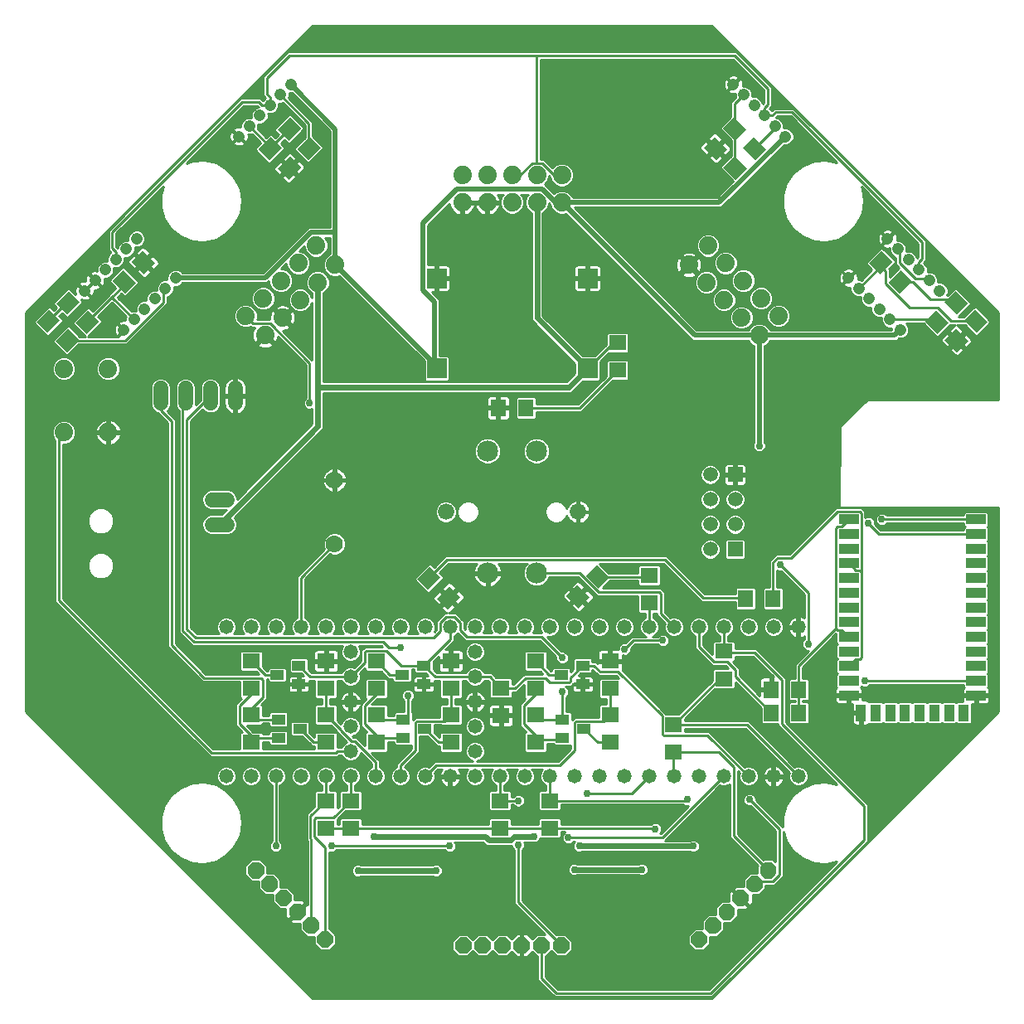
<source format=gbl>
G75*
%MOIN*%
%OFA0B0*%
%FSLAX25Y25*%
%IPPOS*%
%LPD*%
%AMOC8*
5,1,8,0,0,1.08239X$1,22.5*
%
%ADD10C,0.06000*%
%ADD11R,0.06299X0.07098*%
%ADD12C,0.01320*%
%ADD13OC8,0.06600*%
%ADD14R,0.05512X0.03937*%
%ADD15R,0.07087X0.06299*%
%ADD16R,0.06299X0.07087*%
%ADD17C,0.05800*%
%ADD18R,0.07874X0.07874*%
%ADD19R,0.07874X0.03937*%
%ADD20R,0.03937X0.07087*%
%ADD21R,0.05937X0.05937*%
%ADD22C,0.05937*%
%ADD23C,0.07400*%
%ADD24C,0.04756*%
%ADD25C,0.07000*%
%ADD26C,0.08500*%
%ADD27C,0.06600*%
%ADD28C,0.01000*%
%ADD29C,0.02978*%
%ADD30C,0.02000*%
%ADD31C,0.02400*%
D10*
X0077732Y0193272D02*
X0083732Y0193272D01*
X0083732Y0203272D02*
X0077732Y0203272D01*
X0077130Y0242102D02*
X0077130Y0248102D01*
X0087130Y0248102D02*
X0087130Y0242102D01*
X0067130Y0242102D02*
X0067130Y0248102D01*
X0057130Y0248102D02*
X0057130Y0242102D01*
D11*
G36*
X0164582Y0167061D02*
X0160128Y0171515D01*
X0165146Y0176533D01*
X0169600Y0172079D01*
X0164582Y0167061D01*
G37*
G36*
X0172500Y0159144D02*
X0168046Y0163598D01*
X0173064Y0168616D01*
X0177518Y0164162D01*
X0172500Y0159144D01*
G37*
G36*
X0220168Y0164654D02*
X0224622Y0169108D01*
X0229640Y0164090D01*
X0225186Y0159636D01*
X0220168Y0164654D01*
G37*
G36*
X0228085Y0172571D02*
X0232539Y0177025D01*
X0237557Y0172007D01*
X0233103Y0167553D01*
X0228085Y0172571D01*
G37*
X0203949Y0240181D03*
X0192752Y0240181D03*
D12*
X0094923Y0056276D02*
X0094263Y0056936D01*
X0096449Y0056936D01*
X0097995Y0055390D01*
X0097995Y0053204D01*
X0096449Y0051658D01*
X0094263Y0051658D01*
X0092717Y0053204D01*
X0092717Y0055390D01*
X0094263Y0056936D01*
X0094673Y0055946D01*
X0096039Y0055946D01*
X0097005Y0054980D01*
X0097005Y0053614D01*
X0096039Y0052648D01*
X0094673Y0052648D01*
X0093707Y0053614D01*
X0093707Y0054980D01*
X0094673Y0055946D01*
X0095083Y0054956D01*
X0095629Y0054956D01*
X0096015Y0054570D01*
X0096015Y0054024D01*
X0095629Y0053638D01*
X0095083Y0053638D01*
X0094697Y0054024D01*
X0094697Y0054570D01*
X0095083Y0054956D01*
X0100491Y0050709D02*
X0099831Y0051369D01*
X0102017Y0051369D01*
X0103563Y0049823D01*
X0103563Y0047637D01*
X0102017Y0046091D01*
X0099831Y0046091D01*
X0098285Y0047637D01*
X0098285Y0049823D01*
X0099831Y0051369D01*
X0100241Y0050379D01*
X0101607Y0050379D01*
X0102573Y0049413D01*
X0102573Y0048047D01*
X0101607Y0047081D01*
X0100241Y0047081D01*
X0099275Y0048047D01*
X0099275Y0049413D01*
X0100241Y0050379D01*
X0100651Y0049389D01*
X0101197Y0049389D01*
X0101583Y0049003D01*
X0101583Y0048457D01*
X0101197Y0048071D01*
X0100651Y0048071D01*
X0100265Y0048457D01*
X0100265Y0049003D01*
X0100651Y0049389D01*
X0106059Y0045141D02*
X0105399Y0045801D01*
X0107585Y0045801D01*
X0109131Y0044255D01*
X0109131Y0042069D01*
X0107585Y0040523D01*
X0105399Y0040523D01*
X0103853Y0042069D01*
X0103853Y0044255D01*
X0105399Y0045801D01*
X0105809Y0044811D01*
X0107175Y0044811D01*
X0108141Y0043845D01*
X0108141Y0042479D01*
X0107175Y0041513D01*
X0105809Y0041513D01*
X0104843Y0042479D01*
X0104843Y0043845D01*
X0105809Y0044811D01*
X0106219Y0043821D01*
X0106765Y0043821D01*
X0107151Y0043435D01*
X0107151Y0042889D01*
X0106765Y0042503D01*
X0106219Y0042503D01*
X0105833Y0042889D01*
X0105833Y0043435D01*
X0106219Y0043821D01*
X0111626Y0039573D02*
X0110966Y0040233D01*
X0113152Y0040233D01*
X0114698Y0038687D01*
X0114698Y0036501D01*
X0113152Y0034955D01*
X0110966Y0034955D01*
X0109420Y0036501D01*
X0109420Y0038687D01*
X0110966Y0040233D01*
X0111376Y0039243D01*
X0112742Y0039243D01*
X0113708Y0038277D01*
X0113708Y0036911D01*
X0112742Y0035945D01*
X0111376Y0035945D01*
X0110410Y0036911D01*
X0110410Y0038277D01*
X0111376Y0039243D01*
X0111786Y0038253D01*
X0112332Y0038253D01*
X0112718Y0037867D01*
X0112718Y0037321D01*
X0112332Y0036935D01*
X0111786Y0036935D01*
X0111400Y0037321D01*
X0111400Y0037867D01*
X0111786Y0038253D01*
X0117194Y0034005D02*
X0116534Y0034665D01*
X0118720Y0034665D01*
X0120266Y0033119D01*
X0120266Y0030933D01*
X0118720Y0029387D01*
X0116534Y0029387D01*
X0114988Y0030933D01*
X0114988Y0033119D01*
X0116534Y0034665D01*
X0116944Y0033675D01*
X0118310Y0033675D01*
X0119276Y0032709D01*
X0119276Y0031343D01*
X0118310Y0030377D01*
X0116944Y0030377D01*
X0115978Y0031343D01*
X0115978Y0032709D01*
X0116944Y0033675D01*
X0117354Y0032685D01*
X0117900Y0032685D01*
X0118286Y0032299D01*
X0118286Y0031753D01*
X0117900Y0031367D01*
X0117354Y0031367D01*
X0116968Y0031753D01*
X0116968Y0032299D01*
X0117354Y0032685D01*
X0122762Y0028438D02*
X0122102Y0029098D01*
X0124288Y0029098D01*
X0125834Y0027552D01*
X0125834Y0025366D01*
X0124288Y0023820D01*
X0122102Y0023820D01*
X0120556Y0025366D01*
X0120556Y0027552D01*
X0122102Y0029098D01*
X0122512Y0028108D01*
X0123878Y0028108D01*
X0124844Y0027142D01*
X0124844Y0025776D01*
X0123878Y0024810D01*
X0122512Y0024810D01*
X0121546Y0025776D01*
X0121546Y0027142D01*
X0122512Y0028108D01*
X0122922Y0027118D01*
X0123468Y0027118D01*
X0123854Y0026732D01*
X0123854Y0026186D01*
X0123468Y0025800D01*
X0122922Y0025800D01*
X0122536Y0026186D01*
X0122536Y0026732D01*
X0122922Y0027118D01*
X0271527Y0026026D02*
X0270867Y0025366D01*
X0270867Y0027552D01*
X0272413Y0029098D01*
X0274599Y0029098D01*
X0276145Y0027552D01*
X0276145Y0025366D01*
X0274599Y0023820D01*
X0272413Y0023820D01*
X0270867Y0025366D01*
X0271857Y0025776D01*
X0271857Y0027142D01*
X0272823Y0028108D01*
X0274189Y0028108D01*
X0275155Y0027142D01*
X0275155Y0025776D01*
X0274189Y0024810D01*
X0272823Y0024810D01*
X0271857Y0025776D01*
X0272847Y0026186D01*
X0272847Y0026732D01*
X0273233Y0027118D01*
X0273779Y0027118D01*
X0274165Y0026732D01*
X0274165Y0026186D01*
X0273779Y0025800D01*
X0273233Y0025800D01*
X0272847Y0026186D01*
X0277095Y0031593D02*
X0276435Y0030933D01*
X0276435Y0033119D01*
X0277981Y0034665D01*
X0280167Y0034665D01*
X0281713Y0033119D01*
X0281713Y0030933D01*
X0280167Y0029387D01*
X0277981Y0029387D01*
X0276435Y0030933D01*
X0277425Y0031343D01*
X0277425Y0032709D01*
X0278391Y0033675D01*
X0279757Y0033675D01*
X0280723Y0032709D01*
X0280723Y0031343D01*
X0279757Y0030377D01*
X0278391Y0030377D01*
X0277425Y0031343D01*
X0278415Y0031753D01*
X0278415Y0032299D01*
X0278801Y0032685D01*
X0279347Y0032685D01*
X0279733Y0032299D01*
X0279733Y0031753D01*
X0279347Y0031367D01*
X0278801Y0031367D01*
X0278415Y0031753D01*
X0282662Y0037161D02*
X0282002Y0036501D01*
X0282002Y0038687D01*
X0283548Y0040233D01*
X0285734Y0040233D01*
X0287280Y0038687D01*
X0287280Y0036501D01*
X0285734Y0034955D01*
X0283548Y0034955D01*
X0282002Y0036501D01*
X0282992Y0036911D01*
X0282992Y0038277D01*
X0283958Y0039243D01*
X0285324Y0039243D01*
X0286290Y0038277D01*
X0286290Y0036911D01*
X0285324Y0035945D01*
X0283958Y0035945D01*
X0282992Y0036911D01*
X0283982Y0037321D01*
X0283982Y0037867D01*
X0284368Y0038253D01*
X0284914Y0038253D01*
X0285300Y0037867D01*
X0285300Y0037321D01*
X0284914Y0036935D01*
X0284368Y0036935D01*
X0283982Y0037321D01*
X0288230Y0042729D02*
X0287570Y0042069D01*
X0287570Y0044255D01*
X0289116Y0045801D01*
X0291302Y0045801D01*
X0292848Y0044255D01*
X0292848Y0042069D01*
X0291302Y0040523D01*
X0289116Y0040523D01*
X0287570Y0042069D01*
X0288560Y0042479D01*
X0288560Y0043845D01*
X0289526Y0044811D01*
X0290892Y0044811D01*
X0291858Y0043845D01*
X0291858Y0042479D01*
X0290892Y0041513D01*
X0289526Y0041513D01*
X0288560Y0042479D01*
X0289550Y0042889D01*
X0289550Y0043435D01*
X0289936Y0043821D01*
X0290482Y0043821D01*
X0290868Y0043435D01*
X0290868Y0042889D01*
X0290482Y0042503D01*
X0289936Y0042503D01*
X0289550Y0042889D01*
X0293798Y0048297D02*
X0293138Y0047637D01*
X0293138Y0049823D01*
X0294684Y0051369D01*
X0296870Y0051369D01*
X0298416Y0049823D01*
X0298416Y0047637D01*
X0296870Y0046091D01*
X0294684Y0046091D01*
X0293138Y0047637D01*
X0294128Y0048047D01*
X0294128Y0049413D01*
X0295094Y0050379D01*
X0296460Y0050379D01*
X0297426Y0049413D01*
X0297426Y0048047D01*
X0296460Y0047081D01*
X0295094Y0047081D01*
X0294128Y0048047D01*
X0295118Y0048457D01*
X0295118Y0049003D01*
X0295504Y0049389D01*
X0296050Y0049389D01*
X0296436Y0049003D01*
X0296436Y0048457D01*
X0296050Y0048071D01*
X0295504Y0048071D01*
X0295118Y0048457D01*
X0299366Y0053864D02*
X0298706Y0053204D01*
X0298706Y0055390D01*
X0300252Y0056936D01*
X0302438Y0056936D01*
X0303984Y0055390D01*
X0303984Y0053204D01*
X0302438Y0051658D01*
X0300252Y0051658D01*
X0298706Y0053204D01*
X0299696Y0053614D01*
X0299696Y0054980D01*
X0300662Y0055946D01*
X0302028Y0055946D01*
X0302994Y0054980D01*
X0302994Y0053614D01*
X0302028Y0052648D01*
X0300662Y0052648D01*
X0299696Y0053614D01*
X0300686Y0054024D01*
X0300686Y0054570D01*
X0301072Y0054956D01*
X0301618Y0054956D01*
X0302004Y0054570D01*
X0302004Y0054024D01*
X0301618Y0053638D01*
X0301072Y0053638D01*
X0300686Y0054024D01*
D13*
X0218035Y0024138D03*
X0210161Y0024138D03*
X0202287Y0024138D03*
X0194413Y0024138D03*
X0186539Y0024138D03*
X0178665Y0024138D03*
D14*
X0154650Y0107504D03*
X0154650Y0114984D03*
X0163311Y0111244D03*
X0162819Y0129157D03*
X0162819Y0136638D03*
X0154157Y0132898D03*
X0112622Y0136638D03*
X0112622Y0129157D03*
X0103961Y0132898D03*
X0104453Y0114984D03*
X0104453Y0107504D03*
X0113114Y0111244D03*
X0218626Y0107504D03*
X0218626Y0114984D03*
X0227287Y0111244D03*
X0226795Y0129157D03*
X0226795Y0136638D03*
X0218134Y0132898D03*
D15*
X0207701Y0138409D03*
X0207701Y0127386D03*
X0207701Y0116756D03*
X0207701Y0105732D03*
X0193921Y0116559D03*
X0193921Y0127583D03*
X0173744Y0127386D03*
X0173744Y0116756D03*
X0173744Y0105732D03*
X0143724Y0105732D03*
X0143724Y0116756D03*
X0143724Y0127386D03*
X0143724Y0138409D03*
X0123547Y0138409D03*
X0123547Y0127386D03*
X0123547Y0116756D03*
X0123547Y0105732D03*
X0093528Y0105732D03*
X0093528Y0116756D03*
X0093528Y0127386D03*
X0093528Y0138409D03*
X0123547Y0082307D03*
X0133390Y0082307D03*
X0133390Y0071283D03*
X0123547Y0071283D03*
X0193429Y0071283D03*
X0193429Y0082307D03*
X0213606Y0082307D03*
X0213606Y0071283D03*
X0237720Y0105732D03*
X0237720Y0116756D03*
X0237720Y0127386D03*
X0237720Y0138409D03*
X0263311Y0112819D03*
X0263311Y0101795D03*
X0283488Y0131323D03*
X0283488Y0142346D03*
X0253469Y0161835D03*
X0253469Y0172858D03*
X0173744Y0138409D03*
X0240673Y0255339D03*
X0240673Y0266362D03*
D16*
G36*
X0283226Y0336955D02*
X0287679Y0341408D01*
X0292688Y0336399D01*
X0288235Y0331946D01*
X0283226Y0336955D01*
G37*
G36*
X0284814Y0344273D02*
X0280361Y0339820D01*
X0275352Y0344829D01*
X0279805Y0349282D01*
X0284814Y0344273D01*
G37*
G36*
X0292609Y0352068D02*
X0288156Y0347615D01*
X0283147Y0352624D01*
X0287600Y0357077D01*
X0292609Y0352068D01*
G37*
G36*
X0291021Y0344750D02*
X0295474Y0349203D01*
X0300483Y0344194D01*
X0296030Y0339741D01*
X0291021Y0344750D01*
G37*
G36*
X0346242Y0293974D02*
X0341789Y0298427D01*
X0346798Y0303436D01*
X0351251Y0298983D01*
X0346242Y0293974D01*
G37*
G36*
X0354037Y0286179D02*
X0349584Y0290632D01*
X0354593Y0295641D01*
X0359046Y0291188D01*
X0354037Y0286179D01*
G37*
G36*
X0373889Y0274391D02*
X0369436Y0269938D01*
X0364427Y0274947D01*
X0368880Y0279400D01*
X0373889Y0274391D01*
G37*
G36*
X0381763Y0267010D02*
X0377310Y0262557D01*
X0372301Y0267566D01*
X0376754Y0272019D01*
X0381763Y0267010D01*
G37*
G36*
X0389558Y0274804D02*
X0385105Y0270351D01*
X0380096Y0275360D01*
X0384549Y0279813D01*
X0389558Y0274804D01*
G37*
G36*
X0381684Y0282186D02*
X0377231Y0277733D01*
X0372222Y0282742D01*
X0376675Y0287195D01*
X0381684Y0282186D01*
G37*
X0303272Y0163409D03*
X0292248Y0163409D03*
X0302583Y0126992D03*
X0302583Y0117642D03*
X0313606Y0117642D03*
X0313606Y0126992D03*
G36*
X0109022Y0341408D02*
X0113475Y0336955D01*
X0108466Y0331946D01*
X0104013Y0336399D01*
X0109022Y0341408D01*
G37*
G36*
X0116896Y0349282D02*
X0121349Y0344829D01*
X0116340Y0339820D01*
X0111887Y0344273D01*
X0116896Y0349282D01*
G37*
G36*
X0109101Y0357077D02*
X0113554Y0352624D01*
X0108545Y0347615D01*
X0104092Y0352068D01*
X0109101Y0357077D01*
G37*
G36*
X0101227Y0349203D02*
X0105680Y0344750D01*
X0100671Y0339741D01*
X0096218Y0344194D01*
X0101227Y0349203D01*
G37*
G36*
X0045450Y0298983D02*
X0049903Y0303436D01*
X0054912Y0298427D01*
X0050459Y0293974D01*
X0045450Y0298983D01*
G37*
G36*
X0037655Y0291188D02*
X0042108Y0295641D01*
X0047117Y0290632D01*
X0042664Y0286179D01*
X0037655Y0291188D01*
G37*
G36*
X0027821Y0279400D02*
X0032274Y0274947D01*
X0027265Y0269938D01*
X0022812Y0274391D01*
X0027821Y0279400D01*
G37*
G36*
X0020026Y0287195D02*
X0024479Y0282742D01*
X0019470Y0277733D01*
X0015017Y0282186D01*
X0020026Y0287195D01*
G37*
G36*
X0012152Y0279813D02*
X0016605Y0275360D01*
X0011596Y0270351D01*
X0007143Y0274804D01*
X0012152Y0279813D01*
G37*
G36*
X0019947Y0272019D02*
X0024400Y0267566D01*
X0019391Y0262557D01*
X0014938Y0267010D01*
X0019947Y0272019D01*
G37*
D17*
X0083429Y0152071D03*
X0093429Y0152071D03*
X0103429Y0152071D03*
X0113429Y0152071D03*
X0123429Y0152071D03*
X0133429Y0152071D03*
X0133429Y0142071D03*
X0133429Y0132071D03*
X0133429Y0122071D03*
X0133429Y0112071D03*
X0133429Y0102071D03*
X0133429Y0092071D03*
X0123429Y0092071D03*
X0113429Y0092071D03*
X0103429Y0092071D03*
X0093429Y0092071D03*
X0083429Y0092071D03*
X0143429Y0092071D03*
X0153429Y0092071D03*
X0163429Y0092071D03*
X0173429Y0092071D03*
X0183429Y0092071D03*
X0183429Y0102071D03*
X0183429Y0112071D03*
X0183429Y0122071D03*
X0183429Y0132071D03*
X0183429Y0142071D03*
X0183429Y0152071D03*
X0173429Y0152071D03*
X0163429Y0152071D03*
X0153429Y0152071D03*
X0143429Y0152071D03*
X0193429Y0152071D03*
X0203429Y0152071D03*
X0213429Y0152071D03*
X0223429Y0152071D03*
X0233429Y0152071D03*
X0243429Y0152071D03*
X0253429Y0152071D03*
X0263429Y0152071D03*
X0273429Y0152071D03*
X0283429Y0152071D03*
X0293429Y0152071D03*
X0303429Y0152071D03*
X0313429Y0152071D03*
X0313429Y0092071D03*
X0303429Y0092071D03*
X0293429Y0092071D03*
X0283429Y0092071D03*
X0273429Y0092071D03*
X0263429Y0092071D03*
X0253429Y0092071D03*
X0243429Y0092071D03*
X0233429Y0092071D03*
X0223429Y0092071D03*
X0213429Y0092071D03*
X0203429Y0092071D03*
X0193429Y0092071D03*
D18*
X0168035Y0256028D03*
X0168035Y0292248D03*
X0228665Y0292248D03*
X0228665Y0256028D03*
D19*
X0333685Y0195398D03*
X0333685Y0189492D03*
X0333685Y0183587D03*
X0333685Y0177681D03*
X0333685Y0171776D03*
X0333685Y0165870D03*
X0333685Y0159965D03*
X0333685Y0154059D03*
X0333685Y0148154D03*
X0333685Y0142248D03*
X0333685Y0136343D03*
X0333685Y0130437D03*
X0333685Y0124531D03*
X0384866Y0124531D03*
X0384866Y0130437D03*
X0384866Y0136343D03*
X0384866Y0142248D03*
X0384866Y0148154D03*
X0384866Y0154059D03*
X0384866Y0159965D03*
X0384866Y0165870D03*
X0384866Y0171776D03*
X0384866Y0177681D03*
X0384866Y0183587D03*
X0384866Y0189492D03*
X0384866Y0195398D03*
D20*
X0379945Y0117642D03*
X0374039Y0117642D03*
X0368134Y0117642D03*
X0362228Y0117642D03*
X0356323Y0117642D03*
X0350417Y0117642D03*
X0344512Y0117642D03*
X0338606Y0117642D03*
D21*
X0287996Y0183350D03*
X0287996Y0213350D03*
D22*
X0287996Y0203350D03*
X0287996Y0193350D03*
X0277996Y0193350D03*
X0277996Y0183350D03*
X0277996Y0203350D03*
X0277996Y0213350D03*
D23*
X0297678Y0269394D03*
X0290607Y0276465D03*
X0283536Y0283536D03*
X0276465Y0290607D03*
X0269394Y0297678D03*
X0277172Y0305456D03*
X0284243Y0298385D03*
X0291314Y0291314D03*
X0298385Y0284243D03*
X0305456Y0277172D03*
X0218350Y0322772D03*
X0208350Y0322772D03*
X0198350Y0322772D03*
X0188350Y0322772D03*
X0178350Y0322772D03*
X0178350Y0333772D03*
X0188350Y0333772D03*
X0198350Y0333772D03*
X0208350Y0333772D03*
X0218350Y0333772D03*
X0127307Y0297678D03*
X0120236Y0290607D03*
X0113165Y0283536D03*
X0106094Y0276465D03*
X0099023Y0269394D03*
X0091244Y0277172D03*
X0098315Y0284243D03*
X0105387Y0291314D03*
X0112458Y0298385D03*
X0119529Y0305456D03*
X0035991Y0255934D03*
X0018191Y0255934D03*
X0018191Y0230334D03*
X0035991Y0230334D03*
D24*
X0042242Y0271572D03*
X0046417Y0275748D03*
X0050593Y0279924D03*
X0054769Y0284100D03*
X0058945Y0288276D03*
X0063121Y0292451D03*
X0047373Y0308199D03*
X0043197Y0304024D03*
X0039021Y0299848D03*
X0034845Y0295672D03*
X0030669Y0291496D03*
X0026493Y0287320D03*
X0088501Y0349328D03*
X0092677Y0353504D03*
X0096853Y0357680D03*
X0101029Y0361856D03*
X0105205Y0366031D03*
X0109381Y0370207D03*
X0287320Y0370207D03*
X0291496Y0366031D03*
X0295672Y0361856D03*
X0299848Y0357680D03*
X0304024Y0353504D03*
X0308199Y0349328D03*
X0349328Y0308199D03*
X0353504Y0304024D03*
X0357680Y0299848D03*
X0361856Y0295672D03*
X0366031Y0291496D03*
X0370207Y0287320D03*
X0354459Y0271572D03*
X0350283Y0275748D03*
X0346108Y0279924D03*
X0341932Y0284100D03*
X0337756Y0288276D03*
X0333580Y0292451D03*
D25*
X0126992Y0211146D03*
X0126992Y0185555D03*
D26*
X0188508Y0173744D03*
X0208193Y0173744D03*
X0208193Y0222957D03*
X0188508Y0222957D03*
D27*
X0171776Y0198350D03*
X0224925Y0198350D03*
D28*
X0063226Y0060556D02*
X0060424Y0060556D01*
X0059426Y0061554D02*
X0061974Y0061554D01*
X0061255Y0062128D02*
X0065100Y0059061D01*
X0065100Y0059061D01*
X0069679Y0057264D01*
X0074583Y0056897D01*
X0074583Y0056897D01*
X0079379Y0057991D01*
X0083638Y0060450D01*
X0086983Y0064056D01*
X0089117Y0068487D01*
X0089850Y0073350D01*
X0089117Y0078214D01*
X0086983Y0082645D01*
X0083638Y0086251D01*
X0079379Y0088710D01*
X0079379Y0088710D01*
X0074583Y0089804D01*
X0069679Y0089437D01*
X0069679Y0089437D01*
X0065100Y0087640D01*
X0061255Y0084573D01*
X0058484Y0080509D01*
X0057035Y0075810D01*
X0057035Y0070891D01*
X0058484Y0066191D01*
X0061255Y0062128D01*
X0061255Y0062128D01*
X0061255Y0062128D01*
X0060965Y0062553D02*
X0058427Y0062553D01*
X0057429Y0063551D02*
X0060284Y0063551D01*
X0059604Y0064550D02*
X0056430Y0064550D01*
X0055432Y0065548D02*
X0058923Y0065548D01*
X0058484Y0066191D02*
X0058484Y0066191D01*
X0058375Y0066547D02*
X0054433Y0066547D01*
X0053435Y0067545D02*
X0058067Y0067545D01*
X0057759Y0068544D02*
X0052436Y0068544D01*
X0051438Y0069542D02*
X0057451Y0069542D01*
X0057143Y0070541D02*
X0050439Y0070541D01*
X0049441Y0071539D02*
X0057035Y0071539D01*
X0057035Y0072538D02*
X0048442Y0072538D01*
X0047444Y0073536D02*
X0057035Y0073536D01*
X0057035Y0074535D02*
X0046445Y0074535D01*
X0045447Y0075534D02*
X0057035Y0075534D01*
X0057258Y0076532D02*
X0044448Y0076532D01*
X0043450Y0077531D02*
X0057566Y0077531D01*
X0057874Y0078529D02*
X0042451Y0078529D01*
X0041453Y0079528D02*
X0058182Y0079528D01*
X0058484Y0080509D02*
X0058484Y0080509D01*
X0058496Y0080526D02*
X0040454Y0080526D01*
X0039456Y0081525D02*
X0059177Y0081525D01*
X0059857Y0082523D02*
X0038457Y0082523D01*
X0037459Y0083522D02*
X0060538Y0083522D01*
X0061219Y0084520D02*
X0036460Y0084520D01*
X0035462Y0085519D02*
X0062441Y0085519D01*
X0061255Y0084573D02*
X0061255Y0084573D01*
X0061255Y0084573D01*
X0063693Y0086517D02*
X0034463Y0086517D01*
X0033465Y0087516D02*
X0064945Y0087516D01*
X0065100Y0087640D02*
X0065100Y0087640D01*
X0067328Y0088514D02*
X0032466Y0088514D01*
X0031468Y0089513D02*
X0070693Y0089513D01*
X0074583Y0089804D02*
X0074583Y0089804D01*
X0075861Y0089513D02*
X0080330Y0089513D01*
X0080038Y0089805D02*
X0081163Y0088680D01*
X0082633Y0088071D01*
X0084225Y0088071D01*
X0085695Y0088680D01*
X0086820Y0089805D01*
X0087429Y0091275D01*
X0087429Y0092867D01*
X0086820Y0094337D01*
X0085695Y0095462D01*
X0084225Y0096071D01*
X0082633Y0096071D01*
X0081163Y0095462D01*
X0080038Y0094337D01*
X0079429Y0092867D01*
X0079429Y0091275D01*
X0080038Y0089805D01*
X0079746Y0090511D02*
X0030469Y0090511D01*
X0029471Y0091510D02*
X0079429Y0091510D01*
X0079429Y0092508D02*
X0028472Y0092508D01*
X0027473Y0093507D02*
X0079694Y0093507D01*
X0080207Y0094505D02*
X0026475Y0094505D01*
X0025476Y0095504D02*
X0081264Y0095504D01*
X0085594Y0095504D02*
X0091264Y0095504D01*
X0091163Y0095462D02*
X0090038Y0094337D01*
X0089429Y0092867D01*
X0089429Y0091275D01*
X0090038Y0089805D01*
X0091163Y0088680D01*
X0092633Y0088071D01*
X0094225Y0088071D01*
X0095695Y0088680D01*
X0096820Y0089805D01*
X0097429Y0091275D01*
X0097429Y0092867D01*
X0096820Y0094337D01*
X0095695Y0095462D01*
X0094225Y0096071D01*
X0092633Y0096071D01*
X0091163Y0095462D01*
X0090207Y0094505D02*
X0086652Y0094505D01*
X0087164Y0093507D02*
X0089694Y0093507D01*
X0089429Y0092508D02*
X0087429Y0092508D01*
X0087429Y0091510D02*
X0089429Y0091510D01*
X0089746Y0090511D02*
X0087113Y0090511D01*
X0086528Y0089513D02*
X0090330Y0089513D01*
X0091563Y0088514D02*
X0085295Y0088514D01*
X0083638Y0086251D02*
X0083638Y0086251D01*
X0083176Y0086517D02*
X0101770Y0086517D01*
X0101770Y0085519D02*
X0084317Y0085519D01*
X0085244Y0084520D02*
X0101770Y0084520D01*
X0101770Y0083522D02*
X0086170Y0083522D01*
X0086983Y0082645D02*
X0086983Y0082645D01*
X0087042Y0082523D02*
X0101770Y0082523D01*
X0101770Y0081525D02*
X0087523Y0081525D01*
X0088004Y0080526D02*
X0101770Y0080526D01*
X0101770Y0079528D02*
X0088485Y0079528D01*
X0088966Y0078529D02*
X0101770Y0078529D01*
X0101770Y0077531D02*
X0089220Y0077531D01*
X0089117Y0078214D02*
X0089117Y0078214D01*
X0089371Y0076532D02*
X0101770Y0076532D01*
X0101770Y0075534D02*
X0089521Y0075534D01*
X0089672Y0074535D02*
X0101770Y0074535D01*
X0101770Y0073536D02*
X0089822Y0073536D01*
X0089728Y0072538D02*
X0101770Y0072538D01*
X0101770Y0071539D02*
X0089577Y0071539D01*
X0089427Y0070541D02*
X0101770Y0070541D01*
X0101770Y0069542D02*
X0089276Y0069542D01*
X0089126Y0068544D02*
X0101770Y0068544D01*
X0101770Y0067545D02*
X0088664Y0067545D01*
X0089117Y0068487D02*
X0089117Y0068487D01*
X0088183Y0066547D02*
X0101770Y0066547D01*
X0101770Y0066061D02*
X0101175Y0065467D01*
X0100781Y0064515D01*
X0100781Y0063485D01*
X0101175Y0062533D01*
X0101904Y0061805D01*
X0102855Y0061411D01*
X0103885Y0061411D01*
X0104837Y0061805D01*
X0105565Y0062533D01*
X0105959Y0063485D01*
X0105959Y0064515D01*
X0105565Y0065467D01*
X0104970Y0066061D01*
X0104970Y0088380D01*
X0105695Y0088680D01*
X0106820Y0089805D01*
X0107429Y0091275D01*
X0107429Y0092867D01*
X0106820Y0094337D01*
X0105695Y0095462D01*
X0104225Y0096071D01*
X0102633Y0096071D01*
X0101163Y0095462D01*
X0100038Y0094337D01*
X0099429Y0092867D01*
X0099429Y0091275D01*
X0100038Y0089805D01*
X0101163Y0088680D01*
X0101770Y0088428D01*
X0101770Y0066061D01*
X0101257Y0065548D02*
X0087702Y0065548D01*
X0087221Y0064550D02*
X0100796Y0064550D01*
X0100781Y0063551D02*
X0086515Y0063551D01*
X0086983Y0064056D02*
X0086983Y0064056D01*
X0085589Y0062553D02*
X0101167Y0062553D01*
X0102509Y0061554D02*
X0084662Y0061554D01*
X0083736Y0060556D02*
X0116027Y0060556D01*
X0116027Y0061554D02*
X0104231Y0061554D01*
X0105573Y0062553D02*
X0116027Y0062553D01*
X0116027Y0063551D02*
X0105959Y0063551D01*
X0105945Y0064550D02*
X0116027Y0064550D01*
X0116027Y0065548D02*
X0105483Y0065548D01*
X0104970Y0066547D02*
X0115704Y0066547D01*
X0115704Y0066353D02*
X0116027Y0066029D01*
X0116027Y0040414D01*
X0115666Y0040776D01*
X0112484Y0037594D01*
X0112060Y0038018D01*
X0115241Y0041200D01*
X0114048Y0042394D01*
X0110892Y0042394D01*
X0110892Y0044984D01*
X0108314Y0047562D01*
X0105324Y0047562D01*
X0105324Y0050552D01*
X0102746Y0053130D01*
X0099756Y0053130D01*
X0099756Y0056120D01*
X0097179Y0058697D01*
X0093534Y0058697D01*
X0090956Y0056120D01*
X0090956Y0052475D01*
X0093534Y0049897D01*
X0096524Y0049897D01*
X0096524Y0046907D01*
X0099101Y0044330D01*
X0102092Y0044330D01*
X0102092Y0041339D01*
X0104669Y0038762D01*
X0107259Y0038762D01*
X0107259Y0035606D01*
X0108453Y0034412D01*
X0111635Y0037594D01*
X0112059Y0037170D01*
X0108877Y0033988D01*
X0110071Y0032794D01*
X0113227Y0032794D01*
X0113227Y0030204D01*
X0115805Y0027626D01*
X0118795Y0027626D01*
X0118795Y0024636D01*
X0121372Y0022059D01*
X0125018Y0022059D01*
X0127595Y0024636D01*
X0127595Y0028281D01*
X0125018Y0030859D01*
X0124795Y0030859D01*
X0124795Y0061607D01*
X0125269Y0061411D01*
X0126299Y0061411D01*
X0127251Y0061805D01*
X0127845Y0062400D01*
X0171191Y0062400D01*
X0171785Y0061805D01*
X0172737Y0061411D01*
X0173767Y0061411D01*
X0174719Y0061805D01*
X0175447Y0062533D01*
X0175841Y0063485D01*
X0175841Y0064515D01*
X0175447Y0065467D01*
X0175276Y0065637D01*
X0186584Y0065637D01*
X0188188Y0064034D01*
X0198222Y0064034D01*
X0198222Y0063977D01*
X0198616Y0063026D01*
X0199211Y0062431D01*
X0199211Y0040699D01*
X0200148Y0039762D01*
X0211373Y0028538D01*
X0208339Y0028538D01*
X0206507Y0026706D01*
X0204276Y0028938D01*
X0202587Y0028938D01*
X0202587Y0024438D01*
X0201987Y0024438D01*
X0201987Y0028938D01*
X0200299Y0028938D01*
X0198068Y0026706D01*
X0196236Y0028538D01*
X0192591Y0028538D01*
X0190476Y0026423D01*
X0188362Y0028538D01*
X0184717Y0028538D01*
X0182602Y0026423D01*
X0180488Y0028538D01*
X0176843Y0028538D01*
X0174265Y0025960D01*
X0174265Y0022315D01*
X0176843Y0019738D01*
X0180488Y0019738D01*
X0182602Y0021852D01*
X0184717Y0019738D01*
X0188362Y0019738D01*
X0190476Y0021852D01*
X0192591Y0019738D01*
X0196236Y0019738D01*
X0198068Y0021569D01*
X0200299Y0019338D01*
X0201987Y0019338D01*
X0201987Y0023838D01*
X0202587Y0023838D01*
X0202587Y0019338D01*
X0204276Y0019338D01*
X0206507Y0021569D01*
X0208339Y0019738D01*
X0208561Y0019738D01*
X0208561Y0010188D01*
X0209499Y0009250D01*
X0215404Y0003345D01*
X0278942Y0003345D01*
X0341450Y0065853D01*
X0341450Y0080848D01*
X0308432Y0113866D01*
X0308432Y0131654D01*
X0307495Y0132591D01*
X0297589Y0142497D01*
X0296652Y0143434D01*
X0288131Y0143434D01*
X0288131Y0145952D01*
X0287487Y0146596D01*
X0285088Y0146596D01*
X0285088Y0148429D01*
X0285695Y0148680D01*
X0286820Y0149805D01*
X0287429Y0151275D01*
X0287429Y0152867D01*
X0286820Y0154337D01*
X0285695Y0155462D01*
X0284225Y0156071D01*
X0282633Y0156071D01*
X0281163Y0155462D01*
X0280038Y0154337D01*
X0279429Y0152867D01*
X0279429Y0151275D01*
X0280038Y0149805D01*
X0281163Y0148680D01*
X0281888Y0148380D01*
X0281888Y0146596D01*
X0279489Y0146596D01*
X0278845Y0145952D01*
X0278845Y0141004D01*
X0275029Y0144820D01*
X0275029Y0148404D01*
X0275695Y0148680D01*
X0276820Y0149805D01*
X0277429Y0151275D01*
X0277429Y0152867D01*
X0276820Y0154337D01*
X0275695Y0155462D01*
X0274225Y0156071D01*
X0272633Y0156071D01*
X0271163Y0155462D01*
X0270038Y0154337D01*
X0269429Y0152867D01*
X0269429Y0151275D01*
X0270038Y0149805D01*
X0271163Y0148680D01*
X0271829Y0148404D01*
X0271829Y0143494D01*
X0272766Y0142557D01*
X0278827Y0136497D01*
X0284300Y0136497D01*
X0285224Y0135572D01*
X0279489Y0135572D01*
X0278845Y0134928D01*
X0278845Y0130615D01*
X0265298Y0117068D01*
X0260268Y0117068D01*
X0260268Y0117087D01*
X0242664Y0134690D01*
X0242764Y0135062D01*
X0242764Y0137909D01*
X0238221Y0137909D01*
X0238221Y0138909D01*
X0242764Y0138909D01*
X0242764Y0140787D01*
X0243111Y0140643D01*
X0244141Y0140643D01*
X0245093Y0141037D01*
X0245821Y0141766D01*
X0246215Y0142717D01*
X0246215Y0143559D01*
X0247734Y0145077D01*
X0256821Y0145077D01*
X0257415Y0144482D01*
X0258367Y0144088D01*
X0259397Y0144088D01*
X0260348Y0144482D01*
X0261077Y0145211D01*
X0261471Y0146162D01*
X0261471Y0147192D01*
X0261077Y0148144D01*
X0260348Y0148872D01*
X0259397Y0149266D01*
X0258367Y0149266D01*
X0257415Y0148872D01*
X0256821Y0148277D01*
X0254723Y0148277D01*
X0255695Y0148680D01*
X0256820Y0149805D01*
X0257429Y0151275D01*
X0257429Y0152867D01*
X0256820Y0154337D01*
X0255695Y0155462D01*
X0255068Y0155721D01*
X0255068Y0157585D01*
X0256512Y0157585D01*
X0256512Y0156725D01*
X0257449Y0155788D01*
X0257449Y0155788D01*
X0259705Y0153532D01*
X0259429Y0152867D01*
X0259429Y0151275D01*
X0260038Y0149805D01*
X0261163Y0148680D01*
X0262633Y0148071D01*
X0264225Y0148071D01*
X0265695Y0148680D01*
X0266820Y0149805D01*
X0267429Y0151275D01*
X0267429Y0152867D01*
X0266820Y0154337D01*
X0265695Y0155462D01*
X0264225Y0156071D01*
X0262633Y0156071D01*
X0261968Y0155795D01*
X0259712Y0158051D01*
X0259712Y0166103D01*
X0258130Y0167684D01*
X0234791Y0167684D01*
X0237796Y0170689D01*
X0248825Y0170689D01*
X0248825Y0169253D01*
X0249470Y0168609D01*
X0257467Y0168609D01*
X0258112Y0169253D01*
X0258112Y0176464D01*
X0257467Y0177108D01*
X0249470Y0177108D01*
X0248825Y0176464D01*
X0248825Y0173889D01*
X0237231Y0173889D01*
X0233563Y0177557D01*
X0259203Y0177557D01*
X0273522Y0163239D01*
X0274459Y0162302D01*
X0287998Y0162302D01*
X0287998Y0159410D01*
X0288643Y0158766D01*
X0295853Y0158766D01*
X0296498Y0159410D01*
X0296498Y0167408D01*
X0295853Y0168053D01*
X0288643Y0168053D01*
X0287998Y0167408D01*
X0287998Y0165502D01*
X0275785Y0165502D01*
X0260529Y0180757D01*
X0171605Y0180757D01*
X0167042Y0176194D01*
X0165602Y0177634D01*
X0164691Y0177634D01*
X0159027Y0171970D01*
X0159027Y0171059D01*
X0164126Y0165960D01*
X0165037Y0165960D01*
X0170701Y0171624D01*
X0170701Y0172535D01*
X0169305Y0173932D01*
X0172930Y0177557D01*
X0184190Y0177557D01*
X0184122Y0177490D01*
X0183590Y0176758D01*
X0183179Y0175951D01*
X0182899Y0175091D01*
X0182765Y0174244D01*
X0188008Y0174244D01*
X0188008Y0173244D01*
X0189008Y0173244D01*
X0189008Y0174244D01*
X0194250Y0174244D01*
X0194116Y0175091D01*
X0193837Y0175951D01*
X0193426Y0176758D01*
X0192894Y0177490D01*
X0192826Y0177557D01*
X0204440Y0177557D01*
X0203657Y0176775D01*
X0202843Y0174808D01*
X0202843Y0172680D01*
X0203657Y0170714D01*
X0205162Y0169209D01*
X0207129Y0168394D01*
X0209257Y0168394D01*
X0211223Y0169209D01*
X0212728Y0170714D01*
X0213321Y0172144D01*
X0224694Y0172144D01*
X0231416Y0165422D01*
X0232353Y0164484D01*
X0248825Y0164484D01*
X0248825Y0158229D01*
X0249470Y0157585D01*
X0251869Y0157585D01*
X0251869Y0155754D01*
X0251163Y0155462D01*
X0250038Y0154337D01*
X0249429Y0152867D01*
X0249429Y0151275D01*
X0250038Y0149805D01*
X0251163Y0148680D01*
X0252135Y0148277D01*
X0246408Y0148277D01*
X0243952Y0145821D01*
X0243111Y0145821D01*
X0242159Y0145427D01*
X0241431Y0144699D01*
X0241037Y0143747D01*
X0241037Y0143059D01*
X0238220Y0143059D01*
X0238220Y0138909D01*
X0237220Y0138909D01*
X0237220Y0137909D01*
X0232677Y0137909D01*
X0232677Y0137467D01*
X0231906Y0138238D01*
X0230651Y0138238D01*
X0230651Y0139062D01*
X0230007Y0139706D01*
X0223584Y0139706D01*
X0222939Y0139062D01*
X0222939Y0135045D01*
X0221990Y0134095D01*
X0221990Y0135322D01*
X0221345Y0135966D01*
X0214922Y0135966D01*
X0214278Y0135322D01*
X0214278Y0134498D01*
X0213875Y0134498D01*
X0212344Y0136029D01*
X0212344Y0142015D01*
X0211700Y0142659D01*
X0203702Y0142659D01*
X0203057Y0142015D01*
X0203057Y0134804D01*
X0203702Y0134160D01*
X0209688Y0134160D01*
X0210612Y0133235D01*
X0203039Y0133235D01*
X0198986Y0129183D01*
X0198565Y0129183D01*
X0198565Y0131188D01*
X0197920Y0131832D01*
X0191934Y0131832D01*
X0191033Y0132734D01*
X0190096Y0133671D01*
X0187096Y0133671D01*
X0186820Y0134337D01*
X0185695Y0135462D01*
X0184225Y0136071D01*
X0182633Y0136071D01*
X0181163Y0135462D01*
X0180038Y0134337D01*
X0179762Y0133671D01*
X0168049Y0133671D01*
X0166675Y0135045D01*
X0166675Y0138231D01*
X0168701Y0140257D01*
X0168701Y0138909D01*
X0173244Y0138909D01*
X0173244Y0137909D01*
X0174244Y0137909D01*
X0174244Y0133760D01*
X0177485Y0133760D01*
X0177866Y0133862D01*
X0178208Y0134060D01*
X0178488Y0134339D01*
X0178685Y0134681D01*
X0178787Y0135062D01*
X0178787Y0137909D01*
X0174244Y0137909D01*
X0174244Y0138909D01*
X0178787Y0138909D01*
X0178787Y0141757D01*
X0178685Y0142138D01*
X0178488Y0142480D01*
X0178208Y0142759D01*
X0177866Y0142957D01*
X0177485Y0143059D01*
X0174244Y0143059D01*
X0174244Y0138909D01*
X0173244Y0138909D01*
X0173244Y0143059D01*
X0171503Y0143059D01*
X0174092Y0145648D01*
X0175029Y0146585D01*
X0175029Y0148404D01*
X0175695Y0148680D01*
X0176524Y0149509D01*
X0179562Y0146471D01*
X0209581Y0146471D01*
X0215939Y0140114D01*
X0215939Y0139272D01*
X0216333Y0138321D01*
X0217061Y0137593D01*
X0218013Y0137198D01*
X0219043Y0137198D01*
X0219994Y0137593D01*
X0220722Y0138321D01*
X0221117Y0139272D01*
X0221117Y0140302D01*
X0220722Y0141254D01*
X0219994Y0141982D01*
X0219043Y0142376D01*
X0218201Y0142376D01*
X0212417Y0148160D01*
X0212633Y0148071D01*
X0214225Y0148071D01*
X0215695Y0148680D01*
X0216820Y0149805D01*
X0217429Y0151275D01*
X0217429Y0152867D01*
X0216820Y0154337D01*
X0215695Y0155462D01*
X0214225Y0156071D01*
X0212633Y0156071D01*
X0211163Y0155462D01*
X0210038Y0154337D01*
X0209429Y0152867D01*
X0209429Y0151275D01*
X0210038Y0149805D01*
X0210172Y0149671D01*
X0206686Y0149671D01*
X0206820Y0149805D01*
X0207429Y0151275D01*
X0207429Y0152867D01*
X0206820Y0154337D01*
X0205695Y0155462D01*
X0204225Y0156071D01*
X0202633Y0156071D01*
X0201163Y0155462D01*
X0200038Y0154337D01*
X0199429Y0152867D01*
X0199429Y0151275D01*
X0200038Y0149805D01*
X0200172Y0149671D01*
X0196686Y0149671D01*
X0196820Y0149805D01*
X0197429Y0151275D01*
X0197429Y0152867D01*
X0196820Y0154337D01*
X0195695Y0155462D01*
X0194225Y0156071D01*
X0192633Y0156071D01*
X0191163Y0155462D01*
X0190038Y0154337D01*
X0189429Y0152867D01*
X0189429Y0151275D01*
X0190038Y0149805D01*
X0190172Y0149671D01*
X0186686Y0149671D01*
X0186820Y0149805D01*
X0187429Y0151275D01*
X0187429Y0152867D01*
X0186820Y0154337D01*
X0185695Y0155462D01*
X0184225Y0156071D01*
X0182633Y0156071D01*
X0181163Y0155462D01*
X0180038Y0154337D01*
X0179429Y0152867D01*
X0179429Y0151275D01*
X0179533Y0151025D01*
X0179029Y0151529D01*
X0179029Y0154390D01*
X0178092Y0155328D01*
X0175749Y0157671D01*
X0172800Y0157671D01*
X0173078Y0157745D01*
X0173420Y0157943D01*
X0175716Y0160239D01*
X0172782Y0163173D01*
X0173489Y0163880D01*
X0172782Y0164587D01*
X0175998Y0167804D01*
X0173985Y0169817D01*
X0173643Y0170014D01*
X0173262Y0170117D01*
X0172867Y0170117D01*
X0172485Y0170014D01*
X0172143Y0169817D01*
X0169847Y0167521D01*
X0172781Y0164587D01*
X0172074Y0163880D01*
X0169140Y0166814D01*
X0166844Y0164518D01*
X0166647Y0164176D01*
X0166545Y0163795D01*
X0166545Y0163400D01*
X0166647Y0163018D01*
X0166844Y0162676D01*
X0168858Y0160663D01*
X0172074Y0163880D01*
X0172781Y0163173D01*
X0169565Y0159956D01*
X0171578Y0157943D01*
X0171920Y0157745D01*
X0172198Y0157671D01*
X0171110Y0157671D01*
X0170172Y0156734D01*
X0167829Y0154390D01*
X0167829Y0151077D01*
X0167006Y0150254D01*
X0167429Y0151275D01*
X0167429Y0152867D01*
X0166820Y0154337D01*
X0165695Y0155462D01*
X0164225Y0156071D01*
X0162633Y0156071D01*
X0161163Y0155462D01*
X0160038Y0154337D01*
X0159429Y0152867D01*
X0159429Y0151275D01*
X0160038Y0149805D01*
X0160435Y0149409D01*
X0156424Y0149409D01*
X0156820Y0149805D01*
X0157429Y0151275D01*
X0157429Y0152867D01*
X0156820Y0154337D01*
X0155695Y0155462D01*
X0154225Y0156071D01*
X0152633Y0156071D01*
X0151163Y0155462D01*
X0150038Y0154337D01*
X0149429Y0152867D01*
X0149429Y0151275D01*
X0150038Y0149805D01*
X0150435Y0149409D01*
X0146424Y0149409D01*
X0146820Y0149805D01*
X0147429Y0151275D01*
X0147429Y0152867D01*
X0146820Y0154337D01*
X0145695Y0155462D01*
X0144225Y0156071D01*
X0142633Y0156071D01*
X0141163Y0155462D01*
X0140038Y0154337D01*
X0139429Y0152867D01*
X0139429Y0151275D01*
X0140038Y0149805D01*
X0140435Y0149409D01*
X0136424Y0149409D01*
X0136820Y0149805D01*
X0137429Y0151275D01*
X0137429Y0152867D01*
X0136820Y0154337D01*
X0135695Y0155462D01*
X0134225Y0156071D01*
X0132633Y0156071D01*
X0131163Y0155462D01*
X0130038Y0154337D01*
X0129429Y0152867D01*
X0129429Y0151275D01*
X0130038Y0149805D01*
X0130435Y0149409D01*
X0126424Y0149409D01*
X0126820Y0149805D01*
X0127429Y0151275D01*
X0127429Y0152867D01*
X0126820Y0154337D01*
X0125695Y0155462D01*
X0124225Y0156071D01*
X0122633Y0156071D01*
X0121163Y0155462D01*
X0120038Y0154337D01*
X0119429Y0152867D01*
X0119429Y0151275D01*
X0120038Y0149805D01*
X0120435Y0149409D01*
X0116424Y0149409D01*
X0116820Y0149805D01*
X0117429Y0151275D01*
X0117429Y0152867D01*
X0116820Y0154337D01*
X0115695Y0155462D01*
X0115029Y0155738D01*
X0115029Y0171329D01*
X0125071Y0181372D01*
X0126077Y0180955D01*
X0127907Y0180955D01*
X0129598Y0181655D01*
X0130892Y0182949D01*
X0131592Y0184640D01*
X0131592Y0186470D01*
X0130892Y0188161D01*
X0129598Y0189455D01*
X0127907Y0190155D01*
X0126077Y0190155D01*
X0124386Y0189455D01*
X0123092Y0188161D01*
X0122392Y0186470D01*
X0122392Y0184640D01*
X0122809Y0183634D01*
X0112766Y0173592D01*
X0111829Y0172655D01*
X0111829Y0155738D01*
X0111163Y0155462D01*
X0110038Y0154337D01*
X0109429Y0152867D01*
X0109429Y0151275D01*
X0110038Y0149805D01*
X0110435Y0149409D01*
X0106424Y0149409D01*
X0106820Y0149805D01*
X0107429Y0151275D01*
X0107429Y0152867D01*
X0106820Y0154337D01*
X0105695Y0155462D01*
X0104225Y0156071D01*
X0102633Y0156071D01*
X0101163Y0155462D01*
X0100038Y0154337D01*
X0099429Y0152867D01*
X0099429Y0151275D01*
X0100038Y0149805D01*
X0100435Y0149409D01*
X0096424Y0149409D01*
X0096820Y0149805D01*
X0097429Y0151275D01*
X0097429Y0152867D01*
X0096820Y0154337D01*
X0095695Y0155462D01*
X0094225Y0156071D01*
X0092633Y0156071D01*
X0091163Y0155462D01*
X0090038Y0154337D01*
X0089429Y0152867D01*
X0089429Y0151275D01*
X0090038Y0149805D01*
X0090435Y0149409D01*
X0086424Y0149409D01*
X0086820Y0149805D01*
X0087429Y0151275D01*
X0087429Y0152867D01*
X0086820Y0154337D01*
X0085695Y0155462D01*
X0084225Y0156071D01*
X0082633Y0156071D01*
X0081163Y0155462D01*
X0080038Y0154337D01*
X0079429Y0152867D01*
X0079429Y0151275D01*
X0080038Y0149805D01*
X0080435Y0149409D01*
X0071700Y0149409D01*
X0069168Y0151940D01*
X0069168Y0234878D01*
X0073862Y0239572D01*
X0074807Y0238627D01*
X0076314Y0238002D01*
X0077945Y0238002D01*
X0079452Y0238627D01*
X0080606Y0239780D01*
X0081230Y0241287D01*
X0081230Y0248918D01*
X0080606Y0250425D01*
X0079452Y0251578D01*
X0077945Y0252202D01*
X0076314Y0252202D01*
X0074807Y0251578D01*
X0073654Y0250425D01*
X0073030Y0248918D01*
X0073030Y0243265D01*
X0071230Y0241465D01*
X0071230Y0248918D01*
X0070606Y0250425D01*
X0069452Y0251578D01*
X0067945Y0252202D01*
X0066314Y0252202D01*
X0064807Y0251578D01*
X0063654Y0250425D01*
X0063030Y0248918D01*
X0063030Y0241287D01*
X0063654Y0239780D01*
X0064369Y0239066D01*
X0064369Y0149951D01*
X0068912Y0145408D01*
X0069849Y0144471D01*
X0130172Y0144471D01*
X0130038Y0144337D01*
X0129429Y0142867D01*
X0129429Y0141275D01*
X0130038Y0139805D01*
X0131163Y0138680D01*
X0132633Y0138071D01*
X0134225Y0138071D01*
X0135695Y0138680D01*
X0136820Y0139805D01*
X0137429Y0141275D01*
X0137429Y0142867D01*
X0136820Y0144337D01*
X0136686Y0144471D01*
X0145912Y0144471D01*
X0146123Y0144259D01*
X0139063Y0144259D01*
X0138418Y0143615D01*
X0137481Y0142677D01*
X0137481Y0138386D01*
X0134891Y0135795D01*
X0134225Y0136071D01*
X0132633Y0136071D01*
X0131163Y0135462D01*
X0130038Y0134337D01*
X0129762Y0133671D01*
X0117852Y0133671D01*
X0116478Y0135045D01*
X0116478Y0139062D01*
X0115834Y0139706D01*
X0109410Y0139706D01*
X0108766Y0139062D01*
X0108766Y0134214D01*
X0109410Y0133569D01*
X0113428Y0133569D01*
X0114371Y0132626D01*
X0113106Y0132626D01*
X0113106Y0129642D01*
X0112138Y0129642D01*
X0112138Y0132626D01*
X0109669Y0132626D01*
X0109287Y0132524D01*
X0108945Y0132326D01*
X0108666Y0132047D01*
X0108468Y0131705D01*
X0108366Y0131323D01*
X0108366Y0129642D01*
X0112138Y0129642D01*
X0112138Y0128673D01*
X0113106Y0128673D01*
X0113106Y0125689D01*
X0115575Y0125689D01*
X0115957Y0125791D01*
X0116299Y0125989D01*
X0116578Y0126268D01*
X0116776Y0126610D01*
X0116878Y0126991D01*
X0116878Y0128673D01*
X0113106Y0128673D01*
X0113106Y0129642D01*
X0116878Y0129642D01*
X0116878Y0130471D01*
X0118904Y0130471D01*
X0118904Y0123781D01*
X0119548Y0123136D01*
X0121947Y0123136D01*
X0121947Y0121005D01*
X0119548Y0121005D01*
X0118904Y0120361D01*
X0118904Y0113151D01*
X0119548Y0112506D01*
X0125534Y0112506D01*
X0127829Y0110211D01*
X0127829Y0109751D01*
X0131839Y0105742D01*
X0131163Y0105462D01*
X0130038Y0104337D01*
X0129762Y0103671D01*
X0128191Y0103671D01*
X0128191Y0109338D01*
X0127546Y0109982D01*
X0119548Y0109982D01*
X0118904Y0109338D01*
X0118904Y0107717D01*
X0116970Y0109651D01*
X0116970Y0113668D01*
X0116326Y0114313D01*
X0109903Y0114313D01*
X0109258Y0113668D01*
X0109258Y0108820D01*
X0109903Y0108176D01*
X0113920Y0108176D01*
X0117026Y0105070D01*
X0117963Y0104132D01*
X0118904Y0104132D01*
X0118904Y0103083D01*
X0098171Y0103083D01*
X0098171Y0105904D01*
X0100597Y0105904D01*
X0100597Y0105080D01*
X0101241Y0104435D01*
X0107664Y0104435D01*
X0108309Y0105080D01*
X0108309Y0109928D01*
X0107664Y0110572D01*
X0101241Y0110572D01*
X0100597Y0109928D01*
X0100597Y0109104D01*
X0098171Y0109104D01*
X0098171Y0109338D01*
X0097527Y0109982D01*
X0094316Y0109982D01*
X0091791Y0112506D01*
X0097527Y0112506D01*
X0098171Y0113151D01*
X0098171Y0113384D01*
X0100597Y0113384D01*
X0100597Y0112560D01*
X0101241Y0111916D01*
X0107664Y0111916D01*
X0108309Y0112560D01*
X0108309Y0117408D01*
X0107664Y0118053D01*
X0101241Y0118053D01*
X0100597Y0117408D01*
X0100597Y0116584D01*
X0098171Y0116584D01*
X0098171Y0120361D01*
X0097592Y0120939D01*
X0099771Y0123118D01*
X0099771Y0131298D01*
X0100105Y0131298D01*
X0100105Y0130473D01*
X0100749Y0129829D01*
X0107172Y0129829D01*
X0107817Y0130473D01*
X0107817Y0135322D01*
X0107172Y0135966D01*
X0100749Y0135966D01*
X0100105Y0135322D01*
X0100105Y0134498D01*
X0099702Y0134498D01*
X0098171Y0136029D01*
X0098171Y0142015D01*
X0097527Y0142659D01*
X0089529Y0142659D01*
X0088884Y0142015D01*
X0088884Y0134804D01*
X0089529Y0134160D01*
X0095514Y0134160D01*
X0096439Y0133235D01*
X0075275Y0133235D01*
X0063139Y0145371D01*
X0063139Y0235430D01*
X0062202Y0236368D01*
X0059698Y0238872D01*
X0060606Y0239780D01*
X0061230Y0241287D01*
X0061230Y0248918D01*
X0060606Y0250425D01*
X0059452Y0251578D01*
X0057945Y0252202D01*
X0056314Y0252202D01*
X0054807Y0251578D01*
X0053654Y0250425D01*
X0053030Y0248918D01*
X0053030Y0241287D01*
X0053654Y0239780D01*
X0054807Y0238627D01*
X0055849Y0238195D01*
X0059939Y0234105D01*
X0059939Y0144046D01*
X0060877Y0143109D01*
X0073013Y0130973D01*
X0073013Y0130973D01*
X0073950Y0130035D01*
X0088884Y0130035D01*
X0088884Y0123781D01*
X0089463Y0123202D01*
X0087284Y0121024D01*
X0087284Y0112488D01*
X0089790Y0109982D01*
X0089529Y0109982D01*
X0088884Y0109338D01*
X0088884Y0103083D01*
X0078324Y0103083D01*
X0017822Y0163585D01*
X0017822Y0225534D01*
X0019145Y0225534D01*
X0020910Y0226265D01*
X0022260Y0227615D01*
X0022991Y0229379D01*
X0022991Y0231289D01*
X0022260Y0233053D01*
X0020910Y0234403D01*
X0019145Y0235134D01*
X0017236Y0235134D01*
X0015472Y0234403D01*
X0014121Y0233053D01*
X0013391Y0231289D01*
X0013391Y0229379D01*
X0014121Y0227615D01*
X0014622Y0227114D01*
X0014622Y0162259D01*
X0015559Y0161322D01*
X0076999Y0099883D01*
X0128209Y0099883D01*
X0128797Y0100471D01*
X0129762Y0100471D01*
X0130038Y0099805D01*
X0131163Y0098680D01*
X0132633Y0098071D01*
X0134225Y0098071D01*
X0135695Y0098680D01*
X0136820Y0099805D01*
X0137429Y0101275D01*
X0137429Y0101465D01*
X0141829Y0097065D01*
X0141829Y0095738D01*
X0141163Y0095462D01*
X0140038Y0094337D01*
X0139429Y0092867D01*
X0139429Y0091275D01*
X0140038Y0089805D01*
X0141163Y0088680D01*
X0142633Y0088071D01*
X0144225Y0088071D01*
X0145695Y0088680D01*
X0146820Y0089805D01*
X0147429Y0091275D01*
X0147429Y0092867D01*
X0146820Y0094337D01*
X0145695Y0095462D01*
X0145029Y0095738D01*
X0145029Y0098390D01*
X0144092Y0099328D01*
X0141937Y0101483D01*
X0147723Y0101483D01*
X0148368Y0102127D01*
X0148368Y0105904D01*
X0150794Y0105904D01*
X0150794Y0105080D01*
X0151438Y0104435D01*
X0157855Y0104435D01*
X0157855Y0103130D01*
X0151829Y0097104D01*
X0151829Y0095738D01*
X0151163Y0095462D01*
X0150038Y0094337D01*
X0149429Y0092867D01*
X0149429Y0091275D01*
X0150038Y0089805D01*
X0151163Y0088680D01*
X0152633Y0088071D01*
X0154225Y0088071D01*
X0155695Y0088680D01*
X0156820Y0089805D01*
X0157429Y0091275D01*
X0157429Y0092867D01*
X0156820Y0094337D01*
X0155695Y0095462D01*
X0155029Y0095738D01*
X0155029Y0095778D01*
X0160118Y0100867D01*
X0161055Y0101804D01*
X0161055Y0108176D01*
X0164117Y0108176D01*
X0167223Y0105070D01*
X0168160Y0104132D01*
X0169101Y0104132D01*
X0169101Y0102127D01*
X0169745Y0101483D01*
X0177743Y0101483D01*
X0178387Y0102127D01*
X0178387Y0109338D01*
X0177743Y0109982D01*
X0169745Y0109982D01*
X0169101Y0109338D01*
X0169101Y0107717D01*
X0167167Y0109651D01*
X0167167Y0112713D01*
X0169539Y0112713D01*
X0169745Y0112506D01*
X0177743Y0112506D01*
X0178387Y0113151D01*
X0178387Y0120361D01*
X0177743Y0121005D01*
X0175344Y0121005D01*
X0175344Y0123136D01*
X0177743Y0123136D01*
X0178387Y0123781D01*
X0178387Y0130471D01*
X0179762Y0130471D01*
X0180038Y0129805D01*
X0181163Y0128680D01*
X0182633Y0128071D01*
X0184225Y0128071D01*
X0185695Y0128680D01*
X0186820Y0129805D01*
X0187096Y0130471D01*
X0188770Y0130471D01*
X0189278Y0129963D01*
X0189278Y0123977D01*
X0189922Y0123333D01*
X0197920Y0123333D01*
X0198565Y0123977D01*
X0198565Y0125983D01*
X0200312Y0125983D01*
X0203057Y0128728D01*
X0203057Y0123781D01*
X0203636Y0123202D01*
X0201457Y0121024D01*
X0201457Y0112488D01*
X0203964Y0109982D01*
X0203702Y0109982D01*
X0203057Y0109338D01*
X0203057Y0102127D01*
X0203702Y0101483D01*
X0211700Y0101483D01*
X0212344Y0102127D01*
X0212344Y0105215D01*
X0214770Y0105215D01*
X0214770Y0105080D01*
X0215414Y0104435D01*
X0221831Y0104435D01*
X0221831Y0103130D01*
X0216782Y0098080D01*
X0184248Y0098080D01*
X0185695Y0098680D01*
X0186820Y0099805D01*
X0187429Y0101275D01*
X0187429Y0102867D01*
X0186820Y0104337D01*
X0185695Y0105462D01*
X0184225Y0106071D01*
X0182633Y0106071D01*
X0181163Y0105462D01*
X0180038Y0104337D01*
X0179429Y0102867D01*
X0179429Y0101275D01*
X0180038Y0099805D01*
X0181163Y0098680D01*
X0182611Y0098080D01*
X0167176Y0098080D01*
X0166239Y0097143D01*
X0164891Y0095795D01*
X0164225Y0096071D01*
X0162633Y0096071D01*
X0161163Y0095462D01*
X0160038Y0094337D01*
X0159429Y0092867D01*
X0159429Y0091275D01*
X0160038Y0089805D01*
X0161163Y0088680D01*
X0162633Y0088071D01*
X0164225Y0088071D01*
X0165695Y0088680D01*
X0166820Y0089805D01*
X0167429Y0091275D01*
X0167429Y0092867D01*
X0167153Y0093532D01*
X0168501Y0094880D01*
X0170032Y0094880D01*
X0169666Y0094377D01*
X0169351Y0093760D01*
X0169137Y0093101D01*
X0169046Y0092521D01*
X0172979Y0092521D01*
X0172979Y0091621D01*
X0169046Y0091621D01*
X0169137Y0091041D01*
X0169351Y0090382D01*
X0169666Y0089765D01*
X0170073Y0089204D01*
X0170563Y0088715D01*
X0171123Y0088308D01*
X0171740Y0087993D01*
X0172399Y0087779D01*
X0172979Y0087687D01*
X0172979Y0091621D01*
X0173879Y0091621D01*
X0173879Y0092521D01*
X0177813Y0092521D01*
X0177721Y0093101D01*
X0177507Y0093760D01*
X0177192Y0094377D01*
X0176827Y0094880D01*
X0180582Y0094880D01*
X0180038Y0094337D01*
X0179429Y0092867D01*
X0179429Y0091275D01*
X0180038Y0089805D01*
X0181163Y0088680D01*
X0182633Y0088071D01*
X0184225Y0088071D01*
X0185695Y0088680D01*
X0186820Y0089805D01*
X0187429Y0091275D01*
X0187429Y0092867D01*
X0186820Y0094337D01*
X0186277Y0094880D01*
X0190582Y0094880D01*
X0190038Y0094337D01*
X0189429Y0092867D01*
X0189429Y0091275D01*
X0190038Y0089805D01*
X0191163Y0088680D01*
X0191829Y0088404D01*
X0191829Y0086557D01*
X0189430Y0086557D01*
X0188786Y0085912D01*
X0188786Y0078702D01*
X0189430Y0078057D01*
X0197428Y0078057D01*
X0198072Y0078702D01*
X0198072Y0080707D01*
X0198651Y0080707D01*
X0199344Y0080014D01*
X0200296Y0079620D01*
X0201326Y0079620D01*
X0202278Y0080014D01*
X0203006Y0080742D01*
X0203400Y0081694D01*
X0203400Y0082724D01*
X0203006Y0083675D01*
X0202278Y0084403D01*
X0201326Y0084798D01*
X0200296Y0084798D01*
X0199344Y0084403D01*
X0198848Y0083907D01*
X0198072Y0083907D01*
X0198072Y0085912D01*
X0197428Y0086557D01*
X0195029Y0086557D01*
X0195029Y0088404D01*
X0195695Y0088680D01*
X0196820Y0089805D01*
X0197429Y0091275D01*
X0197429Y0092867D01*
X0196820Y0094337D01*
X0196277Y0094880D01*
X0200582Y0094880D01*
X0200038Y0094337D01*
X0199429Y0092867D01*
X0199429Y0091275D01*
X0200038Y0089805D01*
X0201163Y0088680D01*
X0202633Y0088071D01*
X0204225Y0088071D01*
X0205695Y0088680D01*
X0206820Y0089805D01*
X0207429Y0091275D01*
X0207429Y0092867D01*
X0206820Y0094337D01*
X0206277Y0094880D01*
X0210582Y0094880D01*
X0210038Y0094337D01*
X0209429Y0092867D01*
X0209429Y0091275D01*
X0210038Y0089805D01*
X0211163Y0088680D01*
X0211829Y0088404D01*
X0211829Y0086557D01*
X0209607Y0086557D01*
X0208963Y0085912D01*
X0208963Y0078702D01*
X0209607Y0078057D01*
X0217605Y0078057D01*
X0218250Y0078702D01*
X0218250Y0080707D01*
X0267057Y0080707D01*
X0267258Y0080506D01*
X0268209Y0080112D01*
X0269207Y0080112D01*
X0265562Y0076466D01*
X0258140Y0069045D01*
X0257746Y0069045D01*
X0258124Y0069423D01*
X0258518Y0070375D01*
X0258518Y0071405D01*
X0258124Y0072356D01*
X0257396Y0073085D01*
X0256444Y0073479D01*
X0255414Y0073479D01*
X0254463Y0073085D01*
X0254261Y0072883D01*
X0218250Y0072883D01*
X0218250Y0074889D01*
X0217605Y0075533D01*
X0209607Y0075533D01*
X0208963Y0074889D01*
X0208963Y0072883D01*
X0198072Y0072883D01*
X0198072Y0074889D01*
X0197428Y0075533D01*
X0189430Y0075533D01*
X0188786Y0074889D01*
X0188786Y0072883D01*
X0138033Y0072883D01*
X0138033Y0074889D01*
X0137389Y0075533D01*
X0129391Y0075533D01*
X0128746Y0074889D01*
X0128746Y0072883D01*
X0128191Y0072883D01*
X0128191Y0074845D01*
X0128216Y0074870D01*
X0131403Y0078057D01*
X0137389Y0078057D01*
X0138033Y0078702D01*
X0138033Y0085912D01*
X0137389Y0086557D01*
X0135029Y0086557D01*
X0135029Y0088404D01*
X0135695Y0088680D01*
X0136820Y0089805D01*
X0137429Y0091275D01*
X0137429Y0092867D01*
X0136820Y0094337D01*
X0135695Y0095462D01*
X0134225Y0096071D01*
X0132633Y0096071D01*
X0131163Y0095462D01*
X0130038Y0094337D01*
X0129429Y0092867D01*
X0129429Y0091275D01*
X0130038Y0089805D01*
X0131163Y0088680D01*
X0131829Y0088404D01*
X0131829Y0086557D01*
X0129391Y0086557D01*
X0128746Y0085912D01*
X0128746Y0079927D01*
X0128191Y0079371D01*
X0128191Y0085912D01*
X0127546Y0086557D01*
X0125147Y0086557D01*
X0125147Y0088453D01*
X0125695Y0088680D01*
X0126820Y0089805D01*
X0127429Y0091275D01*
X0127429Y0092867D01*
X0126820Y0094337D01*
X0125695Y0095462D01*
X0124225Y0096071D01*
X0122633Y0096071D01*
X0121163Y0095462D01*
X0120038Y0094337D01*
X0119429Y0092867D01*
X0119429Y0091275D01*
X0120038Y0089805D01*
X0121163Y0088680D01*
X0121947Y0088355D01*
X0121947Y0086557D01*
X0119548Y0086557D01*
X0118904Y0085912D01*
X0118904Y0079927D01*
X0116641Y0077664D01*
X0115704Y0076727D01*
X0115704Y0066353D01*
X0115704Y0067545D02*
X0104970Y0067545D01*
X0104970Y0068544D02*
X0115704Y0068544D01*
X0115704Y0069542D02*
X0104970Y0069542D01*
X0104970Y0070541D02*
X0115704Y0070541D01*
X0115704Y0071539D02*
X0104970Y0071539D01*
X0104970Y0072538D02*
X0115704Y0072538D01*
X0115704Y0073536D02*
X0104970Y0073536D01*
X0104970Y0074535D02*
X0115704Y0074535D01*
X0115704Y0075534D02*
X0104970Y0075534D01*
X0104970Y0076532D02*
X0115704Y0076532D01*
X0116508Y0077531D02*
X0104970Y0077531D01*
X0104970Y0078529D02*
X0117506Y0078529D01*
X0118505Y0079528D02*
X0104970Y0079528D01*
X0104970Y0080526D02*
X0118904Y0080526D01*
X0118904Y0081525D02*
X0104970Y0081525D01*
X0104970Y0082523D02*
X0118904Y0082523D01*
X0118904Y0083522D02*
X0104970Y0083522D01*
X0104970Y0084520D02*
X0118904Y0084520D01*
X0118904Y0085519D02*
X0104970Y0085519D01*
X0104970Y0086517D02*
X0119509Y0086517D01*
X0121947Y0087516D02*
X0104970Y0087516D01*
X0105295Y0088514D02*
X0111563Y0088514D01*
X0111163Y0088680D02*
X0112633Y0088071D01*
X0114225Y0088071D01*
X0115695Y0088680D01*
X0116820Y0089805D01*
X0117429Y0091275D01*
X0117429Y0092867D01*
X0116820Y0094337D01*
X0115695Y0095462D01*
X0114225Y0096071D01*
X0112633Y0096071D01*
X0111163Y0095462D01*
X0110038Y0094337D01*
X0109429Y0092867D01*
X0109429Y0091275D01*
X0110038Y0089805D01*
X0111163Y0088680D01*
X0110330Y0089513D02*
X0106528Y0089513D01*
X0107113Y0090511D02*
X0109746Y0090511D01*
X0109429Y0091510D02*
X0107429Y0091510D01*
X0107429Y0092508D02*
X0109429Y0092508D01*
X0109694Y0093507D02*
X0107164Y0093507D01*
X0106652Y0094505D02*
X0110207Y0094505D01*
X0111264Y0095504D02*
X0105594Y0095504D01*
X0103429Y0092071D02*
X0103370Y0092012D01*
X0103370Y0064000D01*
X0097317Y0058559D02*
X0116027Y0058559D01*
X0116027Y0059557D02*
X0082091Y0059557D01*
X0083638Y0060450D02*
X0083638Y0060450D01*
X0080362Y0058559D02*
X0093395Y0058559D01*
X0092397Y0057560D02*
X0077492Y0057560D01*
X0079379Y0057991D02*
X0079379Y0057991D01*
X0069679Y0057264D02*
X0069679Y0057264D01*
X0068924Y0057560D02*
X0063420Y0057560D01*
X0064418Y0056562D02*
X0091398Y0056562D01*
X0090956Y0055563D02*
X0065417Y0055563D01*
X0066415Y0054565D02*
X0090956Y0054565D01*
X0090956Y0053566D02*
X0067414Y0053566D01*
X0068412Y0052568D02*
X0090956Y0052568D01*
X0091862Y0051569D02*
X0069411Y0051569D01*
X0070409Y0050571D02*
X0092860Y0050571D01*
X0096524Y0049572D02*
X0071408Y0049572D01*
X0072406Y0048574D02*
X0096524Y0048574D01*
X0096524Y0047575D02*
X0073405Y0047575D01*
X0074404Y0046577D02*
X0096854Y0046577D01*
X0097853Y0045578D02*
X0075402Y0045578D01*
X0076401Y0044580D02*
X0098851Y0044580D01*
X0102092Y0043581D02*
X0077399Y0043581D01*
X0078398Y0042583D02*
X0102092Y0042583D01*
X0102092Y0041584D02*
X0079396Y0041584D01*
X0080395Y0040586D02*
X0102845Y0040586D01*
X0103844Y0039587D02*
X0081393Y0039587D01*
X0082392Y0038589D02*
X0107259Y0038589D01*
X0107259Y0037590D02*
X0083390Y0037590D01*
X0084389Y0036592D02*
X0107259Y0036592D01*
X0107272Y0035593D02*
X0085387Y0035593D01*
X0086386Y0034595D02*
X0108271Y0034595D01*
X0108636Y0034595D02*
X0109484Y0034595D01*
X0109634Y0035593D02*
X0110483Y0035593D01*
X0110633Y0036592D02*
X0111481Y0036592D01*
X0111631Y0037590D02*
X0111639Y0037590D01*
X0112630Y0038589D02*
X0113478Y0038589D01*
X0113628Y0039587D02*
X0114477Y0039587D01*
X0114627Y0040586D02*
X0115475Y0040586D01*
X0115856Y0040586D02*
X0116027Y0040586D01*
X0116027Y0041584D02*
X0114858Y0041584D01*
X0116027Y0042583D02*
X0110892Y0042583D01*
X0110892Y0043581D02*
X0116027Y0043581D01*
X0116027Y0044580D02*
X0110892Y0044580D01*
X0110298Y0045578D02*
X0116027Y0045578D01*
X0116027Y0046577D02*
X0109299Y0046577D01*
X0105324Y0047575D02*
X0116027Y0047575D01*
X0116027Y0048574D02*
X0105324Y0048574D01*
X0105324Y0049572D02*
X0116027Y0049572D01*
X0116027Y0050571D02*
X0105305Y0050571D01*
X0104307Y0051569D02*
X0116027Y0051569D01*
X0116027Y0052568D02*
X0103308Y0052568D01*
X0099756Y0053566D02*
X0116027Y0053566D01*
X0116027Y0054565D02*
X0099756Y0054565D01*
X0099756Y0055563D02*
X0116027Y0055563D01*
X0116027Y0056562D02*
X0099314Y0056562D01*
X0098316Y0057560D02*
X0116027Y0057560D01*
X0123195Y0063387D02*
X0118904Y0067678D01*
X0118904Y0074889D01*
X0119548Y0075533D01*
X0126616Y0075533D01*
X0133390Y0082307D01*
X0133429Y0082346D01*
X0133429Y0092071D01*
X0129746Y0090511D02*
X0127113Y0090511D01*
X0127429Y0091510D02*
X0129429Y0091510D01*
X0129429Y0092508D02*
X0127429Y0092508D01*
X0127164Y0093507D02*
X0129694Y0093507D01*
X0130207Y0094505D02*
X0126652Y0094505D01*
X0125594Y0095504D02*
X0131264Y0095504D01*
X0131599Y0098499D02*
X0022481Y0098499D01*
X0023479Y0097501D02*
X0141393Y0097501D01*
X0141829Y0096502D02*
X0024478Y0096502D01*
X0021482Y0099498D02*
X0130345Y0099498D01*
X0128134Y0102071D02*
X0127546Y0101483D01*
X0077661Y0101483D01*
X0016222Y0162922D01*
X0016222Y0228365D01*
X0018191Y0230334D01*
X0022991Y0230303D02*
X0035490Y0230303D01*
X0035490Y0229834D02*
X0030805Y0229834D01*
X0030919Y0229116D01*
X0031172Y0228338D01*
X0031543Y0227608D01*
X0032024Y0226946D01*
X0032603Y0226368D01*
X0033265Y0225886D01*
X0033994Y0225515D01*
X0034773Y0225262D01*
X0035491Y0225148D01*
X0035491Y0229834D01*
X0036491Y0229834D01*
X0036491Y0230834D01*
X0041176Y0230834D01*
X0041063Y0231552D01*
X0040810Y0232330D01*
X0040438Y0233059D01*
X0039957Y0233721D01*
X0039378Y0234300D01*
X0038716Y0234781D01*
X0037987Y0235153D01*
X0037208Y0235406D01*
X0036491Y0235519D01*
X0036491Y0230834D01*
X0035491Y0230834D01*
X0035491Y0235519D01*
X0034773Y0235406D01*
X0033994Y0235153D01*
X0033265Y0234781D01*
X0032603Y0234300D01*
X0032024Y0233721D01*
X0031543Y0233059D01*
X0031172Y0232330D01*
X0030919Y0231552D01*
X0030805Y0230834D01*
X0035490Y0230834D01*
X0035490Y0229834D01*
X0035491Y0229304D02*
X0036491Y0229304D01*
X0036491Y0229834D02*
X0036491Y0225148D01*
X0037208Y0225262D01*
X0037987Y0225515D01*
X0038716Y0225886D01*
X0039378Y0226368D01*
X0039957Y0226946D01*
X0040438Y0227608D01*
X0040810Y0228338D01*
X0041063Y0229116D01*
X0041176Y0229834D01*
X0036491Y0229834D01*
X0036491Y0230303D02*
X0059939Y0230303D01*
X0059939Y0231301D02*
X0041102Y0231301D01*
X0040819Y0232300D02*
X0059939Y0232300D01*
X0059939Y0233298D02*
X0040264Y0233298D01*
X0039381Y0234297D02*
X0059748Y0234297D01*
X0058749Y0235295D02*
X0037548Y0235295D01*
X0036491Y0235295D02*
X0035491Y0235295D01*
X0035491Y0234297D02*
X0036491Y0234297D01*
X0036491Y0233298D02*
X0035491Y0233298D01*
X0035491Y0232300D02*
X0036491Y0232300D01*
X0036491Y0231301D02*
X0035491Y0231301D01*
X0035491Y0228306D02*
X0036491Y0228306D01*
X0036491Y0227307D02*
X0035491Y0227307D01*
X0035491Y0226309D02*
X0036491Y0226309D01*
X0036491Y0225310D02*
X0035491Y0225310D01*
X0034624Y0225310D02*
X0017822Y0225310D01*
X0017822Y0224312D02*
X0059939Y0224312D01*
X0059939Y0225310D02*
X0037357Y0225310D01*
X0039297Y0226309D02*
X0059939Y0226309D01*
X0059939Y0227307D02*
X0040219Y0227307D01*
X0040793Y0228306D02*
X0059939Y0228306D01*
X0059939Y0229304D02*
X0041092Y0229304D01*
X0032684Y0226309D02*
X0020954Y0226309D01*
X0021952Y0227307D02*
X0031762Y0227307D01*
X0031188Y0228306D02*
X0022546Y0228306D01*
X0022960Y0229304D02*
X0030889Y0229304D01*
X0030879Y0231301D02*
X0022985Y0231301D01*
X0022572Y0232300D02*
X0031162Y0232300D01*
X0031717Y0233298D02*
X0022014Y0233298D01*
X0021016Y0234297D02*
X0032600Y0234297D01*
X0034433Y0235295D02*
X0002800Y0235295D01*
X0002800Y0234297D02*
X0015365Y0234297D01*
X0014367Y0233298D02*
X0002800Y0233298D01*
X0002800Y0232300D02*
X0013809Y0232300D01*
X0013396Y0231301D02*
X0002800Y0231301D01*
X0002800Y0230303D02*
X0013391Y0230303D01*
X0013422Y0229304D02*
X0002800Y0229304D01*
X0002800Y0228306D02*
X0013835Y0228306D01*
X0014429Y0227307D02*
X0002800Y0227307D01*
X0002800Y0226309D02*
X0014622Y0226309D01*
X0014622Y0225310D02*
X0002800Y0225310D01*
X0002800Y0224312D02*
X0014622Y0224312D01*
X0014622Y0223313D02*
X0002800Y0223313D01*
X0002800Y0222315D02*
X0014622Y0222315D01*
X0014622Y0221316D02*
X0002800Y0221316D01*
X0002800Y0220318D02*
X0014622Y0220318D01*
X0014622Y0219319D02*
X0002800Y0219319D01*
X0002800Y0218321D02*
X0014622Y0218321D01*
X0014622Y0217322D02*
X0002800Y0217322D01*
X0002800Y0216324D02*
X0014622Y0216324D01*
X0014622Y0215325D02*
X0002800Y0215325D01*
X0002800Y0214327D02*
X0014622Y0214327D01*
X0014622Y0213328D02*
X0002800Y0213328D01*
X0002800Y0212330D02*
X0014622Y0212330D01*
X0014622Y0211331D02*
X0002800Y0211331D01*
X0002800Y0210333D02*
X0014622Y0210333D01*
X0014622Y0209334D02*
X0002800Y0209334D01*
X0002800Y0208336D02*
X0014622Y0208336D01*
X0014622Y0207337D02*
X0002800Y0207337D01*
X0002800Y0206338D02*
X0014622Y0206338D01*
X0014622Y0205340D02*
X0002800Y0205340D01*
X0002800Y0204341D02*
X0014622Y0204341D01*
X0014622Y0203343D02*
X0002800Y0203343D01*
X0002800Y0202344D02*
X0014622Y0202344D01*
X0014622Y0201346D02*
X0002800Y0201346D01*
X0002800Y0200347D02*
X0014622Y0200347D01*
X0014622Y0199349D02*
X0002800Y0199349D01*
X0002800Y0198350D02*
X0014622Y0198350D01*
X0014622Y0197352D02*
X0002800Y0197352D01*
X0002800Y0196353D02*
X0014622Y0196353D01*
X0014622Y0195355D02*
X0002800Y0195355D01*
X0002800Y0194356D02*
X0014622Y0194356D01*
X0014622Y0193358D02*
X0002800Y0193358D01*
X0002800Y0192359D02*
X0014622Y0192359D01*
X0014622Y0191361D02*
X0002800Y0191361D01*
X0002800Y0190362D02*
X0014622Y0190362D01*
X0014622Y0189364D02*
X0002800Y0189364D01*
X0002800Y0188365D02*
X0014622Y0188365D01*
X0014622Y0187367D02*
X0002800Y0187367D01*
X0002800Y0186368D02*
X0014622Y0186368D01*
X0014622Y0185370D02*
X0002800Y0185370D01*
X0002800Y0184371D02*
X0014622Y0184371D01*
X0014622Y0183373D02*
X0002800Y0183373D01*
X0002800Y0182374D02*
X0014622Y0182374D01*
X0014622Y0181376D02*
X0002800Y0181376D01*
X0002800Y0180377D02*
X0014622Y0180377D01*
X0014622Y0179379D02*
X0002800Y0179379D01*
X0002800Y0178380D02*
X0014622Y0178380D01*
X0014622Y0177382D02*
X0002800Y0177382D01*
X0002800Y0176383D02*
X0014622Y0176383D01*
X0014622Y0175385D02*
X0002800Y0175385D01*
X0002800Y0174386D02*
X0014622Y0174386D01*
X0014622Y0173388D02*
X0002800Y0173388D01*
X0002800Y0172389D02*
X0014622Y0172389D01*
X0014622Y0171391D02*
X0002800Y0171391D01*
X0002800Y0170392D02*
X0014622Y0170392D01*
X0014622Y0169394D02*
X0002800Y0169394D01*
X0002800Y0168395D02*
X0014622Y0168395D01*
X0014622Y0167397D02*
X0002800Y0167397D01*
X0002800Y0166398D02*
X0014622Y0166398D01*
X0014622Y0165400D02*
X0002800Y0165400D01*
X0002800Y0164401D02*
X0014622Y0164401D01*
X0014622Y0163402D02*
X0002800Y0163402D01*
X0002800Y0162404D02*
X0014622Y0162404D01*
X0015476Y0161405D02*
X0002800Y0161405D01*
X0002800Y0160407D02*
X0016474Y0160407D01*
X0017473Y0159408D02*
X0002800Y0159408D01*
X0002800Y0158410D02*
X0018471Y0158410D01*
X0019470Y0157411D02*
X0002800Y0157411D01*
X0002800Y0156413D02*
X0020468Y0156413D01*
X0021467Y0155414D02*
X0002800Y0155414D01*
X0002800Y0154416D02*
X0022465Y0154416D01*
X0023464Y0153417D02*
X0002800Y0153417D01*
X0002800Y0152419D02*
X0024462Y0152419D01*
X0025461Y0151420D02*
X0002800Y0151420D01*
X0002800Y0150422D02*
X0026459Y0150422D01*
X0027458Y0149423D02*
X0002800Y0149423D01*
X0002800Y0148425D02*
X0028457Y0148425D01*
X0029455Y0147426D02*
X0002800Y0147426D01*
X0002800Y0146428D02*
X0030454Y0146428D01*
X0031452Y0145429D02*
X0002800Y0145429D01*
X0002800Y0144431D02*
X0032451Y0144431D01*
X0033449Y0143432D02*
X0002800Y0143432D01*
X0002800Y0142434D02*
X0034448Y0142434D01*
X0035446Y0141435D02*
X0002800Y0141435D01*
X0002800Y0140437D02*
X0036445Y0140437D01*
X0037443Y0139438D02*
X0002800Y0139438D01*
X0002800Y0138440D02*
X0038442Y0138440D01*
X0039440Y0137441D02*
X0002800Y0137441D01*
X0002800Y0136443D02*
X0040439Y0136443D01*
X0041437Y0135444D02*
X0002800Y0135444D01*
X0002800Y0134446D02*
X0042436Y0134446D01*
X0043434Y0133447D02*
X0002800Y0133447D01*
X0002800Y0132449D02*
X0044433Y0132449D01*
X0045431Y0131450D02*
X0002800Y0131450D01*
X0002800Y0130452D02*
X0046430Y0130452D01*
X0047428Y0129453D02*
X0002800Y0129453D01*
X0002800Y0128455D02*
X0048427Y0128455D01*
X0049425Y0127456D02*
X0002800Y0127456D01*
X0002800Y0126458D02*
X0050424Y0126458D01*
X0051422Y0125459D02*
X0002800Y0125459D01*
X0002800Y0124461D02*
X0052421Y0124461D01*
X0053419Y0123462D02*
X0002800Y0123462D01*
X0002800Y0122464D02*
X0054418Y0122464D01*
X0055416Y0121465D02*
X0002800Y0121465D01*
X0002800Y0120467D02*
X0056415Y0120467D01*
X0057413Y0119468D02*
X0002800Y0119468D01*
X0002800Y0118469D02*
X0058412Y0118469D01*
X0059410Y0117471D02*
X0003509Y0117471D01*
X0002800Y0118180D02*
X0002800Y0278521D01*
X0118180Y0393901D01*
X0278521Y0393901D01*
X0393901Y0278521D01*
X0393901Y0243626D01*
X0341067Y0243626D01*
X0330240Y0232799D01*
X0329748Y0200319D01*
X0393901Y0200319D01*
X0393901Y0118180D01*
X0278521Y0002800D01*
X0118180Y0002800D01*
X0002800Y0118180D01*
X0004508Y0116472D02*
X0060409Y0116472D01*
X0061407Y0115474D02*
X0005506Y0115474D01*
X0006505Y0114475D02*
X0062406Y0114475D01*
X0063404Y0113477D02*
X0007503Y0113477D01*
X0008502Y0112478D02*
X0064403Y0112478D01*
X0065401Y0111480D02*
X0009500Y0111480D01*
X0010499Y0110481D02*
X0066400Y0110481D01*
X0067398Y0109483D02*
X0011497Y0109483D01*
X0012496Y0108484D02*
X0068397Y0108484D01*
X0069395Y0107486D02*
X0013494Y0107486D01*
X0014493Y0106487D02*
X0070394Y0106487D01*
X0071393Y0105489D02*
X0015491Y0105489D01*
X0016490Y0104490D02*
X0072391Y0104490D01*
X0073390Y0103492D02*
X0017488Y0103492D01*
X0018487Y0102493D02*
X0074388Y0102493D01*
X0075387Y0101495D02*
X0019485Y0101495D01*
X0020484Y0100496D02*
X0076385Y0100496D01*
X0077915Y0103492D02*
X0088884Y0103492D01*
X0088884Y0104490D02*
X0076916Y0104490D01*
X0075918Y0105489D02*
X0088884Y0105489D01*
X0088884Y0106487D02*
X0074919Y0106487D01*
X0073921Y0107486D02*
X0088884Y0107486D01*
X0088884Y0108484D02*
X0072922Y0108484D01*
X0071924Y0109483D02*
X0089030Y0109483D01*
X0089291Y0110481D02*
X0070925Y0110481D01*
X0069927Y0111480D02*
X0088292Y0111480D01*
X0087294Y0112478D02*
X0068928Y0112478D01*
X0067930Y0113477D02*
X0087284Y0113477D01*
X0087284Y0114475D02*
X0066931Y0114475D01*
X0065933Y0115474D02*
X0087284Y0115474D01*
X0087284Y0116472D02*
X0064934Y0116472D01*
X0063936Y0117471D02*
X0087284Y0117471D01*
X0087284Y0118469D02*
X0062937Y0118469D01*
X0061939Y0119468D02*
X0087284Y0119468D01*
X0087284Y0120467D02*
X0060940Y0120467D01*
X0059942Y0121465D02*
X0087725Y0121465D01*
X0088724Y0122464D02*
X0058943Y0122464D01*
X0057945Y0123462D02*
X0089203Y0123462D01*
X0088884Y0124461D02*
X0056946Y0124461D01*
X0055948Y0125459D02*
X0088884Y0125459D01*
X0088884Y0126458D02*
X0054949Y0126458D01*
X0053951Y0127456D02*
X0088884Y0127456D01*
X0088884Y0128455D02*
X0052952Y0128455D01*
X0051954Y0129453D02*
X0088884Y0129453D01*
X0089243Y0134446D02*
X0074065Y0134446D01*
X0073067Y0135444D02*
X0088884Y0135444D01*
X0088884Y0136443D02*
X0072068Y0136443D01*
X0071070Y0137441D02*
X0088884Y0137441D01*
X0088884Y0138440D02*
X0070071Y0138440D01*
X0069073Y0139438D02*
X0088884Y0139438D01*
X0088884Y0140437D02*
X0068074Y0140437D01*
X0067075Y0141435D02*
X0088884Y0141435D01*
X0089303Y0142434D02*
X0066077Y0142434D01*
X0065078Y0143432D02*
X0129663Y0143432D01*
X0129429Y0142434D02*
X0128318Y0142434D01*
X0128291Y0142480D02*
X0128012Y0142759D01*
X0127670Y0142957D01*
X0127288Y0143059D01*
X0124047Y0143059D01*
X0124047Y0138909D01*
X0128591Y0138909D01*
X0128591Y0141757D01*
X0128488Y0142138D01*
X0128291Y0142480D01*
X0128591Y0141435D02*
X0129429Y0141435D01*
X0129776Y0140437D02*
X0128591Y0140437D01*
X0128591Y0139438D02*
X0130405Y0139438D01*
X0131743Y0138440D02*
X0124047Y0138440D01*
X0124047Y0138909D02*
X0124047Y0137909D01*
X0124047Y0133760D01*
X0127288Y0133760D01*
X0127670Y0133862D01*
X0128012Y0134060D01*
X0128291Y0134339D01*
X0128488Y0134681D01*
X0128591Y0135062D01*
X0128591Y0137909D01*
X0124047Y0137909D01*
X0123047Y0137909D01*
X0123047Y0133760D01*
X0119806Y0133760D01*
X0119425Y0133862D01*
X0119083Y0134060D01*
X0118804Y0134339D01*
X0118606Y0134681D01*
X0118504Y0135062D01*
X0118504Y0137909D01*
X0123047Y0137909D01*
X0123047Y0138909D01*
X0118504Y0138909D01*
X0118504Y0141757D01*
X0118606Y0142138D01*
X0118804Y0142480D01*
X0119083Y0142759D01*
X0119425Y0142957D01*
X0119806Y0143059D01*
X0123047Y0143059D01*
X0123047Y0138909D01*
X0124047Y0138909D01*
X0124047Y0139438D02*
X0123047Y0139438D01*
X0123047Y0138440D02*
X0116478Y0138440D01*
X0116478Y0137441D02*
X0118504Y0137441D01*
X0118504Y0136443D02*
X0116478Y0136443D01*
X0116478Y0135444D02*
X0118504Y0135444D01*
X0118742Y0134446D02*
X0117077Y0134446D01*
X0117189Y0132071D02*
X0112622Y0136638D01*
X0113550Y0133447D02*
X0107817Y0133447D01*
X0107817Y0132449D02*
X0109157Y0132449D01*
X0108400Y0131450D02*
X0107817Y0131450D01*
X0107795Y0130452D02*
X0108366Y0130452D01*
X0108366Y0128673D02*
X0108366Y0126991D01*
X0108468Y0126610D01*
X0108666Y0126268D01*
X0108945Y0125989D01*
X0109287Y0125791D01*
X0109669Y0125689D01*
X0112138Y0125689D01*
X0112138Y0128673D01*
X0108366Y0128673D01*
X0108366Y0128455D02*
X0099771Y0128455D01*
X0099771Y0129453D02*
X0112138Y0129453D01*
X0113106Y0129453D02*
X0118904Y0129453D01*
X0118904Y0128455D02*
X0116878Y0128455D01*
X0116878Y0127456D02*
X0118904Y0127456D01*
X0118904Y0126458D02*
X0116688Y0126458D01*
X0118904Y0125459D02*
X0099771Y0125459D01*
X0099771Y0124461D02*
X0118904Y0124461D01*
X0119222Y0123462D02*
X0099771Y0123462D01*
X0099117Y0122464D02*
X0121947Y0122464D01*
X0121947Y0121465D02*
X0098118Y0121465D01*
X0098065Y0120467D02*
X0119009Y0120467D01*
X0118904Y0119468D02*
X0098171Y0119468D01*
X0098171Y0118469D02*
X0118904Y0118469D01*
X0118904Y0117471D02*
X0108246Y0117471D01*
X0108309Y0116472D02*
X0118904Y0116472D01*
X0118904Y0115474D02*
X0108309Y0115474D01*
X0108309Y0114475D02*
X0118904Y0114475D01*
X0118904Y0113477D02*
X0116970Y0113477D01*
X0116970Y0112478D02*
X0125562Y0112478D01*
X0126560Y0111480D02*
X0116970Y0111480D01*
X0116970Y0110481D02*
X0127559Y0110481D01*
X0128045Y0109483D02*
X0128098Y0109483D01*
X0128191Y0108484D02*
X0129096Y0108484D01*
X0128191Y0107486D02*
X0130095Y0107486D01*
X0131093Y0106487D02*
X0128191Y0106487D01*
X0128191Y0105489D02*
X0131228Y0105489D01*
X0130192Y0104490D02*
X0128191Y0104490D01*
X0128134Y0102071D02*
X0133429Y0102071D01*
X0137106Y0100496D02*
X0138398Y0100496D01*
X0139396Y0099498D02*
X0136513Y0099498D01*
X0135259Y0098499D02*
X0140395Y0098499D01*
X0141264Y0095504D02*
X0135594Y0095504D01*
X0136652Y0094505D02*
X0140207Y0094505D01*
X0139694Y0093507D02*
X0137164Y0093507D01*
X0137429Y0092508D02*
X0139429Y0092508D01*
X0139429Y0091510D02*
X0137429Y0091510D01*
X0137113Y0090511D02*
X0139746Y0090511D01*
X0140330Y0089513D02*
X0136528Y0089513D01*
X0135295Y0088514D02*
X0141563Y0088514D01*
X0145295Y0088514D02*
X0151563Y0088514D01*
X0150330Y0089513D02*
X0146528Y0089513D01*
X0147113Y0090511D02*
X0149746Y0090511D01*
X0149429Y0091510D02*
X0147429Y0091510D01*
X0147429Y0092508D02*
X0149429Y0092508D01*
X0149694Y0093507D02*
X0147164Y0093507D01*
X0146652Y0094505D02*
X0150207Y0094505D01*
X0151264Y0095504D02*
X0145594Y0095504D01*
X0145029Y0096502D02*
X0151829Y0096502D01*
X0152226Y0097501D02*
X0145029Y0097501D01*
X0144920Y0098499D02*
X0153225Y0098499D01*
X0154223Y0099498D02*
X0143922Y0099498D01*
X0142923Y0100496D02*
X0155222Y0100496D01*
X0156220Y0101495D02*
X0147735Y0101495D01*
X0148368Y0102493D02*
X0157219Y0102493D01*
X0157855Y0103492D02*
X0148368Y0103492D01*
X0148368Y0104490D02*
X0151383Y0104490D01*
X0150794Y0105489D02*
X0148368Y0105489D01*
X0145496Y0107504D02*
X0143724Y0105732D01*
X0143724Y0108507D01*
X0139081Y0113151D01*
X0139081Y0120361D01*
X0143724Y0125004D01*
X0143724Y0127386D01*
X0144119Y0123136D02*
X0147723Y0123136D01*
X0148368Y0123781D01*
X0148368Y0130991D01*
X0147723Y0131635D01*
X0139725Y0131635D01*
X0139081Y0130991D01*
X0139081Y0123781D01*
X0139659Y0123202D01*
X0137763Y0121306D01*
X0137813Y0121621D01*
X0133879Y0121621D01*
X0133879Y0117687D01*
X0134459Y0117779D01*
X0135118Y0117993D01*
X0135735Y0118308D01*
X0136296Y0118715D01*
X0136785Y0119204D01*
X0137192Y0119765D01*
X0137481Y0120331D01*
X0137481Y0112488D01*
X0139987Y0109982D01*
X0139725Y0109982D01*
X0139081Y0109338D01*
X0139081Y0104338D01*
X0135749Y0107671D01*
X0134435Y0107671D01*
X0134035Y0108071D01*
X0134225Y0108071D01*
X0135695Y0108680D01*
X0136820Y0109805D01*
X0137429Y0111275D01*
X0137429Y0112867D01*
X0136820Y0114337D01*
X0135695Y0115462D01*
X0134225Y0116071D01*
X0132633Y0116071D01*
X0131163Y0115462D01*
X0130038Y0114337D01*
X0129508Y0113058D01*
X0128191Y0114375D01*
X0128191Y0120361D01*
X0127546Y0121005D01*
X0125147Y0121005D01*
X0125147Y0123136D01*
X0127546Y0123136D01*
X0128191Y0123781D01*
X0128191Y0130471D01*
X0129762Y0130471D01*
X0130038Y0129805D01*
X0131163Y0128680D01*
X0132633Y0128071D01*
X0134225Y0128071D01*
X0135695Y0128680D01*
X0136820Y0129805D01*
X0137429Y0131275D01*
X0137429Y0132867D01*
X0137153Y0133532D01*
X0139081Y0135460D01*
X0139081Y0134804D01*
X0139725Y0134160D01*
X0145711Y0134160D01*
X0148573Y0131298D01*
X0150302Y0131298D01*
X0150302Y0130473D01*
X0150946Y0129829D01*
X0157369Y0129829D01*
X0158013Y0130473D01*
X0158013Y0135038D01*
X0158963Y0135038D01*
X0158963Y0134214D01*
X0159607Y0133569D01*
X0163625Y0133569D01*
X0164568Y0132626D01*
X0163303Y0132626D01*
X0163303Y0129642D01*
X0162335Y0129642D01*
X0162335Y0132626D01*
X0159866Y0132626D01*
X0159484Y0132524D01*
X0159142Y0132326D01*
X0158863Y0132047D01*
X0158665Y0131705D01*
X0158563Y0131323D01*
X0158563Y0129642D01*
X0162335Y0129642D01*
X0162335Y0128673D01*
X0163303Y0128673D01*
X0163303Y0125689D01*
X0165772Y0125689D01*
X0166154Y0125791D01*
X0166496Y0125989D01*
X0166775Y0126268D01*
X0166973Y0126610D01*
X0167075Y0126991D01*
X0167075Y0128673D01*
X0163303Y0128673D01*
X0163303Y0129642D01*
X0167075Y0129642D01*
X0167075Y0130471D01*
X0169101Y0130471D01*
X0169101Y0123781D01*
X0169745Y0123136D01*
X0172144Y0123136D01*
X0172144Y0121005D01*
X0169745Y0121005D01*
X0169101Y0120361D01*
X0169101Y0115913D01*
X0159437Y0115913D01*
X0158792Y0115268D01*
X0158505Y0114981D01*
X0158505Y0117408D01*
X0158120Y0117794D01*
X0158120Y0122470D01*
X0158715Y0123065D01*
X0159109Y0124017D01*
X0159109Y0125046D01*
X0158715Y0125998D01*
X0157986Y0126726D01*
X0157035Y0127120D01*
X0156005Y0127120D01*
X0155053Y0126726D01*
X0154325Y0125998D01*
X0153931Y0125046D01*
X0153931Y0124017D01*
X0154325Y0123065D01*
X0154920Y0122470D01*
X0154920Y0118053D01*
X0151438Y0118053D01*
X0150794Y0117408D01*
X0150794Y0116584D01*
X0148368Y0116584D01*
X0148368Y0120361D01*
X0147723Y0121005D01*
X0141988Y0121005D01*
X0144119Y0123136D01*
X0143446Y0122464D02*
X0154920Y0122464D01*
X0154920Y0121465D02*
X0142448Y0121465D01*
X0139400Y0123462D02*
X0137604Y0123462D01*
X0137507Y0123760D02*
X0137192Y0124377D01*
X0136785Y0124937D01*
X0136296Y0125427D01*
X0135735Y0125834D01*
X0135118Y0126148D01*
X0134459Y0126363D01*
X0133879Y0126454D01*
X0133879Y0122521D01*
X0132979Y0122521D01*
X0132979Y0126454D01*
X0132399Y0126363D01*
X0131740Y0126148D01*
X0131123Y0125834D01*
X0130563Y0125427D01*
X0130073Y0124937D01*
X0129666Y0124377D01*
X0129351Y0123760D01*
X0129137Y0123101D01*
X0129046Y0122521D01*
X0132979Y0122521D01*
X0132979Y0121621D01*
X0129046Y0121621D01*
X0129137Y0121041D01*
X0129351Y0120382D01*
X0129666Y0119765D01*
X0130073Y0119204D01*
X0130563Y0118715D01*
X0131123Y0118308D01*
X0131740Y0117993D01*
X0132399Y0117779D01*
X0132979Y0117687D01*
X0132979Y0121621D01*
X0133879Y0121621D01*
X0133879Y0122521D01*
X0137813Y0122521D01*
X0137721Y0123101D01*
X0137507Y0123760D01*
X0137132Y0124461D02*
X0139081Y0124461D01*
X0139081Y0125459D02*
X0136251Y0125459D01*
X0133879Y0125459D02*
X0132979Y0125459D01*
X0132979Y0124461D02*
X0133879Y0124461D01*
X0133879Y0123462D02*
X0132979Y0123462D01*
X0132979Y0122464D02*
X0125147Y0122464D01*
X0125147Y0121465D02*
X0129070Y0121465D01*
X0129324Y0120467D02*
X0128085Y0120467D01*
X0128191Y0119468D02*
X0129882Y0119468D01*
X0130900Y0118469D02*
X0128191Y0118469D01*
X0128191Y0117471D02*
X0137481Y0117471D01*
X0137481Y0118469D02*
X0135958Y0118469D01*
X0136977Y0119468D02*
X0137481Y0119468D01*
X0137788Y0121465D02*
X0137922Y0121465D01*
X0138921Y0122464D02*
X0133879Y0122464D01*
X0133879Y0121465D02*
X0132979Y0121465D01*
X0132979Y0120467D02*
X0133879Y0120467D01*
X0133879Y0119468D02*
X0132979Y0119468D01*
X0132979Y0118469D02*
X0133879Y0118469D01*
X0135666Y0115474D02*
X0137481Y0115474D01*
X0137481Y0116472D02*
X0128191Y0116472D01*
X0128191Y0115474D02*
X0131192Y0115474D01*
X0130177Y0114475D02*
X0128191Y0114475D01*
X0129089Y0113477D02*
X0129682Y0113477D01*
X0129429Y0110874D02*
X0129429Y0110414D01*
X0133772Y0106071D01*
X0135086Y0106071D01*
X0143429Y0097728D01*
X0143429Y0092071D01*
X0137428Y0086517D02*
X0189391Y0086517D01*
X0188786Y0085519D02*
X0138033Y0085519D01*
X0138033Y0084520D02*
X0188786Y0084520D01*
X0188786Y0083522D02*
X0138033Y0083522D01*
X0138033Y0082523D02*
X0188786Y0082523D01*
X0188786Y0081525D02*
X0138033Y0081525D01*
X0138033Y0080526D02*
X0188786Y0080526D01*
X0188786Y0079528D02*
X0138033Y0079528D01*
X0137860Y0078529D02*
X0188959Y0078529D01*
X0188786Y0074535D02*
X0138033Y0074535D01*
X0138033Y0073536D02*
X0188786Y0073536D01*
X0193429Y0071283D02*
X0133390Y0071283D01*
X0123547Y0071283D01*
X0128191Y0073536D02*
X0128746Y0073536D01*
X0128746Y0074535D02*
X0128191Y0074535D01*
X0128879Y0075534D02*
X0264629Y0075534D01*
X0265628Y0076532D02*
X0129877Y0076532D01*
X0130876Y0077531D02*
X0266626Y0077531D01*
X0267625Y0078529D02*
X0218077Y0078529D01*
X0218250Y0079528D02*
X0268623Y0079528D01*
X0267238Y0080526D02*
X0218250Y0080526D01*
X0213606Y0082307D02*
X0268331Y0082307D01*
X0268724Y0082701D01*
X0272150Y0078529D02*
X0285829Y0078529D01*
X0285829Y0077531D02*
X0271152Y0077531D01*
X0270153Y0076532D02*
X0285829Y0076532D01*
X0285829Y0075534D02*
X0269154Y0075534D01*
X0268156Y0074535D02*
X0285829Y0074535D01*
X0285829Y0073536D02*
X0267157Y0073536D01*
X0267824Y0074203D02*
X0281968Y0088347D01*
X0282633Y0088071D01*
X0284225Y0088071D01*
X0285695Y0088680D01*
X0285829Y0088814D01*
X0285829Y0067550D01*
X0286766Y0066613D01*
X0297102Y0056277D01*
X0296945Y0056120D01*
X0296945Y0053130D01*
X0293954Y0053130D01*
X0291377Y0050552D01*
X0291377Y0047962D01*
X0288221Y0047962D01*
X0287027Y0046768D01*
X0290209Y0043586D01*
X0289785Y0043162D01*
X0286603Y0046344D01*
X0285409Y0045150D01*
X0285409Y0041994D01*
X0282819Y0041994D01*
X0280241Y0039417D01*
X0280241Y0036426D01*
X0277251Y0036426D01*
X0274674Y0033849D01*
X0274674Y0030859D01*
X0271683Y0030859D01*
X0269106Y0028281D01*
X0269106Y0024636D01*
X0271683Y0022059D01*
X0275328Y0022059D01*
X0277906Y0024636D01*
X0277906Y0027626D01*
X0280896Y0027626D01*
X0283474Y0030204D01*
X0283474Y0033194D01*
X0286464Y0033194D01*
X0289041Y0035772D01*
X0289041Y0038362D01*
X0292197Y0038362D01*
X0293391Y0039556D01*
X0290209Y0042738D01*
X0290633Y0043162D01*
X0293815Y0039980D01*
X0295009Y0041174D01*
X0295009Y0044330D01*
X0297599Y0044330D01*
X0300177Y0046907D01*
X0300177Y0048297D01*
X0303830Y0048297D01*
X0304767Y0049235D01*
X0306407Y0050875D01*
X0307345Y0051812D01*
X0307345Y0069886D01*
X0308484Y0066191D01*
X0311255Y0062128D01*
X0311255Y0062128D01*
X0315100Y0059061D01*
X0315100Y0059061D01*
X0319679Y0057264D01*
X0324583Y0056897D01*
X0324583Y0056897D01*
X0328969Y0057898D01*
X0277617Y0006545D01*
X0216730Y0006545D01*
X0211761Y0011513D01*
X0211761Y0019738D01*
X0211984Y0019738D01*
X0214098Y0021852D01*
X0216213Y0019738D01*
X0219858Y0019738D01*
X0222435Y0022315D01*
X0222435Y0025960D01*
X0219858Y0028538D01*
X0216213Y0028538D01*
X0216056Y0028380D01*
X0202411Y0042025D01*
X0202411Y0062431D01*
X0203006Y0063026D01*
X0203400Y0063977D01*
X0203400Y0065007D01*
X0203139Y0065637D01*
X0205996Y0065637D01*
X0206694Y0065348D01*
X0207724Y0065348D01*
X0208675Y0065742D01*
X0209403Y0066470D01*
X0209637Y0067034D01*
X0217605Y0067034D01*
X0218250Y0067678D01*
X0218250Y0069683D01*
X0219627Y0069683D01*
X0219522Y0069640D01*
X0218793Y0068911D01*
X0218399Y0067960D01*
X0218399Y0066930D01*
X0218793Y0065978D01*
X0219522Y0065250D01*
X0220473Y0064856D01*
X0221503Y0064856D01*
X0222455Y0065250D01*
X0223050Y0065845D01*
X0223601Y0065845D01*
X0223222Y0065467D01*
X0222828Y0064515D01*
X0222828Y0063485D01*
X0223222Y0062533D01*
X0223951Y0061805D01*
X0224902Y0061411D01*
X0225932Y0061411D01*
X0226630Y0061700D01*
X0269972Y0061700D01*
X0270670Y0061411D01*
X0271700Y0061411D01*
X0272652Y0061805D01*
X0273380Y0062533D01*
X0273774Y0063485D01*
X0273774Y0064515D01*
X0273380Y0065467D01*
X0272652Y0066195D01*
X0271700Y0066589D01*
X0270670Y0066589D01*
X0269972Y0066300D01*
X0259921Y0066300D01*
X0260403Y0066782D01*
X0267824Y0074203D01*
X0266224Y0074866D02*
X0258803Y0067445D01*
X0220988Y0067445D01*
X0219223Y0065548D02*
X0208207Y0065548D01*
X0209435Y0066547D02*
X0218558Y0066547D01*
X0218399Y0067545D02*
X0218117Y0067545D01*
X0218250Y0068544D02*
X0218641Y0068544D01*
X0218250Y0069542D02*
X0219424Y0069542D01*
X0218250Y0073536D02*
X0262632Y0073536D01*
X0261634Y0072538D02*
X0257942Y0072538D01*
X0258462Y0071539D02*
X0260635Y0071539D01*
X0259636Y0070541D02*
X0258518Y0070541D01*
X0258638Y0069542D02*
X0258173Y0069542D01*
X0255929Y0070890D02*
X0255535Y0071283D01*
X0213606Y0071283D01*
X0193429Y0071283D01*
X0198072Y0073536D02*
X0208963Y0073536D01*
X0208963Y0074535D02*
X0198072Y0074535D01*
X0197900Y0078529D02*
X0209136Y0078529D01*
X0208963Y0079528D02*
X0198072Y0079528D01*
X0198072Y0080526D02*
X0198832Y0080526D01*
X0200713Y0082307D02*
X0193429Y0082307D01*
X0193429Y0092071D01*
X0189746Y0090511D02*
X0187113Y0090511D01*
X0187429Y0091510D02*
X0189429Y0091510D01*
X0189429Y0092508D02*
X0187429Y0092508D01*
X0187164Y0093507D02*
X0189694Y0093507D01*
X0190207Y0094505D02*
X0186652Y0094505D01*
X0185259Y0098499D02*
X0217201Y0098499D01*
X0218200Y0099498D02*
X0186513Y0099498D01*
X0187106Y0100496D02*
X0219198Y0100496D01*
X0220197Y0101495D02*
X0211712Y0101495D01*
X0212344Y0102493D02*
X0221195Y0102493D01*
X0221831Y0103492D02*
X0212344Y0103492D01*
X0212344Y0104490D02*
X0215360Y0104490D01*
X0217937Y0106815D02*
X0207701Y0106815D01*
X0207701Y0105732D01*
X0207701Y0106815D02*
X0207701Y0108507D01*
X0203057Y0113151D01*
X0203057Y0120361D01*
X0207701Y0125004D01*
X0207701Y0127386D01*
X0203057Y0127456D02*
X0201785Y0127456D01*
X0200787Y0126458D02*
X0203057Y0126458D01*
X0203057Y0125459D02*
X0198565Y0125459D01*
X0198565Y0124461D02*
X0203057Y0124461D01*
X0203376Y0123462D02*
X0198049Y0123462D01*
X0197662Y0121209D02*
X0194421Y0121209D01*
X0194421Y0117059D01*
X0193421Y0117059D01*
X0193421Y0116059D01*
X0188878Y0116059D01*
X0188878Y0113212D01*
X0188980Y0112830D01*
X0189178Y0112488D01*
X0189457Y0112209D01*
X0189799Y0112012D01*
X0190180Y0111909D01*
X0193421Y0111909D01*
X0193421Y0116059D01*
X0194421Y0116059D01*
X0194421Y0111909D01*
X0197662Y0111909D01*
X0198044Y0112012D01*
X0198386Y0112209D01*
X0198665Y0112488D01*
X0198862Y0112830D01*
X0198965Y0113212D01*
X0198965Y0116059D01*
X0194421Y0116059D01*
X0194421Y0117059D01*
X0198965Y0117059D01*
X0198965Y0119906D01*
X0198862Y0120288D01*
X0198665Y0120630D01*
X0198386Y0120909D01*
X0198044Y0121106D01*
X0197662Y0121209D01*
X0198759Y0120467D02*
X0201457Y0120467D01*
X0201457Y0119468D02*
X0198965Y0119468D01*
X0198965Y0118469D02*
X0201457Y0118469D01*
X0201457Y0117471D02*
X0198965Y0117471D01*
X0198965Y0115474D02*
X0201457Y0115474D01*
X0201457Y0116472D02*
X0194421Y0116472D01*
X0194421Y0115474D02*
X0193421Y0115474D01*
X0193421Y0116472D02*
X0178387Y0116472D01*
X0178387Y0115474D02*
X0181192Y0115474D01*
X0181163Y0115462D02*
X0180038Y0114337D01*
X0179429Y0112867D01*
X0179429Y0111275D01*
X0180038Y0109805D01*
X0181163Y0108680D01*
X0182633Y0108071D01*
X0184225Y0108071D01*
X0185695Y0108680D01*
X0186820Y0109805D01*
X0187429Y0111275D01*
X0187429Y0112867D01*
X0186820Y0114337D01*
X0185695Y0115462D01*
X0184225Y0116071D01*
X0182633Y0116071D01*
X0181163Y0115462D01*
X0180177Y0114475D02*
X0178387Y0114475D01*
X0178387Y0113477D02*
X0179682Y0113477D01*
X0179429Y0112478D02*
X0167167Y0112478D01*
X0167167Y0111480D02*
X0179429Y0111480D01*
X0179758Y0110481D02*
X0167167Y0110481D01*
X0167335Y0109483D02*
X0169246Y0109483D01*
X0169101Y0108484D02*
X0168333Y0108484D01*
X0168823Y0105732D02*
X0173744Y0105732D01*
X0178387Y0105489D02*
X0181228Y0105489D01*
X0180192Y0104490D02*
X0178387Y0104490D01*
X0178387Y0103492D02*
X0179688Y0103492D01*
X0179429Y0102493D02*
X0178387Y0102493D01*
X0177755Y0101495D02*
X0179429Y0101495D01*
X0179752Y0100496D02*
X0159747Y0100496D01*
X0158749Y0099498D02*
X0180345Y0099498D01*
X0181599Y0098499D02*
X0157750Y0098499D01*
X0156752Y0097501D02*
X0166596Y0097501D01*
X0165598Y0096502D02*
X0155753Y0096502D01*
X0155594Y0095504D02*
X0161264Y0095504D01*
X0160207Y0094505D02*
X0156652Y0094505D01*
X0157164Y0093507D02*
X0159694Y0093507D01*
X0159429Y0092508D02*
X0157429Y0092508D01*
X0157429Y0091510D02*
X0159429Y0091510D01*
X0159746Y0090511D02*
X0157113Y0090511D01*
X0156528Y0089513D02*
X0160330Y0089513D01*
X0161563Y0088514D02*
X0155295Y0088514D01*
X0153429Y0092071D02*
X0153429Y0096441D01*
X0159455Y0102467D01*
X0159455Y0113668D01*
X0160099Y0114313D01*
X0171301Y0114313D01*
X0173744Y0116756D01*
X0173744Y0127386D01*
X0169101Y0127456D02*
X0167075Y0127456D01*
X0167075Y0128455D02*
X0169101Y0128455D01*
X0169101Y0129453D02*
X0163303Y0129453D01*
X0162335Y0129453D02*
X0148368Y0129453D01*
X0148368Y0128455D02*
X0158563Y0128455D01*
X0158563Y0128673D02*
X0158563Y0126991D01*
X0158665Y0126610D01*
X0158863Y0126268D01*
X0159142Y0125989D01*
X0159484Y0125791D01*
X0159866Y0125689D01*
X0162335Y0125689D01*
X0162335Y0128673D01*
X0158563Y0128673D01*
X0158563Y0127456D02*
X0148368Y0127456D01*
X0148368Y0126458D02*
X0154784Y0126458D01*
X0154102Y0125459D02*
X0148368Y0125459D01*
X0148368Y0124461D02*
X0153931Y0124461D01*
X0154160Y0123462D02*
X0148049Y0123462D01*
X0148262Y0120467D02*
X0154920Y0120467D01*
X0154920Y0119468D02*
X0148368Y0119468D01*
X0148368Y0118469D02*
X0154920Y0118469D01*
X0156520Y0116854D02*
X0154650Y0114984D01*
X0145496Y0114984D01*
X0143724Y0116756D01*
X0148368Y0117471D02*
X0150856Y0117471D01*
X0156520Y0116854D02*
X0156520Y0124531D01*
X0159109Y0124461D02*
X0169101Y0124461D01*
X0169101Y0125459D02*
X0158938Y0125459D01*
X0158753Y0126458D02*
X0158255Y0126458D01*
X0158879Y0123462D02*
X0169419Y0123462D01*
X0172144Y0122464D02*
X0158120Y0122464D01*
X0158120Y0121465D02*
X0172144Y0121465D01*
X0169206Y0120467D02*
X0158120Y0120467D01*
X0158120Y0119468D02*
X0169101Y0119468D01*
X0169101Y0118469D02*
X0158120Y0118469D01*
X0158443Y0117471D02*
X0169101Y0117471D01*
X0169101Y0116472D02*
X0158505Y0116472D01*
X0158505Y0115474D02*
X0158998Y0115474D01*
X0163311Y0111244D02*
X0168823Y0105732D01*
X0167802Y0104490D02*
X0161055Y0104490D01*
X0161055Y0103492D02*
X0169101Y0103492D01*
X0169101Y0102493D02*
X0161055Y0102493D01*
X0160746Y0101495D02*
X0169733Y0101495D01*
X0166804Y0105489D02*
X0161055Y0105489D01*
X0161055Y0106487D02*
X0165805Y0106487D01*
X0164807Y0107486D02*
X0161055Y0107486D01*
X0154650Y0107504D02*
X0145496Y0107504D01*
X0139081Y0107486D02*
X0135934Y0107486D01*
X0135223Y0108484D02*
X0139081Y0108484D01*
X0139226Y0109483D02*
X0136498Y0109483D01*
X0137100Y0110481D02*
X0139488Y0110481D01*
X0138489Y0111480D02*
X0137429Y0111480D01*
X0137429Y0112478D02*
X0137491Y0112478D01*
X0137481Y0113477D02*
X0137176Y0113477D01*
X0137481Y0114475D02*
X0136681Y0114475D01*
X0136932Y0106487D02*
X0139081Y0106487D01*
X0139081Y0105489D02*
X0137931Y0105489D01*
X0138929Y0104490D02*
X0139081Y0104490D01*
X0129429Y0110874D02*
X0123547Y0116756D01*
X0123547Y0127386D01*
X0128191Y0127456D02*
X0139081Y0127456D01*
X0139081Y0126458D02*
X0128191Y0126458D01*
X0128191Y0125459D02*
X0130607Y0125459D01*
X0129727Y0124461D02*
X0128191Y0124461D01*
X0127872Y0123462D02*
X0129255Y0123462D01*
X0128191Y0128455D02*
X0131707Y0128455D01*
X0130390Y0129453D02*
X0128191Y0129453D01*
X0128191Y0130452D02*
X0129770Y0130452D01*
X0133429Y0132071D02*
X0139081Y0137723D01*
X0139081Y0142015D01*
X0139725Y0142659D01*
X0147723Y0142659D01*
X0153745Y0136638D01*
X0162819Y0136638D01*
X0167386Y0132071D01*
X0183429Y0132071D01*
X0189433Y0132071D01*
X0193921Y0127583D01*
X0199649Y0127583D01*
X0203702Y0131635D01*
X0211700Y0131635D01*
X0213506Y0129829D01*
X0221345Y0129829D01*
X0221990Y0130473D01*
X0221990Y0131832D01*
X0226795Y0136638D01*
X0231244Y0136638D01*
X0233722Y0134160D01*
X0240932Y0134160D01*
X0258668Y0116424D01*
X0258668Y0109214D01*
X0259312Y0108569D01*
X0276931Y0108569D01*
X0293429Y0092071D01*
X0289746Y0090511D02*
X0289029Y0090511D01*
X0289429Y0091275D02*
X0290038Y0089805D01*
X0291163Y0088680D01*
X0292633Y0088071D01*
X0294225Y0088071D01*
X0295695Y0088680D01*
X0296820Y0089805D01*
X0297429Y0091275D01*
X0297429Y0092867D01*
X0296820Y0094337D01*
X0295695Y0095462D01*
X0294225Y0096071D01*
X0292633Y0096071D01*
X0291968Y0095795D01*
X0278531Y0109232D01*
X0277593Y0110169D01*
X0267954Y0110169D01*
X0267954Y0111219D01*
X0292018Y0111219D01*
X0309705Y0093532D01*
X0309429Y0092867D01*
X0309429Y0091275D01*
X0310038Y0089805D01*
X0311163Y0088680D01*
X0312633Y0088071D01*
X0314225Y0088071D01*
X0315695Y0088680D01*
X0316820Y0089805D01*
X0317429Y0091275D01*
X0317429Y0092867D01*
X0316820Y0094337D01*
X0315695Y0095462D01*
X0314225Y0096071D01*
X0312633Y0096071D01*
X0311968Y0095795D01*
X0293344Y0114419D01*
X0267954Y0114419D01*
X0267954Y0115199D01*
X0279828Y0127073D01*
X0287487Y0127073D01*
X0288131Y0127718D01*
X0288131Y0129830D01*
X0298333Y0119629D01*
X0298333Y0113643D01*
X0298977Y0112998D01*
X0305232Y0112998D01*
X0305232Y0112540D01*
X0306170Y0111603D01*
X0328969Y0088803D01*
X0324583Y0089804D01*
X0319679Y0089437D01*
X0319679Y0089437D01*
X0315100Y0087640D01*
X0311255Y0084573D01*
X0308484Y0080509D01*
X0307035Y0075810D01*
X0307035Y0071752D01*
X0306407Y0072379D01*
X0296412Y0082375D01*
X0296412Y0083216D01*
X0296018Y0084167D01*
X0295289Y0084896D01*
X0294338Y0085290D01*
X0293308Y0085290D01*
X0292356Y0084896D01*
X0291628Y0084167D01*
X0291234Y0083216D01*
X0291234Y0082186D01*
X0291628Y0081234D01*
X0292356Y0080506D01*
X0293308Y0080112D01*
X0294149Y0080112D01*
X0304145Y0070116D01*
X0304145Y0057720D01*
X0303167Y0058697D01*
X0299522Y0058697D01*
X0299365Y0058540D01*
X0289029Y0068876D01*
X0289029Y0094208D01*
X0289705Y0093532D01*
X0289429Y0092867D01*
X0289429Y0091275D01*
X0289429Y0091510D02*
X0289029Y0091510D01*
X0289029Y0092508D02*
X0289429Y0092508D01*
X0289694Y0093507D02*
X0289029Y0093507D01*
X0287429Y0095808D02*
X0281432Y0101806D01*
X0263321Y0101806D01*
X0263311Y0101795D01*
X0263311Y0092189D01*
X0263429Y0092071D01*
X0253429Y0092071D02*
X0246520Y0085161D01*
X0228370Y0085161D01*
X0218250Y0074535D02*
X0263631Y0074535D01*
X0266224Y0074866D02*
X0283429Y0092071D01*
X0285295Y0088514D02*
X0285829Y0088514D01*
X0285829Y0087516D02*
X0281137Y0087516D01*
X0280138Y0086517D02*
X0285829Y0086517D01*
X0285829Y0085519D02*
X0279140Y0085519D01*
X0278141Y0084520D02*
X0285829Y0084520D01*
X0285829Y0083522D02*
X0277143Y0083522D01*
X0276144Y0082523D02*
X0285829Y0082523D01*
X0285829Y0081525D02*
X0275146Y0081525D01*
X0274147Y0080526D02*
X0285829Y0080526D01*
X0285829Y0079528D02*
X0273149Y0079528D01*
X0266159Y0072538D02*
X0285829Y0072538D01*
X0285829Y0071539D02*
X0265160Y0071539D01*
X0264162Y0070541D02*
X0285829Y0070541D01*
X0285829Y0069542D02*
X0263163Y0069542D01*
X0262165Y0068544D02*
X0285829Y0068544D01*
X0285834Y0067545D02*
X0261166Y0067545D01*
X0260168Y0066547D02*
X0270569Y0066547D01*
X0271802Y0066547D02*
X0286832Y0066547D01*
X0287831Y0065548D02*
X0273298Y0065548D01*
X0273760Y0064550D02*
X0288829Y0064550D01*
X0289828Y0063551D02*
X0273774Y0063551D01*
X0273388Y0062553D02*
X0290826Y0062553D01*
X0291825Y0061554D02*
X0272046Y0061554D01*
X0270324Y0061554D02*
X0226278Y0061554D01*
X0224556Y0061554D02*
X0202411Y0061554D01*
X0202411Y0060556D02*
X0292823Y0060556D01*
X0293822Y0059557D02*
X0202411Y0059557D01*
X0202411Y0058559D02*
X0294820Y0058559D01*
X0295819Y0057560D02*
X0202411Y0057560D01*
X0202411Y0056562D02*
X0221700Y0056562D01*
X0221982Y0056844D02*
X0221254Y0056116D01*
X0220860Y0055165D01*
X0220860Y0054135D01*
X0221254Y0053183D01*
X0221982Y0052455D01*
X0222934Y0052061D01*
X0223964Y0052061D01*
X0224661Y0052350D01*
X0249303Y0052350D01*
X0250001Y0052061D01*
X0251031Y0052061D01*
X0251982Y0052455D01*
X0252711Y0053183D01*
X0253105Y0054135D01*
X0253105Y0055165D01*
X0252711Y0056116D01*
X0251982Y0056844D01*
X0251031Y0057239D01*
X0250001Y0057239D01*
X0249303Y0056950D01*
X0224661Y0056950D01*
X0223964Y0057239D01*
X0222934Y0057239D01*
X0221982Y0056844D01*
X0221025Y0055563D02*
X0202411Y0055563D01*
X0202411Y0054565D02*
X0220860Y0054565D01*
X0221095Y0053566D02*
X0202411Y0053566D01*
X0202411Y0052568D02*
X0221869Y0052568D01*
X0223214Y0062553D02*
X0202533Y0062553D01*
X0203224Y0063551D02*
X0222828Y0063551D01*
X0222843Y0064550D02*
X0203400Y0064550D01*
X0203176Y0065548D02*
X0206210Y0065548D01*
X0200811Y0064492D02*
X0200811Y0041362D01*
X0218035Y0024138D01*
X0222435Y0024609D02*
X0269132Y0024609D01*
X0269106Y0025608D02*
X0222435Y0025608D01*
X0221789Y0026606D02*
X0269106Y0026606D01*
X0269106Y0027605D02*
X0220791Y0027605D01*
X0222435Y0023611D02*
X0270131Y0023611D01*
X0271129Y0022612D02*
X0222435Y0022612D01*
X0221734Y0021614D02*
X0292686Y0021614D01*
X0293684Y0022612D02*
X0275882Y0022612D01*
X0276881Y0023611D02*
X0294683Y0023611D01*
X0295681Y0024609D02*
X0277879Y0024609D01*
X0277906Y0025608D02*
X0296680Y0025608D01*
X0297678Y0026606D02*
X0277906Y0026606D01*
X0277906Y0027605D02*
X0298677Y0027605D01*
X0299675Y0028603D02*
X0281873Y0028603D01*
X0282872Y0029602D02*
X0300674Y0029602D01*
X0301672Y0030600D02*
X0283474Y0030600D01*
X0283474Y0031599D02*
X0302671Y0031599D01*
X0303669Y0032598D02*
X0283474Y0032598D01*
X0286866Y0033596D02*
X0304668Y0033596D01*
X0305666Y0034595D02*
X0287864Y0034595D01*
X0288863Y0035593D02*
X0306665Y0035593D01*
X0307663Y0036592D02*
X0289041Y0036592D01*
X0289041Y0037590D02*
X0308662Y0037590D01*
X0309660Y0038589D02*
X0292424Y0038589D01*
X0293360Y0039587D02*
X0310659Y0039587D01*
X0311657Y0040586D02*
X0294421Y0040586D01*
X0295009Y0041584D02*
X0312656Y0041584D01*
X0313654Y0042583D02*
X0295009Y0042583D01*
X0295009Y0043581D02*
X0314653Y0043581D01*
X0315651Y0044580D02*
X0297849Y0044580D01*
X0298848Y0045578D02*
X0316650Y0045578D01*
X0317648Y0046577D02*
X0299846Y0046577D01*
X0300177Y0047575D02*
X0318647Y0047575D01*
X0319646Y0048574D02*
X0304106Y0048574D01*
X0305105Y0049572D02*
X0320644Y0049572D01*
X0321643Y0050571D02*
X0306103Y0050571D01*
X0307102Y0051569D02*
X0322641Y0051569D01*
X0323640Y0052568D02*
X0307345Y0052568D01*
X0307345Y0053566D02*
X0324638Y0053566D01*
X0325637Y0054565D02*
X0307345Y0054565D01*
X0307345Y0055563D02*
X0326635Y0055563D01*
X0327634Y0056562D02*
X0307345Y0056562D01*
X0307345Y0057560D02*
X0318924Y0057560D01*
X0319679Y0057264D02*
X0319679Y0057264D01*
X0316380Y0058559D02*
X0307345Y0058559D01*
X0307345Y0059557D02*
X0314478Y0059557D01*
X0313226Y0060556D02*
X0307345Y0060556D01*
X0307345Y0061554D02*
X0311974Y0061554D01*
X0311255Y0062128D02*
X0311255Y0062128D01*
X0310965Y0062553D02*
X0307345Y0062553D01*
X0307345Y0063551D02*
X0310284Y0063551D01*
X0309604Y0064550D02*
X0307345Y0064550D01*
X0307345Y0065548D02*
X0308923Y0065548D01*
X0308484Y0066191D02*
X0308484Y0066191D01*
X0308375Y0066547D02*
X0307345Y0066547D01*
X0307345Y0067545D02*
X0308067Y0067545D01*
X0307759Y0068544D02*
X0307345Y0068544D01*
X0307345Y0069542D02*
X0307451Y0069542D01*
X0305745Y0070779D02*
X0305745Y0052475D01*
X0303167Y0049897D01*
X0296945Y0049897D01*
X0295777Y0048730D01*
X0291377Y0048574D02*
X0202411Y0048574D01*
X0202411Y0049572D02*
X0291377Y0049572D01*
X0291395Y0050571D02*
X0202411Y0050571D01*
X0202411Y0051569D02*
X0292394Y0051569D01*
X0293392Y0052568D02*
X0252095Y0052568D01*
X0252869Y0053566D02*
X0296945Y0053566D01*
X0296945Y0054565D02*
X0253105Y0054565D01*
X0252940Y0055563D02*
X0296945Y0055563D01*
X0296817Y0056562D02*
X0252265Y0056562D01*
X0275419Y0034595D02*
X0209841Y0034595D01*
X0208843Y0035593D02*
X0276418Y0035593D01*
X0274674Y0033596D02*
X0210840Y0033596D01*
X0211838Y0032598D02*
X0274674Y0032598D01*
X0274674Y0031599D02*
X0212837Y0031599D01*
X0213835Y0030600D02*
X0271425Y0030600D01*
X0270427Y0029602D02*
X0214834Y0029602D01*
X0215832Y0028603D02*
X0269428Y0028603D01*
X0280241Y0036592D02*
X0207844Y0036592D01*
X0206846Y0037590D02*
X0280241Y0037590D01*
X0280241Y0038589D02*
X0205847Y0038589D01*
X0204849Y0039587D02*
X0280412Y0039587D01*
X0281410Y0040586D02*
X0203850Y0040586D01*
X0202852Y0041584D02*
X0282409Y0041584D01*
X0285409Y0042583D02*
X0202411Y0042583D01*
X0202411Y0043581D02*
X0285409Y0043581D01*
X0285409Y0044580D02*
X0202411Y0044580D01*
X0202411Y0045578D02*
X0285837Y0045578D01*
X0287368Y0045578D02*
X0288217Y0045578D01*
X0288367Y0044580D02*
X0289216Y0044580D01*
X0289365Y0043581D02*
X0290204Y0043581D01*
X0290364Y0042583D02*
X0291213Y0042583D01*
X0291363Y0041584D02*
X0292211Y0041584D01*
X0292361Y0040586D02*
X0293210Y0040586D01*
X0287218Y0046577D02*
X0202411Y0046577D01*
X0202411Y0047575D02*
X0287834Y0047575D01*
X0301345Y0054297D02*
X0287429Y0068213D01*
X0287429Y0095808D01*
X0289263Y0098499D02*
X0304738Y0098499D01*
X0305737Y0097501D02*
X0290262Y0097501D01*
X0291260Y0096502D02*
X0306735Y0096502D01*
X0306190Y0095504D02*
X0307734Y0095504D01*
X0306785Y0094937D02*
X0306296Y0095427D01*
X0305735Y0095834D01*
X0305118Y0096148D01*
X0304459Y0096363D01*
X0303879Y0096454D01*
X0303879Y0092521D01*
X0302979Y0092521D01*
X0302979Y0096454D01*
X0302399Y0096363D01*
X0301740Y0096148D01*
X0301123Y0095834D01*
X0300563Y0095427D01*
X0300073Y0094937D01*
X0299666Y0094377D01*
X0299351Y0093760D01*
X0299137Y0093101D01*
X0299046Y0092521D01*
X0302979Y0092521D01*
X0302979Y0091621D01*
X0299046Y0091621D01*
X0299137Y0091041D01*
X0299351Y0090382D01*
X0299666Y0089765D01*
X0300073Y0089204D01*
X0300563Y0088715D01*
X0301123Y0088308D01*
X0301740Y0087993D01*
X0302399Y0087779D01*
X0302979Y0087687D01*
X0302979Y0091621D01*
X0303879Y0091621D01*
X0303879Y0092521D01*
X0307813Y0092521D01*
X0307721Y0093101D01*
X0307507Y0093760D01*
X0307192Y0094377D01*
X0306785Y0094937D01*
X0307099Y0094505D02*
X0308732Y0094505D01*
X0309694Y0093507D02*
X0307589Y0093507D01*
X0307813Y0091621D02*
X0303879Y0091621D01*
X0303879Y0087687D01*
X0304459Y0087779D01*
X0305118Y0087993D01*
X0305735Y0088308D01*
X0306296Y0088715D01*
X0306785Y0089204D01*
X0307192Y0089765D01*
X0307507Y0090382D01*
X0307721Y0091041D01*
X0307813Y0091621D01*
X0307795Y0091510D02*
X0309429Y0091510D01*
X0309429Y0092508D02*
X0303879Y0092508D01*
X0302979Y0092508D02*
X0297429Y0092508D01*
X0297429Y0091510D02*
X0299063Y0091510D01*
X0299309Y0090511D02*
X0297113Y0090511D01*
X0296528Y0089513D02*
X0299849Y0089513D01*
X0300839Y0088514D02*
X0295295Y0088514D01*
X0291563Y0088514D02*
X0289029Y0088514D01*
X0289029Y0087516D02*
X0314945Y0087516D01*
X0315100Y0087640D02*
X0315100Y0087640D01*
X0315295Y0088514D02*
X0317328Y0088514D01*
X0316528Y0089513D02*
X0320693Y0089513D01*
X0317113Y0090511D02*
X0327261Y0090511D01*
X0326263Y0091510D02*
X0317429Y0091510D01*
X0317429Y0092508D02*
X0325264Y0092508D01*
X0324266Y0093507D02*
X0317164Y0093507D01*
X0316652Y0094505D02*
X0323267Y0094505D01*
X0322269Y0095504D02*
X0315594Y0095504D01*
X0313429Y0092071D02*
X0292681Y0112819D01*
X0263311Y0112819D01*
X0281815Y0131323D01*
X0283488Y0131323D01*
X0278845Y0131450D02*
X0245904Y0131450D01*
X0244906Y0132449D02*
X0278845Y0132449D01*
X0278845Y0133447D02*
X0243907Y0133447D01*
X0242909Y0134446D02*
X0278845Y0134446D01*
X0279361Y0135444D02*
X0242764Y0135444D01*
X0242764Y0136443D02*
X0284354Y0136443D01*
X0284963Y0138097D02*
X0279489Y0138097D01*
X0273429Y0144157D01*
X0273429Y0152071D01*
X0269783Y0150422D02*
X0267076Y0150422D01*
X0267429Y0151420D02*
X0269429Y0151420D01*
X0269429Y0152419D02*
X0267429Y0152419D01*
X0267201Y0153417D02*
X0269657Y0153417D01*
X0270117Y0154416D02*
X0266741Y0154416D01*
X0265742Y0155414D02*
X0271116Y0155414D01*
X0275742Y0155414D02*
X0281116Y0155414D01*
X0280117Y0154416D02*
X0276741Y0154416D01*
X0277201Y0153417D02*
X0279657Y0153417D01*
X0279429Y0152419D02*
X0277429Y0152419D01*
X0277429Y0151420D02*
X0279429Y0151420D01*
X0279783Y0150422D02*
X0277076Y0150422D01*
X0276438Y0149423D02*
X0280420Y0149423D01*
X0281779Y0148425D02*
X0275079Y0148425D01*
X0275029Y0147426D02*
X0281888Y0147426D01*
X0279321Y0146428D02*
X0275029Y0146428D01*
X0275029Y0145429D02*
X0278845Y0145429D01*
X0278845Y0144431D02*
X0275418Y0144431D01*
X0276417Y0143432D02*
X0278845Y0143432D01*
X0278845Y0142434D02*
X0277415Y0142434D01*
X0278414Y0141435D02*
X0278845Y0141435D01*
X0275885Y0139438D02*
X0242764Y0139438D01*
X0242764Y0140437D02*
X0274887Y0140437D01*
X0273888Y0141435D02*
X0245490Y0141435D01*
X0246098Y0142434D02*
X0272890Y0142434D01*
X0271891Y0143432D02*
X0246215Y0143432D01*
X0247087Y0144431D02*
X0257540Y0144431D01*
X0258882Y0146677D02*
X0247071Y0146677D01*
X0243626Y0143232D01*
X0241037Y0143432D02*
X0217145Y0143432D01*
X0216147Y0144431D02*
X0241320Y0144431D01*
X0242165Y0145429D02*
X0215148Y0145429D01*
X0214150Y0146428D02*
X0244559Y0146428D01*
X0245557Y0147426D02*
X0213151Y0147426D01*
X0215079Y0148425D02*
X0221779Y0148425D01*
X0221163Y0148680D02*
X0222633Y0148071D01*
X0224225Y0148071D01*
X0225695Y0148680D01*
X0226820Y0149805D01*
X0227429Y0151275D01*
X0227429Y0152867D01*
X0226820Y0154337D01*
X0225695Y0155462D01*
X0224225Y0156071D01*
X0222633Y0156071D01*
X0221163Y0155462D01*
X0220038Y0154337D01*
X0219429Y0152867D01*
X0219429Y0151275D01*
X0220038Y0149805D01*
X0221163Y0148680D01*
X0220420Y0149423D02*
X0216438Y0149423D01*
X0217076Y0150422D02*
X0219783Y0150422D01*
X0219429Y0151420D02*
X0217429Y0151420D01*
X0217429Y0152419D02*
X0219429Y0152419D01*
X0219657Y0153417D02*
X0217201Y0153417D01*
X0216741Y0154416D02*
X0220117Y0154416D01*
X0221116Y0155414D02*
X0215742Y0155414D01*
X0211116Y0155414D02*
X0205742Y0155414D01*
X0206741Y0154416D02*
X0210117Y0154416D01*
X0209657Y0153417D02*
X0207201Y0153417D01*
X0207429Y0152419D02*
X0209429Y0152419D01*
X0209429Y0151420D02*
X0207429Y0151420D01*
X0207076Y0150422D02*
X0209783Y0150422D01*
X0210244Y0148071D02*
X0180224Y0148071D01*
X0177429Y0150866D01*
X0177429Y0153728D01*
X0175086Y0156071D01*
X0171772Y0156071D01*
X0169429Y0153728D01*
X0169429Y0150414D01*
X0166824Y0147809D01*
X0071037Y0147809D01*
X0067569Y0151277D01*
X0067569Y0235541D01*
X0077130Y0245102D01*
X0081230Y0245280D02*
X0086630Y0245280D01*
X0086630Y0245602D02*
X0086630Y0244602D01*
X0087630Y0244602D01*
X0087630Y0237625D01*
X0088184Y0237713D01*
X0088857Y0237932D01*
X0089488Y0238254D01*
X0090061Y0238670D01*
X0090562Y0239171D01*
X0090979Y0239744D01*
X0091300Y0240375D01*
X0091519Y0241049D01*
X0091630Y0241748D01*
X0091630Y0244602D01*
X0087630Y0244602D01*
X0087630Y0245602D01*
X0091630Y0245602D01*
X0091630Y0248457D01*
X0091519Y0249156D01*
X0091300Y0249830D01*
X0090979Y0250461D01*
X0090562Y0251034D01*
X0090061Y0251535D01*
X0089488Y0251951D01*
X0088857Y0252273D01*
X0088184Y0252492D01*
X0087630Y0252579D01*
X0087630Y0245602D01*
X0086630Y0245602D01*
X0082630Y0245602D01*
X0082630Y0248457D01*
X0082741Y0249156D01*
X0082960Y0249830D01*
X0083281Y0250461D01*
X0083698Y0251034D01*
X0084198Y0251535D01*
X0084771Y0251951D01*
X0085403Y0252273D01*
X0086076Y0252492D01*
X0086630Y0252579D01*
X0086630Y0245602D01*
X0086630Y0246279D02*
X0087630Y0246279D01*
X0087630Y0247277D02*
X0086630Y0247277D01*
X0086630Y0248276D02*
X0087630Y0248276D01*
X0087630Y0249274D02*
X0086630Y0249274D01*
X0086630Y0250273D02*
X0087630Y0250273D01*
X0087630Y0251271D02*
X0086630Y0251271D01*
X0086630Y0252270D02*
X0087630Y0252270D01*
X0088863Y0252270D02*
X0115347Y0252270D01*
X0115347Y0253269D02*
X0040082Y0253269D01*
X0040060Y0253215D02*
X0040791Y0254979D01*
X0040791Y0256889D01*
X0040060Y0258653D01*
X0038710Y0260003D01*
X0036945Y0260734D01*
X0035036Y0260734D01*
X0033272Y0260003D01*
X0031921Y0258653D01*
X0031191Y0256889D01*
X0031191Y0254979D01*
X0031921Y0253215D01*
X0033272Y0251865D01*
X0035036Y0251134D01*
X0036945Y0251134D01*
X0038710Y0251865D01*
X0040060Y0253215D01*
X0040496Y0254267D02*
X0115347Y0254267D01*
X0115347Y0255266D02*
X0040791Y0255266D01*
X0040791Y0256264D02*
X0115347Y0256264D01*
X0115347Y0257263D02*
X0040636Y0257263D01*
X0040222Y0258261D02*
X0114681Y0258261D01*
X0115347Y0257595D02*
X0115347Y0244211D01*
X0114752Y0243616D01*
X0114358Y0242665D01*
X0114358Y0241635D01*
X0114752Y0240683D01*
X0115480Y0239955D01*
X0116432Y0239561D01*
X0117462Y0239561D01*
X0117936Y0239757D01*
X0117936Y0233728D01*
X0087832Y0203624D01*
X0087832Y0204087D01*
X0087208Y0205594D01*
X0086055Y0206747D01*
X0084548Y0207372D01*
X0076917Y0207372D01*
X0075410Y0206747D01*
X0074256Y0205594D01*
X0073632Y0204087D01*
X0073632Y0202456D01*
X0074256Y0200949D01*
X0075410Y0199796D01*
X0076917Y0199172D01*
X0083380Y0199172D01*
X0081580Y0197372D01*
X0076917Y0197372D01*
X0075410Y0196747D01*
X0074256Y0195594D01*
X0073632Y0194087D01*
X0073632Y0192456D01*
X0074256Y0190949D01*
X0075410Y0189796D01*
X0076917Y0189172D01*
X0084548Y0189172D01*
X0086055Y0189796D01*
X0087208Y0190949D01*
X0087832Y0192456D01*
X0087832Y0194087D01*
X0087208Y0195594D01*
X0086758Y0196044D01*
X0121188Y0230475D01*
X0122536Y0231822D01*
X0122536Y0246247D01*
X0222138Y0246247D01*
X0223485Y0247595D01*
X0226881Y0250991D01*
X0233058Y0250991D01*
X0233702Y0251635D01*
X0233702Y0258802D01*
X0237013Y0262113D01*
X0244672Y0262113D01*
X0245317Y0262757D01*
X0245317Y0269967D01*
X0244672Y0270612D01*
X0236674Y0270612D01*
X0236030Y0269967D01*
X0236030Y0265655D01*
X0231440Y0261065D01*
X0226881Y0261065D01*
X0210650Y0277295D01*
X0210650Y0318529D01*
X0211069Y0318702D01*
X0212420Y0320053D01*
X0213150Y0321817D01*
X0213150Y0322497D01*
X0213550Y0322097D01*
X0213550Y0321817D01*
X0214281Y0320053D01*
X0215631Y0318702D01*
X0217396Y0317972D01*
X0219305Y0317972D01*
X0219924Y0318228D01*
X0269628Y0268524D01*
X0270858Y0267294D01*
X0293353Y0267294D01*
X0293609Y0266675D01*
X0294959Y0265325D01*
X0295578Y0265068D01*
X0295578Y0226405D01*
X0295565Y0226392D01*
X0295171Y0225440D01*
X0295171Y0224410D01*
X0295565Y0223459D01*
X0296293Y0222730D01*
X0297245Y0222336D01*
X0298275Y0222336D01*
X0299226Y0222730D01*
X0299955Y0223459D01*
X0300349Y0224410D01*
X0300349Y0225440D01*
X0299955Y0226392D01*
X0299778Y0226568D01*
X0299778Y0265068D01*
X0300397Y0265325D01*
X0301747Y0266675D01*
X0302004Y0267294D01*
X0353151Y0267294D01*
X0353951Y0268094D01*
X0355151Y0268094D01*
X0356429Y0268624D01*
X0357408Y0269602D01*
X0357937Y0270880D01*
X0357937Y0272264D01*
X0357408Y0273542D01*
X0356802Y0274148D01*
X0363669Y0274148D01*
X0368980Y0268837D01*
X0369892Y0268837D01*
X0374537Y0273482D01*
X0376415Y0273482D01*
X0376174Y0273418D01*
X0375832Y0273220D01*
X0373819Y0271207D01*
X0377032Y0267995D01*
X0379966Y0270929D01*
X0377674Y0273220D01*
X0377332Y0273418D01*
X0377092Y0273482D01*
X0380417Y0273482D01*
X0384649Y0269250D01*
X0385561Y0269250D01*
X0390659Y0274348D01*
X0390659Y0275260D01*
X0385004Y0280915D01*
X0384093Y0280915D01*
X0379860Y0276682D01*
X0377737Y0276682D01*
X0382785Y0281730D01*
X0382785Y0282642D01*
X0377130Y0288297D01*
X0376219Y0288297D01*
X0373364Y0285442D01*
X0373194Y0285442D01*
X0373685Y0286628D01*
X0373685Y0288012D01*
X0373156Y0289290D01*
X0372177Y0290269D01*
X0370899Y0290798D01*
X0369515Y0290798D01*
X0369505Y0290794D01*
X0369509Y0290804D01*
X0369509Y0292188D01*
X0368980Y0293466D01*
X0368002Y0294445D01*
X0366723Y0294974D01*
X0365340Y0294974D01*
X0365329Y0294970D01*
X0365334Y0294980D01*
X0365334Y0296364D01*
X0364804Y0297642D01*
X0363887Y0298559D01*
X0364818Y0299491D01*
X0364818Y0307480D01*
X0363881Y0308417D01*
X0311656Y0360642D01*
X0303667Y0360642D01*
X0302735Y0359711D01*
X0301879Y0360567D01*
X0302810Y0361499D01*
X0302810Y0365889D01*
X0302805Y0365895D01*
X0302805Y0369289D01*
X0289517Y0382576D01*
X0288580Y0383513D01*
X0108121Y0383513D01*
X0107183Y0382576D01*
X0098066Y0373459D01*
X0098066Y0365675D01*
X0098998Y0364743D01*
X0098141Y0363887D01*
X0097210Y0364818D01*
X0089221Y0364818D01*
X0088284Y0363881D01*
X0036058Y0311656D01*
X0036058Y0303667D01*
X0036990Y0302735D01*
X0036073Y0301818D01*
X0035543Y0300540D01*
X0035543Y0299156D01*
X0035547Y0299146D01*
X0035537Y0299150D01*
X0034153Y0299150D01*
X0032875Y0298620D01*
X0031897Y0297642D01*
X0031367Y0296364D01*
X0031367Y0295311D01*
X0031051Y0295374D01*
X0030287Y0295374D01*
X0029538Y0295225D01*
X0028832Y0294933D01*
X0028197Y0294508D01*
X0028061Y0294372D01*
X0030669Y0291763D01*
X0030402Y0291496D01*
X0030669Y0291229D01*
X0028787Y0289347D01*
X0026761Y0287320D01*
X0029369Y0284712D01*
X0029506Y0284848D01*
X0029930Y0285483D01*
X0030222Y0286189D01*
X0030371Y0286938D01*
X0030371Y0287618D01*
X0031051Y0287618D01*
X0031800Y0287767D01*
X0032506Y0288059D01*
X0033141Y0288484D01*
X0033278Y0288620D01*
X0030669Y0291229D01*
X0030937Y0291496D01*
X0033545Y0288888D01*
X0033682Y0289024D01*
X0034106Y0289659D01*
X0034398Y0290365D01*
X0034547Y0291114D01*
X0034547Y0291878D01*
X0034484Y0292194D01*
X0035537Y0292194D01*
X0036815Y0292723D01*
X0037794Y0293702D01*
X0038323Y0294980D01*
X0038323Y0296364D01*
X0038319Y0296374D01*
X0038329Y0296370D01*
X0039713Y0296370D01*
X0040991Y0296899D01*
X0041969Y0297878D01*
X0042499Y0299156D01*
X0042499Y0300540D01*
X0042495Y0300550D01*
X0042505Y0300546D01*
X0043889Y0300546D01*
X0045167Y0301075D01*
X0046145Y0302053D01*
X0046675Y0303332D01*
X0046675Y0304715D01*
X0046670Y0304726D01*
X0046681Y0304721D01*
X0048064Y0304721D01*
X0049343Y0305251D01*
X0050321Y0306229D01*
X0050851Y0307508D01*
X0050851Y0308891D01*
X0050321Y0310170D01*
X0049343Y0311148D01*
X0048064Y0311677D01*
X0046681Y0311677D01*
X0045403Y0311148D01*
X0044424Y0310170D01*
X0043895Y0308891D01*
X0043895Y0307508D01*
X0043899Y0307497D01*
X0043889Y0307502D01*
X0042505Y0307502D01*
X0041227Y0306972D01*
X0040248Y0305994D01*
X0039719Y0304715D01*
X0039719Y0304532D01*
X0039258Y0304992D01*
X0039258Y0310330D01*
X0058059Y0329131D01*
X0057035Y0325810D01*
X0057035Y0320891D01*
X0058484Y0316191D01*
X0061255Y0312128D01*
X0061255Y0312128D01*
X0065100Y0309061D01*
X0065100Y0309061D01*
X0069679Y0307264D01*
X0074583Y0306897D01*
X0074583Y0306897D01*
X0079379Y0307991D01*
X0083638Y0310450D01*
X0083638Y0310450D01*
X0083638Y0310450D01*
X0086983Y0314056D01*
X0089117Y0318487D01*
X0089850Y0323350D01*
X0089117Y0328214D01*
X0086983Y0332645D01*
X0083638Y0336251D01*
X0079379Y0338710D01*
X0079379Y0338710D01*
X0074583Y0339804D01*
X0069679Y0339437D01*
X0069679Y0339437D01*
X0067516Y0338588D01*
X0090546Y0361618D01*
X0095884Y0361618D01*
X0096310Y0361193D01*
X0096345Y0361158D01*
X0096161Y0361158D01*
X0094883Y0360628D01*
X0093905Y0359650D01*
X0093375Y0358372D01*
X0093375Y0356988D01*
X0093379Y0356978D01*
X0093369Y0356982D01*
X0091985Y0356982D01*
X0090707Y0356452D01*
X0089729Y0355474D01*
X0089199Y0354196D01*
X0089199Y0353143D01*
X0088883Y0353206D01*
X0088119Y0353206D01*
X0087370Y0353057D01*
X0086664Y0352765D01*
X0086029Y0352340D01*
X0085893Y0352204D01*
X0088501Y0349595D01*
X0088234Y0349328D01*
X0088501Y0349061D01*
X0085893Y0346452D01*
X0086029Y0346316D01*
X0086664Y0345892D01*
X0087370Y0345599D01*
X0088119Y0345450D01*
X0088883Y0345450D01*
X0089633Y0345599D01*
X0090338Y0345892D01*
X0090973Y0346316D01*
X0091110Y0346452D01*
X0088501Y0349061D01*
X0088769Y0349328D01*
X0091377Y0346720D01*
X0091514Y0346856D01*
X0091938Y0347491D01*
X0092230Y0348197D01*
X0092379Y0348946D01*
X0092379Y0349710D01*
X0092316Y0350026D01*
X0093369Y0350026D01*
X0093739Y0350179D01*
X0097193Y0346726D01*
X0095116Y0344649D01*
X0095116Y0343738D01*
X0100215Y0338640D01*
X0101126Y0338640D01*
X0106782Y0344295D01*
X0106782Y0345206D01*
X0105364Y0346624D01*
X0106671Y0347932D01*
X0108089Y0346514D01*
X0109000Y0346514D01*
X0114656Y0352169D01*
X0114656Y0353080D01*
X0109557Y0358179D01*
X0108646Y0358179D01*
X0102990Y0352523D01*
X0102990Y0351612D01*
X0104408Y0350194D01*
X0103101Y0348887D01*
X0101683Y0350305D01*
X0100772Y0350305D01*
X0099455Y0348988D01*
X0096002Y0352442D01*
X0096155Y0352812D01*
X0096155Y0354196D01*
X0096151Y0354206D01*
X0096161Y0354202D01*
X0097545Y0354202D01*
X0098823Y0354731D01*
X0099801Y0355710D01*
X0100331Y0356988D01*
X0100331Y0358372D01*
X0100327Y0358382D01*
X0100337Y0358378D01*
X0101721Y0358378D01*
X0102999Y0358907D01*
X0103977Y0359886D01*
X0104507Y0361164D01*
X0104507Y0362547D01*
X0104502Y0362558D01*
X0104513Y0362553D01*
X0105896Y0362553D01*
X0106267Y0362707D01*
X0115018Y0353955D01*
X0115018Y0348961D01*
X0110785Y0344729D01*
X0110785Y0343817D01*
X0115884Y0338719D01*
X0116795Y0338719D01*
X0122451Y0344374D01*
X0122451Y0345285D01*
X0118218Y0349518D01*
X0118218Y0355281D01*
X0117281Y0356218D01*
X0108529Y0364970D01*
X0108683Y0365340D01*
X0108683Y0366723D01*
X0108678Y0366734D01*
X0108689Y0366729D01*
X0109889Y0366729D01*
X0125207Y0351411D01*
X0125207Y0312856D01*
X0116463Y0312856D01*
X0098158Y0294551D01*
X0065939Y0294551D01*
X0065091Y0295400D01*
X0063812Y0295929D01*
X0062429Y0295929D01*
X0061151Y0295400D01*
X0060172Y0294421D01*
X0059643Y0293143D01*
X0059643Y0291760D01*
X0059647Y0291749D01*
X0059637Y0291753D01*
X0058253Y0291753D01*
X0056975Y0291224D01*
X0055996Y0290246D01*
X0055467Y0288967D01*
X0055467Y0287584D01*
X0055471Y0287573D01*
X0055461Y0287578D01*
X0054077Y0287578D01*
X0052799Y0287048D01*
X0051821Y0286070D01*
X0051291Y0284792D01*
X0051291Y0283408D01*
X0051295Y0283398D01*
X0051285Y0283402D01*
X0049901Y0283402D01*
X0048623Y0282872D01*
X0047645Y0281894D01*
X0047115Y0280616D01*
X0047115Y0279232D01*
X0047120Y0279222D01*
X0047109Y0279226D01*
X0045726Y0279226D01*
X0045355Y0279073D01*
X0039782Y0284646D01*
X0041211Y0286075D01*
X0042209Y0285077D01*
X0043120Y0285077D01*
X0048219Y0290176D01*
X0048219Y0291087D01*
X0042563Y0296742D01*
X0041652Y0296742D01*
X0036553Y0291644D01*
X0036553Y0290732D01*
X0038948Y0288337D01*
X0036969Y0286358D01*
X0036969Y0286358D01*
X0036032Y0285421D01*
X0029695Y0279084D01*
X0028277Y0280502D01*
X0027366Y0280502D01*
X0021711Y0274847D01*
X0021711Y0273935D01*
X0026758Y0268888D01*
X0024636Y0268888D01*
X0020403Y0273120D01*
X0019492Y0273120D01*
X0013836Y0267465D01*
X0013836Y0266554D01*
X0018935Y0261455D01*
X0019846Y0261455D01*
X0024079Y0265688D01*
X0043538Y0265688D01*
X0059847Y0281996D01*
X0059847Y0284885D01*
X0060915Y0285327D01*
X0061893Y0286305D01*
X0062423Y0287584D01*
X0062423Y0288967D01*
X0062418Y0288978D01*
X0062429Y0288973D01*
X0063812Y0288973D01*
X0065091Y0289503D01*
X0065939Y0290351D01*
X0099898Y0290351D01*
X0100587Y0291040D01*
X0100587Y0290359D01*
X0101317Y0288595D01*
X0102668Y0287245D01*
X0104432Y0286514D01*
X0106341Y0286514D01*
X0108105Y0287245D01*
X0109456Y0288595D01*
X0110186Y0290359D01*
X0110186Y0292269D01*
X0109456Y0294033D01*
X0108105Y0295384D01*
X0106341Y0296114D01*
X0105661Y0296114D01*
X0107658Y0298111D01*
X0107658Y0297431D01*
X0108388Y0295666D01*
X0109739Y0294316D01*
X0111503Y0293585D01*
X0113412Y0293585D01*
X0115177Y0294316D01*
X0116527Y0295666D01*
X0117258Y0297431D01*
X0117258Y0299340D01*
X0116527Y0301104D01*
X0115177Y0302455D01*
X0113412Y0303185D01*
X0112732Y0303185D01*
X0114729Y0305182D01*
X0114729Y0304502D01*
X0115459Y0302737D01*
X0116810Y0301387D01*
X0118574Y0300656D01*
X0120483Y0300656D01*
X0122248Y0301387D01*
X0123598Y0302737D01*
X0124329Y0304502D01*
X0124329Y0306411D01*
X0123598Y0308175D01*
X0123117Y0308656D01*
X0125207Y0308656D01*
X0125207Y0302004D01*
X0124588Y0301747D01*
X0123238Y0300397D01*
X0122507Y0298633D01*
X0122507Y0296723D01*
X0123238Y0294959D01*
X0124588Y0293609D01*
X0126352Y0292878D01*
X0128262Y0292878D01*
X0128881Y0293135D01*
X0162998Y0259017D01*
X0162998Y0251635D01*
X0163643Y0250991D01*
X0172428Y0250991D01*
X0173072Y0251635D01*
X0173072Y0260420D01*
X0172428Y0261065D01*
X0169317Y0261065D01*
X0169317Y0283800D01*
X0166305Y0286811D01*
X0167535Y0286811D01*
X0167535Y0291748D01*
X0168535Y0291748D01*
X0168535Y0286811D01*
X0172170Y0286811D01*
X0172551Y0286913D01*
X0172893Y0287111D01*
X0173173Y0287390D01*
X0173370Y0287732D01*
X0173472Y0288114D01*
X0173472Y0291748D01*
X0168535Y0291748D01*
X0168535Y0292748D01*
X0167535Y0292748D01*
X0167535Y0297685D01*
X0164598Y0297685D01*
X0164598Y0313545D01*
X0173187Y0322133D01*
X0173278Y0321554D01*
X0173531Y0320776D01*
X0173903Y0320046D01*
X0174384Y0319384D01*
X0174963Y0318805D01*
X0175625Y0318324D01*
X0176354Y0317953D01*
X0177133Y0317700D01*
X0177850Y0317586D01*
X0177850Y0322272D01*
X0178850Y0322272D01*
X0178850Y0317586D01*
X0179568Y0317700D01*
X0180346Y0317953D01*
X0181076Y0318324D01*
X0181738Y0318805D01*
X0182317Y0319384D01*
X0182798Y0320046D01*
X0183169Y0320776D01*
X0183350Y0321333D01*
X0183531Y0320776D01*
X0183903Y0320046D01*
X0184384Y0319384D01*
X0184963Y0318805D01*
X0185625Y0318324D01*
X0186354Y0317953D01*
X0187133Y0317700D01*
X0187850Y0317586D01*
X0187850Y0322272D01*
X0178850Y0322272D01*
X0178850Y0323272D01*
X0183536Y0323272D01*
X0187850Y0323272D01*
X0187850Y0322272D01*
X0188850Y0322272D01*
X0188850Y0317586D01*
X0189568Y0317700D01*
X0190346Y0317953D01*
X0191076Y0318324D01*
X0191738Y0318805D01*
X0192317Y0319384D01*
X0192798Y0320046D01*
X0193169Y0320776D01*
X0193422Y0321554D01*
X0193536Y0322272D01*
X0188850Y0322272D01*
X0188850Y0323272D01*
X0193536Y0323272D01*
X0193422Y0323989D01*
X0193169Y0324768D01*
X0192798Y0325497D01*
X0192453Y0325972D01*
X0194762Y0325972D01*
X0194281Y0325491D01*
X0193550Y0323726D01*
X0193550Y0321817D01*
X0194281Y0320053D01*
X0195631Y0318702D01*
X0197396Y0317972D01*
X0199305Y0317972D01*
X0201069Y0318702D01*
X0202420Y0320053D01*
X0203150Y0321817D01*
X0203150Y0323726D01*
X0202420Y0325491D01*
X0201939Y0325972D01*
X0204762Y0325972D01*
X0204281Y0325491D01*
X0203550Y0323726D01*
X0203550Y0321817D01*
X0204281Y0320053D01*
X0205631Y0318702D01*
X0206050Y0318529D01*
X0206050Y0275390D01*
X0223628Y0257812D01*
X0223628Y0254243D01*
X0220232Y0250847D01*
X0122536Y0250847D01*
X0122536Y0286364D01*
X0122955Y0286538D01*
X0124305Y0287888D01*
X0125036Y0289652D01*
X0125036Y0291562D01*
X0124305Y0293326D01*
X0122955Y0294676D01*
X0121191Y0295407D01*
X0119281Y0295407D01*
X0117517Y0294676D01*
X0116167Y0293326D01*
X0115436Y0291562D01*
X0115436Y0289652D01*
X0116167Y0287888D01*
X0117517Y0286538D01*
X0117936Y0286364D01*
X0117936Y0284561D01*
X0117234Y0286255D01*
X0115884Y0287605D01*
X0114119Y0288336D01*
X0112210Y0288336D01*
X0110446Y0287605D01*
X0109095Y0286255D01*
X0108365Y0284491D01*
X0108365Y0282581D01*
X0109095Y0280817D01*
X0110446Y0279467D01*
X0112210Y0278736D01*
X0114119Y0278736D01*
X0115884Y0279467D01*
X0117234Y0280817D01*
X0117936Y0282511D01*
X0117936Y0259532D01*
X0117609Y0259858D01*
X0106202Y0271265D01*
X0106503Y0271265D01*
X0107311Y0271393D01*
X0108090Y0271646D01*
X0108819Y0272018D01*
X0109407Y0272445D01*
X0106094Y0275758D01*
X0106801Y0276465D01*
X0106094Y0277172D01*
X0109407Y0280485D01*
X0108819Y0280912D01*
X0108090Y0281284D01*
X0107311Y0281537D01*
X0106503Y0281665D01*
X0105684Y0281665D01*
X0104876Y0281537D01*
X0104098Y0281284D01*
X0103368Y0280912D01*
X0102780Y0280485D01*
X0106094Y0277172D01*
X0105386Y0276465D01*
X0102073Y0279778D01*
X0101646Y0279190D01*
X0101275Y0278461D01*
X0101022Y0277683D01*
X0100894Y0276874D01*
X0100894Y0276056D01*
X0100935Y0275794D01*
X0095869Y0275794D01*
X0096044Y0276217D01*
X0096044Y0278127D01*
X0095314Y0279891D01*
X0093963Y0281241D01*
X0092199Y0281972D01*
X0090290Y0281972D01*
X0088525Y0281241D01*
X0087175Y0279891D01*
X0086444Y0278127D01*
X0086444Y0276217D01*
X0087175Y0274453D01*
X0088525Y0273103D01*
X0090290Y0272372D01*
X0092199Y0272372D01*
X0093318Y0272836D01*
X0093560Y0272594D01*
X0094920Y0272594D01*
X0094575Y0272119D01*
X0094204Y0271390D01*
X0093951Y0270612D01*
X0093823Y0269803D01*
X0093823Y0268985D01*
X0093951Y0268176D01*
X0094204Y0267398D01*
X0094575Y0266669D01*
X0095002Y0266081D01*
X0098315Y0269394D01*
X0099023Y0268687D01*
X0099730Y0269394D01*
X0103043Y0266081D01*
X0103470Y0266669D01*
X0103842Y0267398D01*
X0104095Y0268176D01*
X0104186Y0268756D01*
X0115347Y0257595D01*
X0116947Y0258258D02*
X0116947Y0242150D01*
X0115147Y0240288D02*
X0091256Y0240288D01*
X0091557Y0241286D02*
X0114502Y0241286D01*
X0114358Y0242285D02*
X0091630Y0242285D01*
X0091630Y0243283D02*
X0114614Y0243283D01*
X0115347Y0244282D02*
X0091630Y0244282D01*
X0091630Y0246279D02*
X0115347Y0246279D01*
X0115347Y0247277D02*
X0091630Y0247277D01*
X0091630Y0248276D02*
X0115347Y0248276D01*
X0115347Y0249274D02*
X0091481Y0249274D01*
X0091074Y0250273D02*
X0115347Y0250273D01*
X0115347Y0251271D02*
X0090325Y0251271D01*
X0085397Y0252270D02*
X0039115Y0252270D01*
X0037278Y0251271D02*
X0054501Y0251271D01*
X0053591Y0250273D02*
X0002800Y0250273D01*
X0002800Y0251271D02*
X0016903Y0251271D01*
X0017236Y0251134D02*
X0019145Y0251134D01*
X0020910Y0251865D01*
X0022260Y0253215D01*
X0022991Y0254979D01*
X0022991Y0256889D01*
X0022260Y0258653D01*
X0020910Y0260003D01*
X0019145Y0260734D01*
X0017236Y0260734D01*
X0015472Y0260003D01*
X0014121Y0258653D01*
X0013391Y0256889D01*
X0013391Y0254979D01*
X0014121Y0253215D01*
X0015472Y0251865D01*
X0017236Y0251134D01*
X0019478Y0251271D02*
X0034703Y0251271D01*
X0032866Y0252270D02*
X0021315Y0252270D01*
X0022282Y0253269D02*
X0031899Y0253269D01*
X0031485Y0254267D02*
X0022696Y0254267D01*
X0022991Y0255266D02*
X0031191Y0255266D01*
X0031191Y0256264D02*
X0022991Y0256264D01*
X0022836Y0257263D02*
X0031345Y0257263D01*
X0031759Y0258261D02*
X0022422Y0258261D01*
X0021653Y0259260D02*
X0032528Y0259260D01*
X0033887Y0260258D02*
X0020294Y0260258D01*
X0020646Y0262255D02*
X0110687Y0262255D01*
X0111685Y0261257D02*
X0002800Y0261257D01*
X0002800Y0262255D02*
X0018135Y0262255D01*
X0017136Y0263254D02*
X0002800Y0263254D01*
X0002800Y0264252D02*
X0016138Y0264252D01*
X0015139Y0265251D02*
X0002800Y0265251D01*
X0002800Y0266249D02*
X0014141Y0266249D01*
X0013836Y0267248D02*
X0002800Y0267248D01*
X0002800Y0268246D02*
X0014618Y0268246D01*
X0015616Y0269245D02*
X0002800Y0269245D01*
X0002800Y0270243D02*
X0010147Y0270243D01*
X0011140Y0269250D02*
X0012051Y0269250D01*
X0017707Y0274905D01*
X0017707Y0275816D01*
X0016289Y0277234D01*
X0017350Y0278296D01*
X0019014Y0276632D01*
X0019925Y0276632D01*
X0025581Y0282287D01*
X0025581Y0283198D01*
X0025064Y0283715D01*
X0025362Y0283591D01*
X0026112Y0283442D01*
X0026875Y0283442D01*
X0027625Y0283591D01*
X0028330Y0283884D01*
X0028966Y0284308D01*
X0029102Y0284445D01*
X0026494Y0287053D01*
X0026761Y0287320D01*
X0026494Y0287588D01*
X0028549Y0289643D01*
X0030402Y0291496D01*
X0027794Y0294105D01*
X0027657Y0293968D01*
X0027233Y0293333D01*
X0026940Y0292627D01*
X0026791Y0291878D01*
X0026791Y0291198D01*
X0026112Y0291198D01*
X0025362Y0291049D01*
X0024657Y0290757D01*
X0024021Y0290332D01*
X0023885Y0290196D01*
X0026493Y0287588D01*
X0026226Y0287320D01*
X0023618Y0289929D01*
X0023481Y0289792D01*
X0023057Y0289157D01*
X0022765Y0288451D01*
X0022616Y0287702D01*
X0022616Y0286938D01*
X0022765Y0286189D01*
X0022888Y0285891D01*
X0020482Y0288297D01*
X0019571Y0288297D01*
X0013916Y0282642D01*
X0013916Y0281730D01*
X0015087Y0280558D01*
X0014026Y0279497D01*
X0012608Y0280915D01*
X0011697Y0280915D01*
X0006042Y0275260D01*
X0006042Y0274348D01*
X0011140Y0269250D01*
X0013045Y0270243D02*
X0016615Y0270243D01*
X0017613Y0271242D02*
X0014043Y0271242D01*
X0015042Y0272240D02*
X0018612Y0272240D01*
X0017039Y0274237D02*
X0021711Y0274237D01*
X0022100Y0275236D02*
X0017707Y0275236D01*
X0017289Y0276234D02*
X0023098Y0276234D01*
X0024097Y0277233D02*
X0020527Y0277233D01*
X0021525Y0278231D02*
X0025095Y0278231D01*
X0026094Y0279230D02*
X0022524Y0279230D01*
X0023522Y0280228D02*
X0027092Y0280228D01*
X0028551Y0280228D02*
X0030839Y0280228D01*
X0029841Y0279230D02*
X0029549Y0279230D01*
X0031838Y0281227D02*
X0024521Y0281227D01*
X0025519Y0282225D02*
X0032836Y0282225D01*
X0033835Y0283224D02*
X0025555Y0283224D01*
X0028326Y0285221D02*
X0028860Y0285221D01*
X0029755Y0285221D02*
X0035832Y0285221D01*
X0036032Y0285421D02*
X0036032Y0285421D01*
X0036830Y0286219D02*
X0030228Y0286219D01*
X0030371Y0287218D02*
X0037829Y0287218D01*
X0038827Y0288216D02*
X0032741Y0288216D01*
X0032683Y0289215D02*
X0033218Y0289215D01*
X0033809Y0289215D02*
X0038071Y0289215D01*
X0037072Y0290213D02*
X0034335Y0290213D01*
X0034547Y0291212D02*
X0036553Y0291212D01*
X0037120Y0292210D02*
X0035577Y0292210D01*
X0037301Y0293209D02*
X0038119Y0293209D01*
X0038003Y0294207D02*
X0039117Y0294207D01*
X0038323Y0295206D02*
X0040116Y0295206D01*
X0041114Y0296205D02*
X0038323Y0296205D01*
X0041295Y0297203D02*
X0045107Y0297203D01*
X0044248Y0298062D02*
X0046540Y0295770D01*
X0049474Y0298704D01*
X0050181Y0297997D01*
X0050888Y0298704D01*
X0054101Y0295492D01*
X0056114Y0297505D01*
X0056311Y0297847D01*
X0056413Y0298229D01*
X0056413Y0298624D01*
X0056311Y0299005D01*
X0056114Y0299347D01*
X0053822Y0301639D01*
X0050888Y0298705D01*
X0050181Y0299412D01*
X0053115Y0302346D01*
X0050824Y0304637D01*
X0050481Y0304835D01*
X0050100Y0304937D01*
X0049705Y0304937D01*
X0049324Y0304835D01*
X0048981Y0304637D01*
X0046968Y0302624D01*
X0050181Y0299412D01*
X0049474Y0298705D01*
X0046261Y0301917D01*
X0044248Y0299904D01*
X0044051Y0299562D01*
X0043948Y0299180D01*
X0043948Y0298785D01*
X0044051Y0298404D01*
X0044248Y0298062D01*
X0044167Y0298202D02*
X0042104Y0298202D01*
X0042499Y0299200D02*
X0043954Y0299200D01*
X0044543Y0300199D02*
X0042499Y0300199D01*
X0045289Y0301197D02*
X0045541Y0301197D01*
X0046204Y0302196D02*
X0047397Y0302196D01*
X0047538Y0303194D02*
X0046618Y0303194D01*
X0046675Y0304193D02*
X0048537Y0304193D01*
X0049198Y0305191D02*
X0108798Y0305191D01*
X0107800Y0304193D02*
X0051268Y0304193D01*
X0052267Y0303194D02*
X0106801Y0303194D01*
X0105803Y0302196D02*
X0052965Y0302196D01*
X0053381Y0301197D02*
X0051966Y0301197D01*
X0052382Y0300199D02*
X0050968Y0300199D01*
X0051384Y0299200D02*
X0050393Y0299200D01*
X0049969Y0299200D02*
X0048978Y0299200D01*
X0048971Y0298202D02*
X0049977Y0298202D01*
X0050181Y0297997D02*
X0047247Y0295063D01*
X0049538Y0292772D01*
X0049880Y0292574D01*
X0050262Y0292472D01*
X0050657Y0292472D01*
X0051038Y0292574D01*
X0051380Y0292772D01*
X0053394Y0294785D01*
X0050181Y0297997D01*
X0050385Y0298202D02*
X0051391Y0298202D01*
X0050975Y0297203D02*
X0052389Y0297203D01*
X0051974Y0296205D02*
X0053388Y0296205D01*
X0052972Y0295206D02*
X0060957Y0295206D01*
X0060084Y0294207D02*
X0052816Y0294207D01*
X0051818Y0293209D02*
X0059670Y0293209D01*
X0059643Y0292210D02*
X0047095Y0292210D01*
X0048094Y0291212D02*
X0056963Y0291212D01*
X0055983Y0290213D02*
X0048219Y0290213D01*
X0047258Y0289215D02*
X0055569Y0289215D01*
X0055467Y0288216D02*
X0046259Y0288216D01*
X0045261Y0287218D02*
X0053209Y0287218D01*
X0051970Y0286219D02*
X0044262Y0286219D01*
X0043264Y0285221D02*
X0051469Y0285221D01*
X0051291Y0284222D02*
X0040206Y0284222D01*
X0040357Y0285221D02*
X0042065Y0285221D01*
X0041204Y0283224D02*
X0049472Y0283224D01*
X0047976Y0282225D02*
X0042203Y0282225D01*
X0043201Y0281227D02*
X0047368Y0281227D01*
X0047115Y0280228D02*
X0044200Y0280228D01*
X0045198Y0279230D02*
X0047116Y0279230D01*
X0046417Y0275748D02*
X0037632Y0284534D01*
X0037632Y0284758D01*
X0042386Y0289512D01*
X0042386Y0290910D01*
X0045098Y0294207D02*
X0048102Y0294207D01*
X0047389Y0295206D02*
X0044100Y0295206D01*
X0043101Y0296205D02*
X0046105Y0296205D01*
X0046974Y0296205D02*
X0048388Y0296205D01*
X0047972Y0297203D02*
X0049386Y0297203D01*
X0049394Y0300199D02*
X0047980Y0300199D01*
X0048395Y0301197D02*
X0046981Y0301197D01*
X0050281Y0306190D02*
X0109797Y0306190D01*
X0110795Y0307188D02*
X0075861Y0307188D01*
X0079379Y0307991D02*
X0079379Y0307991D01*
X0079717Y0308187D02*
X0111794Y0308187D01*
X0112792Y0309185D02*
X0081447Y0309185D01*
X0083176Y0310184D02*
X0113791Y0310184D01*
X0114789Y0311182D02*
X0084317Y0311182D01*
X0085244Y0312181D02*
X0115788Y0312181D01*
X0123587Y0308187D02*
X0125207Y0308187D01*
X0125207Y0307188D02*
X0124007Y0307188D01*
X0124329Y0306190D02*
X0125207Y0306190D01*
X0125207Y0305191D02*
X0124329Y0305191D01*
X0124201Y0304193D02*
X0125207Y0304193D01*
X0125207Y0303194D02*
X0123787Y0303194D01*
X0123056Y0302196D02*
X0125207Y0302196D01*
X0124037Y0301197D02*
X0121789Y0301197D01*
X0123155Y0300199D02*
X0116902Y0300199D01*
X0117258Y0299200D02*
X0122742Y0299200D01*
X0122507Y0298202D02*
X0117258Y0298202D01*
X0117163Y0297203D02*
X0122507Y0297203D01*
X0122722Y0296205D02*
X0116750Y0296205D01*
X0116066Y0295206D02*
X0118795Y0295206D01*
X0117048Y0294207D02*
X0114914Y0294207D01*
X0116118Y0293209D02*
X0109797Y0293209D01*
X0110001Y0294207D02*
X0109282Y0294207D01*
X0108849Y0295206D02*
X0108283Y0295206D01*
X0108165Y0296205D02*
X0105751Y0296205D01*
X0106750Y0297203D02*
X0107752Y0297203D01*
X0103806Y0300199D02*
X0055262Y0300199D01*
X0056199Y0299200D02*
X0102807Y0299200D01*
X0101809Y0298202D02*
X0056406Y0298202D01*
X0055812Y0297203D02*
X0100810Y0297203D01*
X0099812Y0296205D02*
X0054813Y0296205D01*
X0054264Y0301197D02*
X0104804Y0301197D01*
X0098813Y0295206D02*
X0065285Y0295206D01*
X0065801Y0290213D02*
X0100647Y0290213D01*
X0101061Y0289215D02*
X0064395Y0289215D01*
X0062423Y0288216D02*
X0095500Y0288216D01*
X0095596Y0288312D02*
X0094246Y0286962D01*
X0093515Y0285198D01*
X0093515Y0283288D01*
X0094246Y0281524D01*
X0095596Y0280174D01*
X0097361Y0279443D01*
X0099270Y0279443D01*
X0101034Y0280174D01*
X0102385Y0281524D01*
X0103115Y0283288D01*
X0103115Y0285198D01*
X0102385Y0286962D01*
X0101034Y0288312D01*
X0099270Y0289043D01*
X0097361Y0289043D01*
X0095596Y0288312D01*
X0094502Y0287218D02*
X0062271Y0287218D01*
X0061807Y0286219D02*
X0093939Y0286219D01*
X0093525Y0285221D02*
X0060659Y0285221D01*
X0059847Y0284222D02*
X0093515Y0284222D01*
X0093542Y0283224D02*
X0059847Y0283224D01*
X0059847Y0282225D02*
X0093956Y0282225D01*
X0093978Y0281227D02*
X0094544Y0281227D01*
X0094976Y0280228D02*
X0095542Y0280228D01*
X0095588Y0279230D02*
X0101675Y0279230D01*
X0102622Y0279230D02*
X0104036Y0279230D01*
X0103620Y0278231D02*
X0105034Y0278231D01*
X0104619Y0277233D02*
X0106033Y0277233D01*
X0106154Y0277233D02*
X0107568Y0277233D01*
X0107153Y0278231D02*
X0108567Y0278231D01*
X0108151Y0279230D02*
X0109566Y0279230D01*
X0110114Y0279778D02*
X0106801Y0276465D01*
X0110114Y0273152D01*
X0110541Y0273740D01*
X0110913Y0274469D01*
X0111166Y0275247D01*
X0111294Y0276056D01*
X0111294Y0276874D01*
X0111166Y0277683D01*
X0110913Y0278461D01*
X0110541Y0279190D01*
X0110114Y0279778D01*
X0109684Y0280228D02*
X0109150Y0280228D01*
X0108926Y0281227D02*
X0108202Y0281227D01*
X0108512Y0282225D02*
X0102675Y0282225D01*
X0103089Y0283224D02*
X0108365Y0283224D01*
X0108365Y0284222D02*
X0103115Y0284222D01*
X0103106Y0285221D02*
X0108667Y0285221D01*
X0109081Y0286219D02*
X0102692Y0286219D01*
X0102733Y0287218D02*
X0102129Y0287218D01*
X0101696Y0288216D02*
X0101130Y0288216D01*
X0108040Y0287218D02*
X0110058Y0287218D01*
X0109077Y0288216D02*
X0111921Y0288216D01*
X0109712Y0289215D02*
X0115617Y0289215D01*
X0115436Y0290213D02*
X0110126Y0290213D01*
X0110186Y0291212D02*
X0115436Y0291212D01*
X0115704Y0292210D02*
X0110186Y0292210D01*
X0114408Y0288216D02*
X0116031Y0288216D01*
X0116271Y0287218D02*
X0116837Y0287218D01*
X0117249Y0286219D02*
X0117936Y0286219D01*
X0117936Y0285221D02*
X0117662Y0285221D01*
X0117817Y0282225D02*
X0117936Y0282225D01*
X0117936Y0281227D02*
X0117404Y0281227D01*
X0117936Y0280228D02*
X0116645Y0280228D01*
X0117936Y0279230D02*
X0115311Y0279230D01*
X0117936Y0278231D02*
X0110987Y0278231D01*
X0111018Y0279230D02*
X0110512Y0279230D01*
X0111237Y0277233D02*
X0117936Y0277233D01*
X0117936Y0276234D02*
X0111294Y0276234D01*
X0111162Y0275236D02*
X0117936Y0275236D01*
X0117936Y0274237D02*
X0110795Y0274237D01*
X0110177Y0273239D02*
X0117936Y0273239D01*
X0117936Y0272240D02*
X0109125Y0272240D01*
X0108613Y0273239D02*
X0110027Y0273239D01*
X0109028Y0274237D02*
X0107614Y0274237D01*
X0108030Y0275236D02*
X0106616Y0275236D01*
X0106570Y0276234D02*
X0107031Y0276234D01*
X0106226Y0271242D02*
X0117936Y0271242D01*
X0117936Y0270243D02*
X0107224Y0270243D01*
X0108223Y0269245D02*
X0117936Y0269245D01*
X0117936Y0268246D02*
X0109221Y0268246D01*
X0110220Y0267248D02*
X0117936Y0267248D01*
X0117936Y0266249D02*
X0111218Y0266249D01*
X0112217Y0265251D02*
X0117936Y0265251D01*
X0117936Y0264252D02*
X0113215Y0264252D01*
X0114214Y0263254D02*
X0117936Y0263254D01*
X0117936Y0262255D02*
X0115212Y0262255D01*
X0116211Y0261257D02*
X0117936Y0261257D01*
X0117936Y0260258D02*
X0117209Y0260258D01*
X0116947Y0258258D02*
X0101011Y0274194D01*
X0094223Y0274194D01*
X0091244Y0277172D01*
X0086444Y0277233D02*
X0055083Y0277233D01*
X0054085Y0276234D02*
X0086444Y0276234D01*
X0086851Y0275236D02*
X0053086Y0275236D01*
X0052088Y0274237D02*
X0087391Y0274237D01*
X0088390Y0273239D02*
X0051089Y0273239D01*
X0050091Y0272240D02*
X0094663Y0272240D01*
X0094155Y0271242D02*
X0049092Y0271242D01*
X0048094Y0270243D02*
X0093892Y0270243D01*
X0093823Y0269245D02*
X0047095Y0269245D01*
X0046097Y0268246D02*
X0093940Y0268246D01*
X0094280Y0267248D02*
X0045098Y0267248D01*
X0044100Y0266249D02*
X0094880Y0266249D01*
X0095171Y0266249D02*
X0096585Y0266249D01*
X0096169Y0267248D02*
X0097583Y0267248D01*
X0097168Y0268246D02*
X0098582Y0268246D01*
X0099023Y0268687D02*
X0095709Y0265374D01*
X0096297Y0264947D01*
X0097026Y0264575D01*
X0097805Y0264322D01*
X0098613Y0264194D01*
X0099432Y0264194D01*
X0100240Y0264322D01*
X0101019Y0264575D01*
X0101748Y0264947D01*
X0102336Y0265374D01*
X0099023Y0268687D01*
X0099463Y0268246D02*
X0100877Y0268246D01*
X0100462Y0267248D02*
X0101876Y0267248D01*
X0101460Y0266249D02*
X0102874Y0266249D01*
X0103165Y0266249D02*
X0106693Y0266249D01*
X0107691Y0265251D02*
X0102167Y0265251D01*
X0103765Y0267248D02*
X0105694Y0267248D01*
X0104696Y0268246D02*
X0104106Y0268246D01*
X0099879Y0269245D02*
X0099580Y0269245D01*
X0098465Y0269245D02*
X0098166Y0269245D01*
X0095879Y0265251D02*
X0023642Y0265251D01*
X0022643Y0264252D02*
X0098246Y0264252D01*
X0099799Y0264252D02*
X0108690Y0264252D01*
X0109688Y0263254D02*
X0021645Y0263254D01*
X0019669Y0267288D02*
X0042876Y0267288D01*
X0058247Y0282659D01*
X0058247Y0287578D01*
X0058945Y0288276D01*
X0059077Y0281227D02*
X0088511Y0281227D01*
X0087512Y0280228D02*
X0058079Y0280228D01*
X0057080Y0279230D02*
X0086901Y0279230D01*
X0086488Y0278231D02*
X0056082Y0278231D01*
X0049101Y0293209D02*
X0046097Y0293209D01*
X0037632Y0284758D02*
X0027543Y0274669D01*
X0030125Y0271242D02*
X0038364Y0271242D01*
X0038364Y0271190D02*
X0038513Y0270441D01*
X0038805Y0269735D01*
X0039229Y0269100D01*
X0039366Y0268964D01*
X0041974Y0271572D01*
X0042241Y0271305D01*
X0039824Y0268888D01*
X0027771Y0268888D01*
X0033376Y0274492D01*
X0033376Y0275404D01*
X0031958Y0276821D01*
X0037520Y0282383D01*
X0043093Y0276810D01*
X0042939Y0276440D01*
X0042939Y0275387D01*
X0042623Y0275450D01*
X0041860Y0275450D01*
X0041110Y0275301D01*
X0040405Y0275009D01*
X0039769Y0274584D01*
X0039633Y0274448D01*
X0042241Y0271840D01*
X0041974Y0271572D01*
X0039366Y0274181D01*
X0039229Y0274044D01*
X0038805Y0273409D01*
X0038513Y0272703D01*
X0038364Y0271954D01*
X0038364Y0271190D01*
X0038595Y0270243D02*
X0029127Y0270243D01*
X0028128Y0269245D02*
X0039133Y0269245D01*
X0039647Y0269245D02*
X0040181Y0269245D01*
X0040645Y0270243D02*
X0041180Y0270243D01*
X0041644Y0271242D02*
X0042178Y0271242D01*
X0041841Y0272240D02*
X0041306Y0272240D01*
X0040842Y0273239D02*
X0040308Y0273239D01*
X0039844Y0274237D02*
X0033121Y0274237D01*
X0033376Y0275236D02*
X0040953Y0275236D01*
X0042939Y0276234D02*
X0032545Y0276234D01*
X0032369Y0277233D02*
X0042670Y0277233D01*
X0041671Y0278231D02*
X0033368Y0278231D01*
X0034366Y0279230D02*
X0040673Y0279230D01*
X0039674Y0280228D02*
X0035365Y0280228D01*
X0036363Y0281227D02*
X0038676Y0281227D01*
X0037677Y0282225D02*
X0037362Y0282225D01*
X0034833Y0284222D02*
X0028837Y0284222D01*
X0027862Y0286219D02*
X0027327Y0286219D01*
X0026863Y0287218D02*
X0026658Y0287218D01*
X0027122Y0288216D02*
X0027657Y0288216D01*
X0028121Y0289215D02*
X0028655Y0289215D01*
X0029119Y0290213D02*
X0029654Y0290213D01*
X0030118Y0291212D02*
X0030652Y0291212D01*
X0030686Y0291212D02*
X0031221Y0291212D01*
X0031685Y0290213D02*
X0032219Y0290213D01*
X0030222Y0292210D02*
X0029688Y0292210D01*
X0029224Y0293209D02*
X0028689Y0293209D01*
X0028225Y0294207D02*
X0018487Y0294207D01*
X0017488Y0293209D02*
X0027181Y0293209D01*
X0026858Y0292210D02*
X0016490Y0292210D01*
X0015491Y0291212D02*
X0026791Y0291212D01*
X0024866Y0289215D02*
X0024332Y0289215D01*
X0023902Y0290213D02*
X0014493Y0290213D01*
X0013494Y0289215D02*
X0023095Y0289215D01*
X0022718Y0288216D02*
X0020563Y0288216D01*
X0019490Y0288216D02*
X0012496Y0288216D01*
X0011497Y0287218D02*
X0018492Y0287218D01*
X0017493Y0286219D02*
X0010499Y0286219D01*
X0009500Y0285221D02*
X0016495Y0285221D01*
X0015496Y0284222D02*
X0008502Y0284222D01*
X0007503Y0283224D02*
X0014498Y0283224D01*
X0013916Y0282225D02*
X0006505Y0282225D01*
X0005506Y0281227D02*
X0014419Y0281227D01*
X0014757Y0280228D02*
X0013295Y0280228D01*
X0011010Y0280228D02*
X0004508Y0280228D01*
X0003509Y0279230D02*
X0010012Y0279230D01*
X0009013Y0278231D02*
X0002800Y0278231D01*
X0002800Y0277233D02*
X0008015Y0277233D01*
X0007016Y0276234D02*
X0002800Y0276234D01*
X0002800Y0275236D02*
X0006042Y0275236D01*
X0006153Y0274237D02*
X0002800Y0274237D01*
X0002800Y0273239D02*
X0007151Y0273239D01*
X0008150Y0272240D02*
X0002800Y0272240D01*
X0002800Y0271242D02*
X0009148Y0271242D01*
X0011874Y0275082D02*
X0019256Y0282464D01*
X0019748Y0282464D01*
X0022560Y0286219D02*
X0022759Y0286219D01*
X0022616Y0287218D02*
X0021561Y0287218D01*
X0025330Y0288216D02*
X0025865Y0288216D01*
X0029492Y0295206D02*
X0019485Y0295206D01*
X0020484Y0296205D02*
X0031367Y0296205D01*
X0031715Y0297203D02*
X0021482Y0297203D01*
X0022481Y0298202D02*
X0032456Y0298202D01*
X0035543Y0299200D02*
X0023479Y0299200D01*
X0024478Y0300199D02*
X0035543Y0300199D01*
X0035815Y0301197D02*
X0025476Y0301197D01*
X0026475Y0302196D02*
X0036450Y0302196D01*
X0036531Y0303194D02*
X0027473Y0303194D01*
X0028472Y0304193D02*
X0036058Y0304193D01*
X0036058Y0305191D02*
X0029471Y0305191D01*
X0030469Y0306190D02*
X0036058Y0306190D01*
X0036058Y0307188D02*
X0031468Y0307188D01*
X0032466Y0308187D02*
X0036058Y0308187D01*
X0036058Y0309185D02*
X0033465Y0309185D01*
X0034463Y0310184D02*
X0036058Y0310184D01*
X0036058Y0311182D02*
X0035462Y0311182D01*
X0036460Y0312181D02*
X0036583Y0312181D01*
X0037459Y0313179D02*
X0037582Y0313179D01*
X0038457Y0314178D02*
X0038580Y0314178D01*
X0039456Y0315176D02*
X0039579Y0315176D01*
X0040454Y0316175D02*
X0040577Y0316175D01*
X0041453Y0317173D02*
X0041576Y0317173D01*
X0042451Y0318172D02*
X0042574Y0318172D01*
X0043450Y0319170D02*
X0043573Y0319170D01*
X0044448Y0320169D02*
X0044571Y0320169D01*
X0045447Y0321167D02*
X0045570Y0321167D01*
X0046445Y0322166D02*
X0046569Y0322166D01*
X0047444Y0323164D02*
X0047567Y0323164D01*
X0048442Y0324163D02*
X0048566Y0324163D01*
X0049441Y0325161D02*
X0049564Y0325161D01*
X0050439Y0326160D02*
X0050563Y0326160D01*
X0051438Y0327158D02*
X0051561Y0327158D01*
X0052436Y0328157D02*
X0052560Y0328157D01*
X0053435Y0329155D02*
X0053558Y0329155D01*
X0054433Y0330154D02*
X0054557Y0330154D01*
X0055432Y0331152D02*
X0055555Y0331152D01*
X0056430Y0332151D02*
X0056554Y0332151D01*
X0057429Y0333149D02*
X0057552Y0333149D01*
X0058427Y0334148D02*
X0058551Y0334148D01*
X0059426Y0335146D02*
X0059549Y0335146D01*
X0060424Y0336145D02*
X0060548Y0336145D01*
X0061423Y0337143D02*
X0061546Y0337143D01*
X0062421Y0338142D02*
X0062545Y0338142D01*
X0063420Y0339140D02*
X0063543Y0339140D01*
X0064418Y0340139D02*
X0064542Y0340139D01*
X0065417Y0341138D02*
X0065540Y0341138D01*
X0066415Y0342136D02*
X0066539Y0342136D01*
X0067414Y0343135D02*
X0067537Y0343135D01*
X0068412Y0344133D02*
X0068536Y0344133D01*
X0069411Y0345132D02*
X0069534Y0345132D01*
X0070409Y0346130D02*
X0070533Y0346130D01*
X0071408Y0347129D02*
X0071531Y0347129D01*
X0072407Y0348127D02*
X0072530Y0348127D01*
X0073405Y0349126D02*
X0073528Y0349126D01*
X0074404Y0350124D02*
X0074527Y0350124D01*
X0075402Y0351123D02*
X0075525Y0351123D01*
X0076401Y0352121D02*
X0076524Y0352121D01*
X0077399Y0353120D02*
X0077522Y0353120D01*
X0078398Y0354118D02*
X0078521Y0354118D01*
X0079396Y0355117D02*
X0079519Y0355117D01*
X0080395Y0356115D02*
X0080518Y0356115D01*
X0081393Y0357114D02*
X0081516Y0357114D01*
X0082392Y0358112D02*
X0082515Y0358112D01*
X0083390Y0359111D02*
X0083513Y0359111D01*
X0084389Y0360109D02*
X0084512Y0360109D01*
X0085387Y0361108D02*
X0085510Y0361108D01*
X0086386Y0362106D02*
X0086509Y0362106D01*
X0087384Y0363105D02*
X0087507Y0363105D01*
X0088383Y0364103D02*
X0088506Y0364103D01*
X0089381Y0365102D02*
X0098639Y0365102D01*
X0098358Y0364103D02*
X0097925Y0364103D01*
X0096547Y0363218D02*
X0089884Y0363218D01*
X0037658Y0310993D01*
X0037658Y0304329D01*
X0039021Y0302967D01*
X0039021Y0299848D01*
X0039258Y0305191D02*
X0039916Y0305191D01*
X0040444Y0306190D02*
X0039258Y0306190D01*
X0039258Y0307188D02*
X0041748Y0307188D01*
X0043895Y0308187D02*
X0039258Y0308187D01*
X0039258Y0309185D02*
X0044016Y0309185D01*
X0044438Y0310184D02*
X0039258Y0310184D01*
X0040110Y0311182D02*
X0045485Y0311182D01*
X0049260Y0311182D02*
X0062440Y0311182D01*
X0061255Y0312128D02*
X0061255Y0312128D01*
X0061219Y0312181D02*
X0041109Y0312181D01*
X0042107Y0313179D02*
X0060538Y0313179D01*
X0059857Y0314178D02*
X0043106Y0314178D01*
X0044104Y0315176D02*
X0059176Y0315176D01*
X0058496Y0316175D02*
X0045103Y0316175D01*
X0046101Y0317173D02*
X0058182Y0317173D01*
X0058484Y0316191D02*
X0058484Y0316191D01*
X0057874Y0318172D02*
X0047100Y0318172D01*
X0048098Y0319170D02*
X0057566Y0319170D01*
X0057258Y0320169D02*
X0049097Y0320169D01*
X0050095Y0321167D02*
X0057035Y0321167D01*
X0057035Y0322166D02*
X0051094Y0322166D01*
X0052092Y0323164D02*
X0057035Y0323164D01*
X0057035Y0324163D02*
X0053091Y0324163D01*
X0054090Y0325161D02*
X0057035Y0325161D01*
X0057143Y0326160D02*
X0055088Y0326160D01*
X0056087Y0327158D02*
X0057451Y0327158D01*
X0057759Y0328157D02*
X0057085Y0328157D01*
X0068069Y0339140D02*
X0068924Y0339140D01*
X0069067Y0340139D02*
X0098716Y0340139D01*
X0099714Y0339140D02*
X0077492Y0339140D01*
X0074583Y0339804D02*
X0074583Y0339804D01*
X0072063Y0343135D02*
X0095720Y0343135D01*
X0095116Y0344133D02*
X0073061Y0344133D01*
X0074060Y0345132D02*
X0095599Y0345132D01*
X0096597Y0346130D02*
X0090695Y0346130D01*
X0090434Y0347129D02*
X0090968Y0347129D01*
X0091696Y0347129D02*
X0096790Y0347129D01*
X0095791Y0348127D02*
X0092201Y0348127D01*
X0092379Y0349126D02*
X0094793Y0349126D01*
X0093794Y0350124D02*
X0093606Y0350124D01*
X0096323Y0352121D02*
X0102990Y0352121D01*
X0103480Y0351123D02*
X0097321Y0351123D01*
X0098320Y0350124D02*
X0100591Y0350124D01*
X0101864Y0350124D02*
X0104338Y0350124D01*
X0103340Y0349126D02*
X0102862Y0349126D01*
X0099593Y0349126D02*
X0099318Y0349126D01*
X0100949Y0345232D02*
X0100949Y0344472D01*
X0108823Y0352346D01*
X0111612Y0349126D02*
X0115018Y0349126D01*
X0115018Y0350124D02*
X0112611Y0350124D01*
X0113609Y0351123D02*
X0115018Y0351123D01*
X0115018Y0352121D02*
X0114608Y0352121D01*
X0114616Y0353120D02*
X0115018Y0353120D01*
X0114855Y0354118D02*
X0113618Y0354118D01*
X0113857Y0355117D02*
X0112619Y0355117D01*
X0112858Y0356115D02*
X0111621Y0356115D01*
X0111860Y0357114D02*
X0110622Y0357114D01*
X0110861Y0358112D02*
X0109624Y0358112D01*
X0109863Y0359111D02*
X0103202Y0359111D01*
X0104070Y0360109D02*
X0108864Y0360109D01*
X0107866Y0361108D02*
X0104484Y0361108D01*
X0104507Y0362106D02*
X0106867Y0362106D01*
X0109396Y0364103D02*
X0112515Y0364103D01*
X0113513Y0363105D02*
X0110394Y0363105D01*
X0111393Y0362106D02*
X0114512Y0362106D01*
X0115510Y0361108D02*
X0112391Y0361108D01*
X0113390Y0360109D02*
X0116509Y0360109D01*
X0117507Y0359111D02*
X0114388Y0359111D01*
X0115387Y0358112D02*
X0118506Y0358112D01*
X0119504Y0357114D02*
X0116385Y0357114D01*
X0117384Y0356115D02*
X0120503Y0356115D01*
X0121501Y0355117D02*
X0118218Y0355117D01*
X0118218Y0354118D02*
X0122500Y0354118D01*
X0123498Y0353120D02*
X0118218Y0353120D01*
X0118218Y0352121D02*
X0124497Y0352121D01*
X0125207Y0351123D02*
X0118218Y0351123D01*
X0118218Y0350124D02*
X0125207Y0350124D01*
X0125207Y0349126D02*
X0118610Y0349126D01*
X0119609Y0348127D02*
X0125207Y0348127D01*
X0125207Y0347129D02*
X0120607Y0347129D01*
X0121606Y0346130D02*
X0125207Y0346130D01*
X0125207Y0345132D02*
X0122451Y0345132D01*
X0122209Y0344133D02*
X0125207Y0344133D01*
X0125207Y0343135D02*
X0121211Y0343135D01*
X0120212Y0342136D02*
X0125207Y0342136D01*
X0125207Y0341138D02*
X0119214Y0341138D01*
X0118215Y0340139D02*
X0125207Y0340139D01*
X0125207Y0339140D02*
X0117217Y0339140D01*
X0115462Y0339140D02*
X0113413Y0339140D01*
X0112664Y0339890D02*
X0109451Y0336677D01*
X0112385Y0333743D01*
X0114677Y0336035D01*
X0114874Y0336377D01*
X0114976Y0336758D01*
X0114976Y0337153D01*
X0114874Y0337535D01*
X0114677Y0337877D01*
X0112664Y0339890D01*
X0111956Y0340597D02*
X0109943Y0342610D01*
X0109601Y0342808D01*
X0109220Y0342910D01*
X0108825Y0342910D01*
X0108443Y0342808D01*
X0108101Y0342610D01*
X0105810Y0340319D01*
X0108744Y0337384D01*
X0111956Y0340597D01*
X0111498Y0340139D02*
X0114464Y0340139D01*
X0113465Y0341138D02*
X0111416Y0341138D01*
X0110418Y0342136D02*
X0112467Y0342136D01*
X0111468Y0343135D02*
X0105621Y0343135D01*
X0106620Y0344133D02*
X0110785Y0344133D01*
X0111188Y0345132D02*
X0106782Y0345132D01*
X0105858Y0346130D02*
X0112187Y0346130D01*
X0113185Y0347129D02*
X0109615Y0347129D01*
X0110614Y0348127D02*
X0114184Y0348127D01*
X0116618Y0344551D02*
X0116618Y0354618D01*
X0105205Y0366031D01*
X0108683Y0366100D02*
X0110518Y0366100D01*
X0111516Y0365102D02*
X0108584Y0365102D01*
X0108579Y0358112D02*
X0100331Y0358112D01*
X0100331Y0357114D02*
X0107581Y0357114D01*
X0106582Y0356115D02*
X0099969Y0356115D01*
X0099208Y0355117D02*
X0105584Y0355117D01*
X0104585Y0354118D02*
X0096155Y0354118D01*
X0096155Y0353120D02*
X0103587Y0353120D01*
X0105868Y0347129D02*
X0107474Y0347129D01*
X0107627Y0342136D02*
X0104623Y0342136D01*
X0103624Y0341138D02*
X0106629Y0341138D01*
X0105989Y0340139D02*
X0102626Y0340139D01*
X0101627Y0339140D02*
X0104632Y0339140D01*
X0105103Y0339612D02*
X0102811Y0337320D01*
X0102614Y0336978D01*
X0102511Y0336596D01*
X0102511Y0336201D01*
X0102614Y0335820D01*
X0102811Y0335478D01*
X0104824Y0333465D01*
X0108037Y0336677D01*
X0108744Y0335970D01*
X0109451Y0336677D01*
X0108744Y0337384D01*
X0108037Y0336677D01*
X0105103Y0339612D01*
X0105574Y0339140D02*
X0106988Y0339140D01*
X0106572Y0338142D02*
X0107986Y0338142D01*
X0107571Y0337143D02*
X0108503Y0337143D01*
X0108985Y0337143D02*
X0109917Y0337143D01*
X0109983Y0336145D02*
X0108919Y0336145D01*
X0108744Y0335970D02*
X0111678Y0333036D01*
X0109387Y0330744D01*
X0109044Y0330547D01*
X0108663Y0330445D01*
X0108268Y0330445D01*
X0107887Y0330547D01*
X0107544Y0330744D01*
X0105531Y0332758D01*
X0108744Y0335970D01*
X0108569Y0336145D02*
X0107504Y0336145D01*
X0107920Y0335146D02*
X0106506Y0335146D01*
X0106922Y0334148D02*
X0105507Y0334148D01*
X0105923Y0333149D02*
X0086515Y0333149D01*
X0086983Y0332645D02*
X0086983Y0332645D01*
X0087221Y0332151D02*
X0106138Y0332151D01*
X0107137Y0331152D02*
X0087702Y0331152D01*
X0088183Y0330154D02*
X0125207Y0330154D01*
X0125207Y0331152D02*
X0109794Y0331152D01*
X0110793Y0332151D02*
X0125207Y0332151D01*
X0125207Y0333149D02*
X0111565Y0333149D01*
X0111980Y0334148D02*
X0110566Y0334148D01*
X0110982Y0335146D02*
X0109568Y0335146D01*
X0109501Y0338142D02*
X0110916Y0338142D01*
X0110500Y0339140D02*
X0111914Y0339140D01*
X0114412Y0338142D02*
X0125207Y0338142D01*
X0125207Y0337143D02*
X0114976Y0337143D01*
X0114740Y0336145D02*
X0125207Y0336145D01*
X0125207Y0335146D02*
X0113788Y0335146D01*
X0112790Y0334148D02*
X0125207Y0334148D01*
X0125207Y0329155D02*
X0088664Y0329155D01*
X0089117Y0328214D02*
X0089117Y0328214D01*
X0089126Y0328157D02*
X0125207Y0328157D01*
X0125207Y0327158D02*
X0089276Y0327158D01*
X0089427Y0326160D02*
X0125207Y0326160D01*
X0125207Y0325161D02*
X0089577Y0325161D01*
X0089728Y0324163D02*
X0125207Y0324163D01*
X0125207Y0323164D02*
X0089822Y0323164D01*
X0089672Y0322166D02*
X0125207Y0322166D01*
X0125207Y0321167D02*
X0089521Y0321167D01*
X0089371Y0320169D02*
X0125207Y0320169D01*
X0125207Y0319170D02*
X0089220Y0319170D01*
X0089117Y0318487D02*
X0089117Y0318487D01*
X0088966Y0318172D02*
X0125207Y0318172D01*
X0125207Y0317173D02*
X0088485Y0317173D01*
X0088004Y0316175D02*
X0125207Y0316175D01*
X0125207Y0315176D02*
X0087523Y0315176D01*
X0087042Y0314178D02*
X0125207Y0314178D01*
X0125207Y0313179D02*
X0086170Y0313179D01*
X0086983Y0314056D02*
X0086983Y0314056D01*
X0070692Y0307188D02*
X0050718Y0307188D01*
X0050851Y0308187D02*
X0067328Y0308187D01*
X0069679Y0307264D02*
X0069679Y0307264D01*
X0064945Y0309185D02*
X0050729Y0309185D01*
X0050307Y0310184D02*
X0063693Y0310184D01*
X0085589Y0334148D02*
X0104141Y0334148D01*
X0103142Y0335146D02*
X0084662Y0335146D01*
X0083736Y0336145D02*
X0102526Y0336145D01*
X0102709Y0337143D02*
X0082091Y0337143D01*
X0083638Y0336251D02*
X0083638Y0336251D01*
X0080362Y0338142D02*
X0103633Y0338142D01*
X0097717Y0341138D02*
X0070066Y0341138D01*
X0071064Y0342136D02*
X0096719Y0342136D01*
X0100949Y0345232D02*
X0092677Y0353504D01*
X0090370Y0356115D02*
X0085043Y0356115D01*
X0084045Y0355117D02*
X0089581Y0355117D01*
X0089199Y0354118D02*
X0083046Y0354118D01*
X0082048Y0353120D02*
X0087685Y0353120D01*
X0085976Y0352121D02*
X0081049Y0352121D01*
X0080051Y0351123D02*
X0085047Y0351123D01*
X0085065Y0351165D02*
X0084772Y0350459D01*
X0084623Y0349710D01*
X0084623Y0348946D01*
X0084772Y0348197D01*
X0085065Y0347491D01*
X0085489Y0346856D01*
X0085626Y0346720D01*
X0088234Y0349328D01*
X0085626Y0351937D01*
X0085489Y0351800D01*
X0085065Y0351165D01*
X0084706Y0350124D02*
X0079052Y0350124D01*
X0078054Y0349126D02*
X0084623Y0349126D01*
X0084801Y0348127D02*
X0077055Y0348127D01*
X0076057Y0347129D02*
X0085307Y0347129D01*
X0086035Y0347129D02*
X0086569Y0347129D01*
X0086307Y0346130D02*
X0075058Y0346130D01*
X0086440Y0351123D02*
X0086974Y0351123D01*
X0087438Y0350124D02*
X0087973Y0350124D01*
X0088032Y0349126D02*
X0088437Y0349126D01*
X0088566Y0349126D02*
X0088971Y0349126D01*
X0089435Y0348127D02*
X0089970Y0348127D01*
X0087568Y0348127D02*
X0087033Y0348127D01*
X0086042Y0357114D02*
X0093375Y0357114D01*
X0093375Y0358112D02*
X0087040Y0358112D01*
X0088039Y0359111D02*
X0093681Y0359111D01*
X0094364Y0360109D02*
X0089037Y0360109D01*
X0090036Y0361108D02*
X0096041Y0361108D01*
X0097910Y0361856D02*
X0101029Y0361856D01*
X0101029Y0364975D01*
X0099666Y0366337D01*
X0099666Y0372796D01*
X0108783Y0381913D01*
X0208193Y0381913D01*
X0208193Y0338572D01*
X0210339Y0338572D01*
X0215139Y0333772D01*
X0218350Y0333772D01*
X0214934Y0337143D02*
X0214030Y0337143D01*
X0214482Y0336691D02*
X0211001Y0340172D01*
X0209793Y0340172D01*
X0209793Y0380313D01*
X0287255Y0380313D01*
X0299605Y0367963D01*
X0299605Y0364570D01*
X0299610Y0364564D01*
X0299610Y0362824D01*
X0299150Y0362364D01*
X0299150Y0362547D01*
X0298620Y0363826D01*
X0297642Y0364804D01*
X0296364Y0365334D01*
X0294980Y0365334D01*
X0294970Y0365329D01*
X0294974Y0365340D01*
X0294974Y0366723D01*
X0294445Y0368002D01*
X0293466Y0368980D01*
X0292188Y0369509D01*
X0291135Y0369509D01*
X0291198Y0369825D01*
X0291198Y0370589D01*
X0291049Y0371338D01*
X0290757Y0372044D01*
X0290332Y0372679D01*
X0290196Y0372816D01*
X0287588Y0370207D01*
X0287320Y0370475D01*
X0287053Y0370207D01*
X0287320Y0369940D01*
X0284712Y0367332D01*
X0284848Y0367195D01*
X0285483Y0366771D01*
X0286189Y0366478D01*
X0286938Y0366329D01*
X0287702Y0366329D01*
X0288018Y0366392D01*
X0288018Y0365340D01*
X0288171Y0364970D01*
X0286278Y0363076D01*
X0286278Y0361750D01*
X0286278Y0357313D01*
X0282045Y0353080D01*
X0282045Y0352169D01*
X0286357Y0347857D01*
X0286357Y0341644D01*
X0282124Y0337411D01*
X0282124Y0336500D01*
X0287263Y0331361D01*
X0280773Y0324872D01*
X0222676Y0324872D01*
X0222420Y0325491D01*
X0221069Y0326841D01*
X0219305Y0327572D01*
X0217396Y0327572D01*
X0215631Y0326841D01*
X0215189Y0326398D01*
X0211477Y0330110D01*
X0212420Y0331053D01*
X0213150Y0332817D01*
X0213150Y0333497D01*
X0213550Y0333097D01*
X0213550Y0332817D01*
X0214281Y0331053D01*
X0215631Y0329702D01*
X0217396Y0328972D01*
X0219305Y0328972D01*
X0221069Y0329702D01*
X0222420Y0331053D01*
X0223150Y0332817D01*
X0223150Y0334726D01*
X0222420Y0336491D01*
X0221069Y0337841D01*
X0219305Y0338572D01*
X0217396Y0338572D01*
X0215631Y0337841D01*
X0214482Y0336691D01*
X0213031Y0338142D02*
X0216358Y0338142D01*
X0220342Y0338142D02*
X0282855Y0338142D01*
X0282124Y0337143D02*
X0221767Y0337143D01*
X0222563Y0336145D02*
X0282479Y0336145D01*
X0283478Y0335146D02*
X0222976Y0335146D01*
X0223150Y0334148D02*
X0284476Y0334148D01*
X0285475Y0333149D02*
X0223150Y0333149D01*
X0222875Y0332151D02*
X0286473Y0332151D01*
X0287054Y0331152D02*
X0222461Y0331152D01*
X0221521Y0330154D02*
X0286055Y0330154D01*
X0285057Y0329155D02*
X0219749Y0329155D01*
X0220303Y0327158D02*
X0283060Y0327158D01*
X0282061Y0326160D02*
X0221750Y0326160D01*
X0222556Y0325161D02*
X0281063Y0325161D01*
X0284007Y0322166D02*
X0307035Y0322166D01*
X0307035Y0323164D02*
X0285005Y0323164D01*
X0286004Y0324163D02*
X0307035Y0324163D01*
X0307035Y0325161D02*
X0287002Y0325161D01*
X0288001Y0326160D02*
X0307143Y0326160D01*
X0307035Y0325810D02*
X0307035Y0320891D01*
X0308484Y0316191D01*
X0311255Y0312128D01*
X0311255Y0312128D01*
X0315100Y0309061D01*
X0315100Y0309061D01*
X0319679Y0307264D01*
X0324583Y0306897D01*
X0324583Y0306897D01*
X0329379Y0307991D01*
X0333638Y0310450D01*
X0336983Y0314056D01*
X0339117Y0318487D01*
X0339850Y0323350D01*
X0339117Y0328214D01*
X0338707Y0329065D01*
X0361618Y0306154D01*
X0361618Y0300816D01*
X0361193Y0300391D01*
X0361158Y0300356D01*
X0361158Y0300540D01*
X0360628Y0301818D01*
X0359650Y0302796D01*
X0358372Y0303326D01*
X0356988Y0303326D01*
X0356978Y0303321D01*
X0356982Y0303332D01*
X0356982Y0304715D01*
X0356452Y0305994D01*
X0355474Y0306972D01*
X0354196Y0307502D01*
X0353143Y0307502D01*
X0353206Y0307817D01*
X0353206Y0308581D01*
X0353057Y0309331D01*
X0352765Y0310036D01*
X0352340Y0310671D01*
X0352204Y0310808D01*
X0349595Y0308199D01*
X0349328Y0308467D01*
X0349061Y0308199D01*
X0349328Y0307932D01*
X0346720Y0305324D01*
X0346856Y0305187D01*
X0347491Y0304763D01*
X0348197Y0304470D01*
X0348946Y0304321D01*
X0349710Y0304321D01*
X0350026Y0304384D01*
X0350026Y0303332D01*
X0350556Y0302053D01*
X0351534Y0301075D01*
X0352602Y0300633D01*
X0352602Y0297744D01*
X0353871Y0296475D01*
X0350082Y0292687D01*
X0350082Y0295740D01*
X0349824Y0295998D01*
X0352352Y0298527D01*
X0352352Y0299439D01*
X0347254Y0304537D01*
X0346343Y0304537D01*
X0340687Y0298882D01*
X0340687Y0297970D01*
X0342938Y0295720D01*
X0338818Y0291600D01*
X0338448Y0291753D01*
X0337395Y0291753D01*
X0337458Y0292069D01*
X0337458Y0292833D01*
X0337309Y0293583D01*
X0337017Y0294288D01*
X0336592Y0294923D01*
X0336456Y0295060D01*
X0333847Y0292451D01*
X0333580Y0292719D01*
X0333313Y0292451D01*
X0333580Y0292184D01*
X0330972Y0289576D01*
X0331108Y0289439D01*
X0331743Y0289015D01*
X0332449Y0288722D01*
X0333198Y0288573D01*
X0333962Y0288573D01*
X0334278Y0288636D01*
X0334278Y0287584D01*
X0334807Y0286305D01*
X0335786Y0285327D01*
X0337064Y0284798D01*
X0338448Y0284798D01*
X0338458Y0284802D01*
X0338454Y0284792D01*
X0338454Y0283408D01*
X0338983Y0282130D01*
X0339962Y0281151D01*
X0341240Y0280622D01*
X0342624Y0280622D01*
X0342634Y0280626D01*
X0342630Y0280616D01*
X0342630Y0279232D01*
X0343159Y0277954D01*
X0344137Y0276975D01*
X0345416Y0276446D01*
X0346799Y0276446D01*
X0346810Y0276450D01*
X0346805Y0276440D01*
X0346805Y0275056D01*
X0347335Y0273778D01*
X0348313Y0272800D01*
X0349592Y0272270D01*
X0350975Y0272270D01*
X0350986Y0272274D01*
X0350981Y0272264D01*
X0350981Y0271494D01*
X0302004Y0271494D01*
X0301747Y0272113D01*
X0300397Y0273463D01*
X0298633Y0274194D01*
X0296723Y0274194D01*
X0294959Y0273463D01*
X0293609Y0272113D01*
X0293353Y0271494D01*
X0272598Y0271494D01*
X0223420Y0320672D01*
X0282513Y0320672D01*
X0307691Y0345850D01*
X0308891Y0345850D01*
X0310170Y0346380D01*
X0311148Y0347358D01*
X0311677Y0348636D01*
X0311677Y0350020D01*
X0311148Y0351298D01*
X0310170Y0352277D01*
X0308891Y0352806D01*
X0307508Y0352806D01*
X0307497Y0352802D01*
X0307502Y0352812D01*
X0307502Y0354196D01*
X0306972Y0355474D01*
X0305994Y0356452D01*
X0304715Y0356982D01*
X0304532Y0356982D01*
X0304992Y0357442D01*
X0310330Y0357442D01*
X0328969Y0338803D01*
X0324583Y0339804D01*
X0319679Y0339437D01*
X0315100Y0337640D01*
X0311255Y0334573D01*
X0308484Y0330509D01*
X0307035Y0325810D01*
X0307451Y0327158D02*
X0288999Y0327158D01*
X0289998Y0328157D02*
X0307759Y0328157D01*
X0308067Y0329155D02*
X0290996Y0329155D01*
X0291995Y0330154D02*
X0308375Y0330154D01*
X0308484Y0330509D02*
X0308484Y0330509D01*
X0308923Y0331152D02*
X0292994Y0331152D01*
X0293992Y0332151D02*
X0309604Y0332151D01*
X0310284Y0333149D02*
X0294991Y0333149D01*
X0295989Y0334148D02*
X0310965Y0334148D01*
X0311255Y0334573D02*
X0311255Y0334573D01*
X0311255Y0334573D01*
X0311974Y0335146D02*
X0296988Y0335146D01*
X0297986Y0336145D02*
X0313226Y0336145D01*
X0314478Y0337143D02*
X0298985Y0337143D01*
X0299983Y0338142D02*
X0316380Y0338142D01*
X0315100Y0337640D02*
X0315100Y0337640D01*
X0318924Y0339140D02*
X0300982Y0339140D01*
X0301980Y0340139D02*
X0327634Y0340139D01*
X0327492Y0339140D02*
X0328632Y0339140D01*
X0326635Y0341138D02*
X0302979Y0341138D01*
X0303977Y0342136D02*
X0325637Y0342136D01*
X0324638Y0343135D02*
X0304976Y0343135D01*
X0305974Y0344133D02*
X0323640Y0344133D01*
X0322641Y0345132D02*
X0306973Y0345132D01*
X0309567Y0346130D02*
X0321643Y0346130D01*
X0320644Y0347129D02*
X0310918Y0347129D01*
X0311466Y0348127D02*
X0319645Y0348127D01*
X0318647Y0349126D02*
X0311677Y0349126D01*
X0311634Y0350124D02*
X0317648Y0350124D01*
X0316650Y0351123D02*
X0311221Y0351123D01*
X0310325Y0352121D02*
X0315651Y0352121D01*
X0314653Y0353120D02*
X0307502Y0353120D01*
X0307502Y0354118D02*
X0313654Y0354118D01*
X0312656Y0355117D02*
X0307120Y0355117D01*
X0306331Y0356115D02*
X0311657Y0356115D01*
X0310659Y0357114D02*
X0304663Y0357114D01*
X0302967Y0357680D02*
X0304329Y0359042D01*
X0310993Y0359042D01*
X0363218Y0306817D01*
X0363218Y0300154D01*
X0361856Y0298791D01*
X0361856Y0295672D01*
X0361856Y0295672D01*
X0364245Y0298202D02*
X0374220Y0298202D01*
X0373221Y0299200D02*
X0364527Y0299200D01*
X0364818Y0300199D02*
X0372223Y0300199D01*
X0371224Y0301197D02*
X0364818Y0301197D01*
X0364818Y0302196D02*
X0370226Y0302196D01*
X0369227Y0303194D02*
X0364818Y0303194D01*
X0364818Y0304193D02*
X0368229Y0304193D01*
X0367230Y0305191D02*
X0364818Y0305191D01*
X0364818Y0306190D02*
X0366232Y0306190D01*
X0365233Y0307188D02*
X0364818Y0307188D01*
X0364235Y0308187D02*
X0364111Y0308187D01*
X0363236Y0309185D02*
X0363113Y0309185D01*
X0362238Y0310184D02*
X0362114Y0310184D01*
X0361239Y0311182D02*
X0361116Y0311182D01*
X0360241Y0312181D02*
X0360117Y0312181D01*
X0359242Y0313179D02*
X0359119Y0313179D01*
X0358244Y0314178D02*
X0358120Y0314178D01*
X0357245Y0315176D02*
X0357122Y0315176D01*
X0356247Y0316175D02*
X0356123Y0316175D01*
X0355248Y0317173D02*
X0355125Y0317173D01*
X0354250Y0318172D02*
X0354126Y0318172D01*
X0353251Y0319170D02*
X0353128Y0319170D01*
X0352253Y0320169D02*
X0352129Y0320169D01*
X0351254Y0321167D02*
X0351131Y0321167D01*
X0350256Y0322166D02*
X0350132Y0322166D01*
X0349257Y0323164D02*
X0349134Y0323164D01*
X0348259Y0324163D02*
X0348135Y0324163D01*
X0347260Y0325161D02*
X0347137Y0325161D01*
X0346262Y0326160D02*
X0346138Y0326160D01*
X0345263Y0327158D02*
X0345140Y0327158D01*
X0344264Y0328157D02*
X0344141Y0328157D01*
X0343266Y0329155D02*
X0343143Y0329155D01*
X0342267Y0330154D02*
X0342144Y0330154D01*
X0341269Y0331152D02*
X0341146Y0331152D01*
X0340270Y0332151D02*
X0340147Y0332151D01*
X0339272Y0333149D02*
X0339149Y0333149D01*
X0338273Y0334148D02*
X0338150Y0334148D01*
X0337275Y0335146D02*
X0337152Y0335146D01*
X0336276Y0336145D02*
X0336153Y0336145D01*
X0335278Y0337143D02*
X0335155Y0337143D01*
X0334279Y0338142D02*
X0334156Y0338142D01*
X0333281Y0339140D02*
X0333158Y0339140D01*
X0332282Y0340139D02*
X0332159Y0340139D01*
X0331284Y0341138D02*
X0331161Y0341138D01*
X0330285Y0342136D02*
X0330162Y0342136D01*
X0329287Y0343135D02*
X0329164Y0343135D01*
X0328288Y0344133D02*
X0328165Y0344133D01*
X0327290Y0345132D02*
X0327166Y0345132D01*
X0326291Y0346130D02*
X0326168Y0346130D01*
X0325293Y0347129D02*
X0325169Y0347129D01*
X0324294Y0348127D02*
X0324171Y0348127D01*
X0323296Y0349126D02*
X0323172Y0349126D01*
X0322297Y0350124D02*
X0322174Y0350124D01*
X0321299Y0351123D02*
X0321175Y0351123D01*
X0320300Y0352121D02*
X0320177Y0352121D01*
X0319302Y0353120D02*
X0319178Y0353120D01*
X0318303Y0354118D02*
X0318180Y0354118D01*
X0317305Y0355117D02*
X0317181Y0355117D01*
X0316306Y0356115D02*
X0316183Y0356115D01*
X0315308Y0357114D02*
X0315184Y0357114D01*
X0314309Y0358112D02*
X0314186Y0358112D01*
X0313311Y0359111D02*
X0313187Y0359111D01*
X0312312Y0360109D02*
X0312189Y0360109D01*
X0311314Y0361108D02*
X0302419Y0361108D01*
X0302337Y0360109D02*
X0303133Y0360109D01*
X0302810Y0362106D02*
X0310315Y0362106D01*
X0309317Y0363105D02*
X0302810Y0363105D01*
X0302810Y0364103D02*
X0308318Y0364103D01*
X0307320Y0365102D02*
X0302810Y0365102D01*
X0302805Y0366100D02*
X0306321Y0366100D01*
X0305323Y0367099D02*
X0302805Y0367099D01*
X0302805Y0368097D02*
X0304324Y0368097D01*
X0303326Y0369096D02*
X0302805Y0369096D01*
X0302327Y0370094D02*
X0301999Y0370094D01*
X0301329Y0371093D02*
X0301001Y0371093D01*
X0300330Y0372091D02*
X0300002Y0372091D01*
X0299331Y0373090D02*
X0299004Y0373090D01*
X0298333Y0374088D02*
X0298005Y0374088D01*
X0297334Y0375087D02*
X0297007Y0375087D01*
X0296336Y0376085D02*
X0296008Y0376085D01*
X0295337Y0377084D02*
X0295010Y0377084D01*
X0294339Y0378082D02*
X0294011Y0378082D01*
X0293340Y0379081D02*
X0293012Y0379081D01*
X0292342Y0380079D02*
X0292014Y0380079D01*
X0291343Y0381078D02*
X0291015Y0381078D01*
X0290345Y0382076D02*
X0290017Y0382076D01*
X0289346Y0383075D02*
X0289018Y0383075D01*
X0288348Y0384073D02*
X0108353Y0384073D01*
X0107682Y0383075D02*
X0107354Y0383075D01*
X0106684Y0382076D02*
X0106356Y0382076D01*
X0105685Y0381078D02*
X0105357Y0381078D01*
X0104687Y0380079D02*
X0104359Y0380079D01*
X0103688Y0379081D02*
X0103360Y0379081D01*
X0102690Y0378082D02*
X0102362Y0378082D01*
X0101691Y0377084D02*
X0101363Y0377084D01*
X0100693Y0376085D02*
X0100365Y0376085D01*
X0099694Y0375087D02*
X0099366Y0375087D01*
X0098696Y0374088D02*
X0098368Y0374088D01*
X0098066Y0373090D02*
X0097369Y0373090D01*
X0098066Y0372091D02*
X0096371Y0372091D01*
X0095372Y0371093D02*
X0098066Y0371093D01*
X0098066Y0370094D02*
X0094374Y0370094D01*
X0093375Y0369096D02*
X0098066Y0369096D01*
X0098066Y0368097D02*
X0092377Y0368097D01*
X0091378Y0367099D02*
X0098066Y0367099D01*
X0098066Y0366100D02*
X0090380Y0366100D01*
X0096547Y0363218D02*
X0097910Y0361856D01*
X0109351Y0385072D02*
X0287349Y0385072D01*
X0286351Y0386071D02*
X0110350Y0386071D01*
X0111348Y0387069D02*
X0285352Y0387069D01*
X0284354Y0388068D02*
X0112347Y0388068D01*
X0113345Y0389066D02*
X0283355Y0389066D01*
X0282357Y0390065D02*
X0114344Y0390065D01*
X0115342Y0391063D02*
X0281358Y0391063D01*
X0280360Y0392062D02*
X0116341Y0392062D01*
X0117340Y0393060D02*
X0279361Y0393060D01*
X0287917Y0381913D02*
X0208193Y0381913D01*
X0209793Y0380079D02*
X0287489Y0380079D01*
X0288487Y0379081D02*
X0209793Y0379081D01*
X0209793Y0378082D02*
X0289486Y0378082D01*
X0290484Y0377084D02*
X0209793Y0377084D01*
X0209793Y0376085D02*
X0291483Y0376085D01*
X0292481Y0375087D02*
X0209793Y0375087D01*
X0209793Y0374088D02*
X0293480Y0374088D01*
X0294478Y0373090D02*
X0289922Y0373090D01*
X0289929Y0373083D02*
X0289792Y0373219D01*
X0289157Y0373644D01*
X0288451Y0373936D01*
X0287702Y0374085D01*
X0286938Y0374085D01*
X0286189Y0373936D01*
X0285483Y0373644D01*
X0284848Y0373219D01*
X0284712Y0373083D01*
X0287320Y0370475D01*
X0289929Y0373083D01*
X0289472Y0372091D02*
X0288937Y0372091D01*
X0288473Y0371093D02*
X0287939Y0371093D01*
X0286702Y0371093D02*
X0286167Y0371093D01*
X0285703Y0372091D02*
X0285169Y0372091D01*
X0284444Y0372816D02*
X0284308Y0372679D01*
X0283884Y0372044D01*
X0283591Y0371338D01*
X0283442Y0370589D01*
X0283442Y0369825D01*
X0283591Y0369076D01*
X0283884Y0368370D01*
X0284308Y0367735D01*
X0284444Y0367599D01*
X0287053Y0370207D01*
X0284444Y0372816D01*
X0284719Y0373090D02*
X0209793Y0373090D01*
X0209793Y0372091D02*
X0283915Y0372091D01*
X0283542Y0371093D02*
X0209793Y0371093D01*
X0209793Y0370094D02*
X0283442Y0370094D01*
X0283587Y0369096D02*
X0209793Y0369096D01*
X0209793Y0368097D02*
X0284066Y0368097D01*
X0284943Y0368097D02*
X0285478Y0368097D01*
X0285942Y0369096D02*
X0286476Y0369096D01*
X0286940Y0370094D02*
X0287166Y0370094D01*
X0284992Y0367099D02*
X0209793Y0367099D01*
X0209793Y0366100D02*
X0288018Y0366100D01*
X0288117Y0365102D02*
X0209793Y0365102D01*
X0209793Y0364103D02*
X0287305Y0364103D01*
X0286307Y0363105D02*
X0209793Y0363105D01*
X0209793Y0362106D02*
X0286278Y0362106D01*
X0286278Y0361108D02*
X0209793Y0361108D01*
X0209793Y0360109D02*
X0286278Y0360109D01*
X0286278Y0359111D02*
X0209793Y0359111D01*
X0209793Y0358112D02*
X0286278Y0358112D01*
X0286079Y0357114D02*
X0209793Y0357114D01*
X0209793Y0356115D02*
X0285080Y0356115D01*
X0284082Y0355117D02*
X0209793Y0355117D01*
X0209793Y0354118D02*
X0283083Y0354118D01*
X0282085Y0353120D02*
X0209793Y0353120D01*
X0209793Y0352121D02*
X0282093Y0352121D01*
X0283092Y0351123D02*
X0209793Y0351123D01*
X0209793Y0350124D02*
X0278523Y0350124D01*
X0278883Y0350484D02*
X0276870Y0348471D01*
X0280083Y0345258D01*
X0283017Y0348193D01*
X0280726Y0350484D01*
X0280383Y0350682D01*
X0280002Y0350784D01*
X0279607Y0350784D01*
X0279226Y0350682D01*
X0278883Y0350484D01*
X0277525Y0349126D02*
X0209793Y0349126D01*
X0209793Y0348127D02*
X0277214Y0348127D01*
X0276799Y0347129D02*
X0278213Y0347129D01*
X0277797Y0346130D02*
X0279211Y0346130D01*
X0278796Y0345132D02*
X0279956Y0345132D01*
X0280083Y0345258D02*
X0279376Y0344551D01*
X0280083Y0343844D01*
X0280790Y0344551D01*
X0284003Y0341339D01*
X0286016Y0343352D01*
X0286213Y0343694D01*
X0286315Y0344076D01*
X0286315Y0344470D01*
X0286213Y0344852D01*
X0286016Y0345194D01*
X0283724Y0347486D01*
X0280790Y0344551D01*
X0280083Y0345258D01*
X0280210Y0345132D02*
X0281370Y0345132D01*
X0281208Y0344133D02*
X0280372Y0344133D01*
X0280083Y0343844D02*
X0283295Y0340632D01*
X0281282Y0338618D01*
X0280940Y0338421D01*
X0280559Y0338319D01*
X0280164Y0338319D01*
X0279782Y0338421D01*
X0279440Y0338618D01*
X0277149Y0340910D01*
X0280083Y0343844D01*
X0279794Y0344133D02*
X0278957Y0344133D01*
X0279376Y0344551D02*
X0276442Y0341617D01*
X0274150Y0343909D01*
X0273953Y0344251D01*
X0273850Y0344632D01*
X0273850Y0345027D01*
X0273953Y0345409D01*
X0274150Y0345751D01*
X0276163Y0347764D01*
X0279376Y0344551D01*
X0279373Y0343135D02*
X0277959Y0343135D01*
X0278375Y0342136D02*
X0276960Y0342136D01*
X0275923Y0342136D02*
X0209793Y0342136D01*
X0209793Y0341138D02*
X0277376Y0341138D01*
X0277920Y0340139D02*
X0211034Y0340139D01*
X0212033Y0339140D02*
X0278918Y0339140D01*
X0281804Y0339140D02*
X0283853Y0339140D01*
X0284852Y0340139D02*
X0282803Y0340139D01*
X0282790Y0341138D02*
X0285850Y0341138D01*
X0286357Y0342136D02*
X0284800Y0342136D01*
X0285798Y0343135D02*
X0286357Y0343135D01*
X0286315Y0344133D02*
X0286357Y0344133D01*
X0286357Y0345132D02*
X0286052Y0345132D01*
X0286357Y0346130D02*
X0285080Y0346130D01*
X0284081Y0347129D02*
X0286357Y0347129D01*
X0286087Y0348127D02*
X0282952Y0348127D01*
X0283367Y0347129D02*
X0281953Y0347129D01*
X0282369Y0346130D02*
X0280954Y0346130D01*
X0280793Y0343135D02*
X0282207Y0343135D01*
X0281791Y0342136D02*
X0283205Y0342136D01*
X0287957Y0336677D02*
X0287957Y0352267D01*
X0287878Y0352346D01*
X0287878Y0362413D01*
X0291496Y0366031D01*
X0294974Y0366100D02*
X0299605Y0366100D01*
X0299605Y0365102D02*
X0296923Y0365102D01*
X0298343Y0364103D02*
X0299610Y0364103D01*
X0299610Y0363105D02*
X0298919Y0363105D01*
X0301210Y0362161D02*
X0301210Y0365227D01*
X0301205Y0365232D01*
X0301205Y0368626D01*
X0287917Y0381913D01*
X0290725Y0372091D02*
X0295477Y0372091D01*
X0296475Y0371093D02*
X0291098Y0371093D01*
X0291198Y0370094D02*
X0297474Y0370094D01*
X0298472Y0369096D02*
X0293186Y0369096D01*
X0294349Y0368097D02*
X0299471Y0368097D01*
X0299605Y0367099D02*
X0294818Y0367099D01*
X0299848Y0360799D02*
X0301210Y0362161D01*
X0299848Y0360799D02*
X0299848Y0357680D01*
X0302967Y0357680D01*
X0304024Y0353504D02*
X0304024Y0352744D01*
X0295752Y0344472D01*
X0285089Y0349126D02*
X0282084Y0349126D01*
X0281086Y0350124D02*
X0284090Y0350124D01*
X0275528Y0347129D02*
X0209793Y0347129D01*
X0209793Y0346130D02*
X0274529Y0346130D01*
X0273878Y0345132D02*
X0209793Y0345132D01*
X0209793Y0344133D02*
X0274020Y0344133D01*
X0274924Y0343135D02*
X0209793Y0343135D01*
X0208193Y0338572D02*
X0206362Y0338572D01*
X0201562Y0333772D01*
X0198350Y0333772D01*
X0194145Y0325161D02*
X0192969Y0325161D01*
X0193366Y0324163D02*
X0193731Y0324163D01*
X0193550Y0323164D02*
X0188850Y0323164D01*
X0188850Y0322166D02*
X0187850Y0322166D01*
X0187850Y0323164D02*
X0178850Y0323164D01*
X0178850Y0322166D02*
X0177850Y0322166D01*
X0177850Y0321167D02*
X0178850Y0321167D01*
X0178850Y0320169D02*
X0177850Y0320169D01*
X0177850Y0319170D02*
X0178850Y0319170D01*
X0178850Y0318172D02*
X0177850Y0318172D01*
X0175924Y0318172D02*
X0169225Y0318172D01*
X0170223Y0319170D02*
X0174598Y0319170D01*
X0173841Y0320169D02*
X0171222Y0320169D01*
X0172221Y0321167D02*
X0173404Y0321167D01*
X0168226Y0317173D02*
X0206050Y0317173D01*
X0206050Y0316175D02*
X0167228Y0316175D01*
X0166229Y0315176D02*
X0206050Y0315176D01*
X0206050Y0314178D02*
X0165231Y0314178D01*
X0164598Y0313179D02*
X0206050Y0313179D01*
X0206050Y0312181D02*
X0164598Y0312181D01*
X0164598Y0311182D02*
X0206050Y0311182D01*
X0206050Y0310184D02*
X0164598Y0310184D01*
X0164598Y0309185D02*
X0206050Y0309185D01*
X0206050Y0308187D02*
X0164598Y0308187D01*
X0164598Y0307188D02*
X0206050Y0307188D01*
X0206050Y0306190D02*
X0164598Y0306190D01*
X0164598Y0305191D02*
X0206050Y0305191D01*
X0206050Y0304193D02*
X0164598Y0304193D01*
X0164598Y0303194D02*
X0206050Y0303194D01*
X0206050Y0302196D02*
X0164598Y0302196D01*
X0164598Y0301197D02*
X0206050Y0301197D01*
X0206050Y0300199D02*
X0164598Y0300199D01*
X0164598Y0299200D02*
X0206050Y0299200D01*
X0206050Y0298202D02*
X0164598Y0298202D01*
X0167535Y0297203D02*
X0168535Y0297203D01*
X0168535Y0297685D02*
X0168535Y0292748D01*
X0173472Y0292748D01*
X0173472Y0296383D01*
X0173370Y0296764D01*
X0173173Y0297106D01*
X0172893Y0297385D01*
X0172551Y0297583D01*
X0172170Y0297685D01*
X0168535Y0297685D01*
X0168535Y0296205D02*
X0167535Y0296205D01*
X0167535Y0295206D02*
X0168535Y0295206D01*
X0168535Y0294207D02*
X0167535Y0294207D01*
X0167535Y0293209D02*
X0168535Y0293209D01*
X0168535Y0292210D02*
X0206050Y0292210D01*
X0206050Y0291212D02*
X0173472Y0291212D01*
X0173472Y0290213D02*
X0206050Y0290213D01*
X0206050Y0289215D02*
X0173472Y0289215D01*
X0173472Y0288216D02*
X0206050Y0288216D01*
X0206050Y0287218D02*
X0173001Y0287218D01*
X0168535Y0287218D02*
X0167535Y0287218D01*
X0167535Y0288216D02*
X0168535Y0288216D01*
X0168535Y0289215D02*
X0167535Y0289215D01*
X0167535Y0290213D02*
X0168535Y0290213D01*
X0168535Y0291212D02*
X0167535Y0291212D01*
X0166897Y0286219D02*
X0206050Y0286219D01*
X0206050Y0285221D02*
X0167896Y0285221D01*
X0168894Y0284222D02*
X0206050Y0284222D01*
X0206050Y0283224D02*
X0169317Y0283224D01*
X0169317Y0282225D02*
X0206050Y0282225D01*
X0206050Y0281227D02*
X0169317Y0281227D01*
X0169317Y0280228D02*
X0206050Y0280228D01*
X0206050Y0279230D02*
X0169317Y0279230D01*
X0169317Y0278231D02*
X0206050Y0278231D01*
X0206050Y0277233D02*
X0169317Y0277233D01*
X0169317Y0276234D02*
X0206050Y0276234D01*
X0206204Y0275236D02*
X0169317Y0275236D01*
X0169317Y0274237D02*
X0207203Y0274237D01*
X0208201Y0273239D02*
X0169317Y0273239D01*
X0169317Y0272240D02*
X0209200Y0272240D01*
X0210198Y0271242D02*
X0169317Y0271242D01*
X0169317Y0270243D02*
X0211197Y0270243D01*
X0212196Y0269245D02*
X0169317Y0269245D01*
X0169317Y0268246D02*
X0213194Y0268246D01*
X0214193Y0267248D02*
X0169317Y0267248D01*
X0169317Y0266249D02*
X0215191Y0266249D01*
X0216190Y0265251D02*
X0169317Y0265251D01*
X0169317Y0264252D02*
X0217188Y0264252D01*
X0218187Y0263254D02*
X0169317Y0263254D01*
X0169317Y0262255D02*
X0219185Y0262255D01*
X0220184Y0261257D02*
X0169317Y0261257D01*
X0173072Y0260258D02*
X0221182Y0260258D01*
X0222181Y0259260D02*
X0173072Y0259260D01*
X0173072Y0258261D02*
X0223179Y0258261D01*
X0223628Y0257263D02*
X0173072Y0257263D01*
X0173072Y0256264D02*
X0223628Y0256264D01*
X0223628Y0255266D02*
X0173072Y0255266D01*
X0173072Y0254267D02*
X0223628Y0254267D01*
X0222654Y0253269D02*
X0173072Y0253269D01*
X0173072Y0252270D02*
X0221655Y0252270D01*
X0220657Y0251271D02*
X0172709Y0251271D01*
X0163362Y0251271D02*
X0122536Y0251271D01*
X0122536Y0252270D02*
X0162998Y0252270D01*
X0162998Y0253269D02*
X0122536Y0253269D01*
X0122536Y0254267D02*
X0162998Y0254267D01*
X0162998Y0255266D02*
X0122536Y0255266D01*
X0122536Y0256264D02*
X0162998Y0256264D01*
X0162998Y0257263D02*
X0122536Y0257263D01*
X0122536Y0258261D02*
X0162998Y0258261D01*
X0162756Y0259260D02*
X0122536Y0259260D01*
X0122536Y0260258D02*
X0161757Y0260258D01*
X0160759Y0261257D02*
X0122536Y0261257D01*
X0122536Y0262255D02*
X0159760Y0262255D01*
X0158762Y0263254D02*
X0122536Y0263254D01*
X0122536Y0264252D02*
X0157763Y0264252D01*
X0156765Y0265251D02*
X0122536Y0265251D01*
X0122536Y0266249D02*
X0155766Y0266249D01*
X0154768Y0267248D02*
X0122536Y0267248D01*
X0122536Y0268246D02*
X0153769Y0268246D01*
X0152770Y0269245D02*
X0122536Y0269245D01*
X0122536Y0270243D02*
X0151772Y0270243D01*
X0150773Y0271242D02*
X0122536Y0271242D01*
X0122536Y0272240D02*
X0149775Y0272240D01*
X0148776Y0273239D02*
X0122536Y0273239D01*
X0122536Y0274237D02*
X0147778Y0274237D01*
X0146779Y0275236D02*
X0122536Y0275236D01*
X0122536Y0276234D02*
X0145781Y0276234D01*
X0144782Y0277233D02*
X0122536Y0277233D01*
X0122536Y0278231D02*
X0143784Y0278231D01*
X0142785Y0279230D02*
X0122536Y0279230D01*
X0122536Y0280228D02*
X0141787Y0280228D01*
X0140788Y0281227D02*
X0122536Y0281227D01*
X0122536Y0282225D02*
X0139790Y0282225D01*
X0138791Y0283224D02*
X0122536Y0283224D01*
X0122536Y0284222D02*
X0137793Y0284222D01*
X0136794Y0285221D02*
X0122536Y0285221D01*
X0122536Y0286219D02*
X0135796Y0286219D01*
X0134797Y0287218D02*
X0123635Y0287218D01*
X0124441Y0288216D02*
X0133799Y0288216D01*
X0132800Y0289215D02*
X0124855Y0289215D01*
X0125036Y0290213D02*
X0131802Y0290213D01*
X0130803Y0291212D02*
X0125036Y0291212D01*
X0124767Y0292210D02*
X0129805Y0292210D01*
X0125554Y0293209D02*
X0124354Y0293209D01*
X0123989Y0294207D02*
X0123424Y0294207D01*
X0123135Y0295206D02*
X0121676Y0295206D01*
X0117269Y0301197D02*
X0116434Y0301197D01*
X0116001Y0302196D02*
X0115436Y0302196D01*
X0115270Y0303194D02*
X0112741Y0303194D01*
X0113739Y0304193D02*
X0114857Y0304193D01*
X0103985Y0281227D02*
X0102087Y0281227D01*
X0103037Y0280228D02*
X0101089Y0280228D01*
X0101200Y0278231D02*
X0096001Y0278231D01*
X0096044Y0277233D02*
X0100950Y0277233D01*
X0100894Y0276234D02*
X0096044Y0276234D01*
X0112684Y0260258D02*
X0038094Y0260258D01*
X0039453Y0259260D02*
X0113682Y0259260D01*
X0115347Y0245280D02*
X0087630Y0245280D01*
X0087630Y0244282D02*
X0086630Y0244282D01*
X0086630Y0244602D02*
X0086630Y0237625D01*
X0086076Y0237713D01*
X0085403Y0237932D01*
X0084771Y0238254D01*
X0084198Y0238670D01*
X0083698Y0239171D01*
X0083281Y0239744D01*
X0082960Y0240375D01*
X0082741Y0241049D01*
X0082630Y0241748D01*
X0082630Y0244602D01*
X0086630Y0244602D01*
X0086630Y0243283D02*
X0087630Y0243283D01*
X0087630Y0242285D02*
X0086630Y0242285D01*
X0086630Y0241286D02*
X0087630Y0241286D01*
X0087630Y0240288D02*
X0086630Y0240288D01*
X0086630Y0239289D02*
X0087630Y0239289D01*
X0087630Y0238291D02*
X0086630Y0238291D01*
X0084720Y0238291D02*
X0078642Y0238291D01*
X0080115Y0239289D02*
X0083611Y0239289D01*
X0083004Y0240288D02*
X0080816Y0240288D01*
X0081230Y0241286D02*
X0082703Y0241286D01*
X0082630Y0242285D02*
X0081230Y0242285D01*
X0081230Y0243283D02*
X0082630Y0243283D01*
X0082630Y0244282D02*
X0081230Y0244282D01*
X0081230Y0246279D02*
X0082630Y0246279D01*
X0082630Y0247277D02*
X0081230Y0247277D01*
X0081230Y0248276D02*
X0082630Y0248276D01*
X0082779Y0249274D02*
X0081082Y0249274D01*
X0080669Y0250273D02*
X0083185Y0250273D01*
X0083935Y0251271D02*
X0079759Y0251271D01*
X0074501Y0251271D02*
X0069759Y0251271D01*
X0070669Y0250273D02*
X0073591Y0250273D01*
X0073178Y0249274D02*
X0071082Y0249274D01*
X0071230Y0248276D02*
X0073030Y0248276D01*
X0073030Y0247277D02*
X0071230Y0247277D01*
X0071230Y0246279D02*
X0073030Y0246279D01*
X0073030Y0245280D02*
X0071230Y0245280D01*
X0071230Y0244282D02*
X0073030Y0244282D01*
X0073030Y0243283D02*
X0071230Y0243283D01*
X0071230Y0242285D02*
X0072050Y0242285D01*
X0073580Y0239289D02*
X0074145Y0239289D01*
X0075618Y0238291D02*
X0072581Y0238291D01*
X0071583Y0237292D02*
X0117936Y0237292D01*
X0117936Y0236294D02*
X0070584Y0236294D01*
X0069586Y0235295D02*
X0117936Y0235295D01*
X0117936Y0234297D02*
X0069168Y0234297D01*
X0069168Y0233298D02*
X0117506Y0233298D01*
X0116508Y0232300D02*
X0069168Y0232300D01*
X0069168Y0231301D02*
X0115509Y0231301D01*
X0114511Y0230303D02*
X0069168Y0230303D01*
X0069168Y0229304D02*
X0113512Y0229304D01*
X0112514Y0228306D02*
X0069168Y0228306D01*
X0069168Y0227307D02*
X0111515Y0227307D01*
X0110517Y0226309D02*
X0069168Y0226309D01*
X0069168Y0225310D02*
X0109518Y0225310D01*
X0108520Y0224312D02*
X0069168Y0224312D01*
X0069168Y0223313D02*
X0107521Y0223313D01*
X0106523Y0222315D02*
X0069168Y0222315D01*
X0069168Y0221316D02*
X0105524Y0221316D01*
X0104526Y0220318D02*
X0069168Y0220318D01*
X0069168Y0219319D02*
X0103527Y0219319D01*
X0102529Y0218321D02*
X0069168Y0218321D01*
X0069168Y0217322D02*
X0101530Y0217322D01*
X0100532Y0216324D02*
X0069168Y0216324D01*
X0069168Y0215325D02*
X0099533Y0215325D01*
X0098535Y0214327D02*
X0069168Y0214327D01*
X0069168Y0213328D02*
X0097536Y0213328D01*
X0096538Y0212330D02*
X0069168Y0212330D01*
X0069168Y0211331D02*
X0095539Y0211331D01*
X0094540Y0210333D02*
X0069168Y0210333D01*
X0069168Y0209334D02*
X0093542Y0209334D01*
X0092543Y0208336D02*
X0069168Y0208336D01*
X0069168Y0207337D02*
X0076833Y0207337D01*
X0075001Y0206338D02*
X0069168Y0206338D01*
X0069168Y0205340D02*
X0074151Y0205340D01*
X0073738Y0204341D02*
X0069168Y0204341D01*
X0069168Y0203343D02*
X0073632Y0203343D01*
X0073679Y0202344D02*
X0069168Y0202344D01*
X0069168Y0201346D02*
X0074092Y0201346D01*
X0074858Y0200347D02*
X0069168Y0200347D01*
X0069168Y0199349D02*
X0076489Y0199349D01*
X0076869Y0197352D02*
X0069168Y0197352D01*
X0069168Y0198350D02*
X0082558Y0198350D01*
X0087067Y0196353D02*
X0167840Y0196353D01*
X0168045Y0195858D02*
X0169283Y0194620D01*
X0170900Y0193950D01*
X0172651Y0193950D01*
X0174268Y0194620D01*
X0175506Y0195858D01*
X0176176Y0197475D01*
X0176176Y0199226D01*
X0175506Y0200843D01*
X0174268Y0202081D01*
X0172651Y0202750D01*
X0170900Y0202750D01*
X0169283Y0202081D01*
X0168045Y0200843D01*
X0167376Y0199226D01*
X0167376Y0197475D01*
X0168045Y0195858D01*
X0168549Y0195355D02*
X0087307Y0195355D01*
X0087721Y0194356D02*
X0169920Y0194356D01*
X0173631Y0194356D02*
X0178649Y0194356D01*
X0178113Y0194578D02*
X0179749Y0193901D01*
X0181519Y0193901D01*
X0183154Y0194578D01*
X0184406Y0195830D01*
X0185083Y0197465D01*
X0185083Y0199235D01*
X0184406Y0200871D01*
X0183154Y0202123D01*
X0181519Y0202800D01*
X0179749Y0202800D01*
X0178113Y0202123D01*
X0176862Y0200871D01*
X0176184Y0199235D01*
X0176184Y0197465D01*
X0176862Y0195830D01*
X0178113Y0194578D01*
X0177337Y0195355D02*
X0175003Y0195355D01*
X0175711Y0196353D02*
X0176645Y0196353D01*
X0176231Y0197352D02*
X0176125Y0197352D01*
X0176176Y0198350D02*
X0176184Y0198350D01*
X0176125Y0199349D02*
X0176231Y0199349D01*
X0176645Y0200347D02*
X0175711Y0200347D01*
X0175003Y0201346D02*
X0177337Y0201346D01*
X0178649Y0202344D02*
X0173631Y0202344D01*
X0169920Y0202344D02*
X0093058Y0202344D01*
X0092059Y0201346D02*
X0168549Y0201346D01*
X0167840Y0200347D02*
X0091061Y0200347D01*
X0090062Y0199349D02*
X0167427Y0199349D01*
X0167376Y0198350D02*
X0089064Y0198350D01*
X0088065Y0197352D02*
X0167427Y0197352D01*
X0182619Y0194356D02*
X0214082Y0194356D01*
X0213546Y0194578D02*
X0215182Y0193901D01*
X0216952Y0193901D01*
X0218587Y0194578D01*
X0219839Y0195830D01*
X0220320Y0196991D01*
X0220477Y0196508D01*
X0220820Y0195835D01*
X0221264Y0195223D01*
X0221798Y0194689D01*
X0222409Y0194245D01*
X0223083Y0193902D01*
X0223801Y0193669D01*
X0224547Y0193550D01*
X0224638Y0193550D01*
X0224638Y0198063D01*
X0225213Y0198063D01*
X0225213Y0198638D01*
X0229725Y0198638D01*
X0229725Y0198728D01*
X0229607Y0199474D01*
X0229374Y0200193D01*
X0229031Y0200866D01*
X0228586Y0201477D01*
X0228052Y0202012D01*
X0227441Y0202456D01*
X0226768Y0202799D01*
X0226049Y0203032D01*
X0225303Y0203150D01*
X0225213Y0203150D01*
X0225213Y0198638D01*
X0224638Y0198638D01*
X0224638Y0203150D01*
X0224547Y0203150D01*
X0223801Y0203032D01*
X0223083Y0202799D01*
X0222409Y0202456D01*
X0221798Y0202012D01*
X0221264Y0201477D01*
X0220820Y0200866D01*
X0220477Y0200193D01*
X0220320Y0199710D01*
X0219839Y0200871D01*
X0218587Y0202123D01*
X0216952Y0202800D01*
X0215182Y0202800D01*
X0213546Y0202123D01*
X0212295Y0200871D01*
X0211617Y0199235D01*
X0211617Y0197465D01*
X0212295Y0195830D01*
X0213546Y0194578D01*
X0212770Y0195355D02*
X0183931Y0195355D01*
X0184623Y0196353D02*
X0212078Y0196353D01*
X0211664Y0197352D02*
X0185036Y0197352D01*
X0185083Y0198350D02*
X0211617Y0198350D01*
X0211664Y0199349D02*
X0185036Y0199349D01*
X0184623Y0200347D02*
X0212078Y0200347D01*
X0212770Y0201346D02*
X0183931Y0201346D01*
X0182619Y0202344D02*
X0214082Y0202344D01*
X0218052Y0202344D02*
X0222256Y0202344D01*
X0221168Y0201346D02*
X0219364Y0201346D01*
X0220056Y0200347D02*
X0220556Y0200347D01*
X0220556Y0196353D02*
X0220056Y0196353D01*
X0219364Y0195355D02*
X0221168Y0195355D01*
X0222256Y0194356D02*
X0218052Y0194356D01*
X0224638Y0194356D02*
X0225213Y0194356D01*
X0225213Y0193550D02*
X0225213Y0198063D01*
X0229725Y0198063D01*
X0229725Y0197973D01*
X0229607Y0197226D01*
X0229374Y0196508D01*
X0229031Y0195835D01*
X0228586Y0195223D01*
X0228052Y0194689D01*
X0227441Y0194245D01*
X0226768Y0193902D01*
X0226049Y0193669D01*
X0225303Y0193550D01*
X0225213Y0193550D01*
X0225213Y0195355D02*
X0224638Y0195355D01*
X0224638Y0196353D02*
X0225213Y0196353D01*
X0225213Y0197352D02*
X0224638Y0197352D01*
X0225213Y0198350D02*
X0326914Y0198350D01*
X0325915Y0197352D02*
X0288967Y0197352D01*
X0288805Y0197419D02*
X0287187Y0197419D01*
X0285691Y0196799D01*
X0284547Y0195655D01*
X0283928Y0194160D01*
X0283928Y0192541D01*
X0284547Y0191046D01*
X0285691Y0189901D01*
X0287187Y0189282D01*
X0288805Y0189282D01*
X0290301Y0189901D01*
X0291445Y0191046D01*
X0292065Y0192541D01*
X0292065Y0194160D01*
X0291445Y0195655D01*
X0290301Y0196799D01*
X0288805Y0197419D01*
X0287025Y0197352D02*
X0278967Y0197352D01*
X0278805Y0197419D02*
X0277187Y0197419D01*
X0275691Y0196799D01*
X0274547Y0195655D01*
X0273928Y0194160D01*
X0273928Y0192541D01*
X0274547Y0191046D01*
X0275691Y0189901D01*
X0277187Y0189282D01*
X0278805Y0189282D01*
X0280301Y0189901D01*
X0281445Y0191046D01*
X0282065Y0192541D01*
X0282065Y0194160D01*
X0281445Y0195655D01*
X0280301Y0196799D01*
X0278805Y0197419D01*
X0277025Y0197352D02*
X0229627Y0197352D01*
X0229295Y0196353D02*
X0275245Y0196353D01*
X0274423Y0195355D02*
X0228682Y0195355D01*
X0227594Y0194356D02*
X0274009Y0194356D01*
X0273928Y0193358D02*
X0087832Y0193358D01*
X0087792Y0192359D02*
X0274003Y0192359D01*
X0274416Y0191361D02*
X0087379Y0191361D01*
X0086621Y0190362D02*
X0275230Y0190362D01*
X0276989Y0189364D02*
X0129689Y0189364D01*
X0130687Y0188365D02*
X0316929Y0188365D01*
X0315930Y0187367D02*
X0291472Y0187367D01*
X0291420Y0187419D02*
X0284572Y0187419D01*
X0283928Y0186775D01*
X0283928Y0179926D01*
X0284572Y0179282D01*
X0291420Y0179282D01*
X0292065Y0179926D01*
X0292065Y0186775D01*
X0291420Y0187419D01*
X0292065Y0186368D02*
X0314932Y0186368D01*
X0313933Y0185370D02*
X0292065Y0185370D01*
X0292065Y0184371D02*
X0312935Y0184371D01*
X0311936Y0183373D02*
X0292065Y0183373D01*
X0292065Y0182374D02*
X0310938Y0182374D01*
X0309941Y0181378D02*
X0304391Y0181378D01*
X0302609Y0179596D01*
X0301672Y0178659D01*
X0301672Y0168053D01*
X0299666Y0168053D01*
X0299022Y0167408D01*
X0299022Y0159410D01*
X0299666Y0158766D01*
X0306877Y0158766D01*
X0307521Y0159410D01*
X0307521Y0167408D01*
X0306877Y0168053D01*
X0304872Y0168053D01*
X0304872Y0174906D01*
X0305611Y0174600D01*
X0306452Y0174600D01*
X0315845Y0165207D01*
X0315845Y0155754D01*
X0315735Y0155834D01*
X0315118Y0156148D01*
X0314459Y0156363D01*
X0313879Y0156454D01*
X0313879Y0152521D01*
X0312979Y0152521D01*
X0312979Y0156454D01*
X0312399Y0156363D01*
X0311740Y0156148D01*
X0311123Y0155834D01*
X0310563Y0155427D01*
X0310073Y0154937D01*
X0309666Y0154377D01*
X0309351Y0153760D01*
X0309137Y0153101D01*
X0309046Y0152521D01*
X0312979Y0152521D01*
X0312979Y0151621D01*
X0309046Y0151621D01*
X0309137Y0151041D01*
X0309351Y0150382D01*
X0309666Y0149765D01*
X0310073Y0149204D01*
X0310563Y0148715D01*
X0311123Y0148308D01*
X0311740Y0147993D01*
X0312399Y0147779D01*
X0312979Y0147687D01*
X0312979Y0151621D01*
X0313879Y0151621D01*
X0313879Y0147687D01*
X0314459Y0147779D01*
X0315118Y0147993D01*
X0315735Y0148308D01*
X0315845Y0148387D01*
X0315845Y0147262D01*
X0315250Y0146667D01*
X0314856Y0145716D01*
X0314856Y0144686D01*
X0315250Y0143734D01*
X0315978Y0143006D01*
X0316930Y0142612D01*
X0317362Y0142612D01*
X0312006Y0137256D01*
X0312006Y0131635D01*
X0310001Y0131635D01*
X0309357Y0130991D01*
X0309357Y0122993D01*
X0310001Y0122349D01*
X0312006Y0122349D01*
X0312006Y0122285D01*
X0310001Y0122285D01*
X0309357Y0121641D01*
X0309357Y0113643D01*
X0310001Y0112998D01*
X0317212Y0112998D01*
X0317856Y0113643D01*
X0317856Y0121641D01*
X0317212Y0122285D01*
X0315206Y0122285D01*
X0315206Y0122349D01*
X0317212Y0122349D01*
X0317856Y0122993D01*
X0317856Y0130991D01*
X0317212Y0131635D01*
X0315206Y0131635D01*
X0315206Y0135930D01*
X0328648Y0149372D01*
X0328648Y0145729D01*
X0329177Y0145201D01*
X0328648Y0144672D01*
X0328648Y0139824D01*
X0329177Y0139295D01*
X0328648Y0138767D01*
X0328648Y0133918D01*
X0329177Y0133390D01*
X0328648Y0132861D01*
X0328648Y0128013D01*
X0328912Y0127749D01*
X0328827Y0127700D01*
X0328548Y0127421D01*
X0328350Y0127079D01*
X0328248Y0126697D01*
X0328248Y0125016D01*
X0333201Y0125016D01*
X0333201Y0124047D01*
X0334169Y0124047D01*
X0334169Y0121063D01*
X0335138Y0121063D01*
X0335138Y0118126D01*
X0338122Y0118126D01*
X0338122Y0117157D01*
X0339091Y0117157D01*
X0339091Y0112598D01*
X0340772Y0112598D01*
X0341154Y0112701D01*
X0341496Y0112898D01*
X0341775Y0113177D01*
X0341824Y0113262D01*
X0342088Y0112998D01*
X0346936Y0112998D01*
X0347465Y0113527D01*
X0347993Y0112998D01*
X0352841Y0112998D01*
X0353370Y0113527D01*
X0353899Y0112998D01*
X0358747Y0112998D01*
X0359276Y0113527D01*
X0359804Y0112998D01*
X0364652Y0112998D01*
X0365181Y0113527D01*
X0365710Y0112998D01*
X0370558Y0112998D01*
X0371087Y0113527D01*
X0371615Y0112998D01*
X0376464Y0112998D01*
X0376992Y0113527D01*
X0377521Y0112998D01*
X0382369Y0112998D01*
X0383013Y0113643D01*
X0383013Y0121063D01*
X0384382Y0121063D01*
X0384382Y0124047D01*
X0385350Y0124047D01*
X0385350Y0121063D01*
X0389001Y0121063D01*
X0389382Y0121165D01*
X0389724Y0121363D01*
X0390003Y0121642D01*
X0390201Y0121984D01*
X0390303Y0122366D01*
X0390303Y0124047D01*
X0385350Y0124047D01*
X0385350Y0125016D01*
X0390303Y0125016D01*
X0390303Y0126697D01*
X0390201Y0127079D01*
X0390003Y0127421D01*
X0389724Y0127700D01*
X0389639Y0127749D01*
X0389903Y0128013D01*
X0389903Y0132861D01*
X0389375Y0133390D01*
X0389903Y0133918D01*
X0389903Y0138767D01*
X0389375Y0139295D01*
X0389903Y0139824D01*
X0389903Y0144672D01*
X0389375Y0145201D01*
X0389903Y0145729D01*
X0389903Y0150578D01*
X0389375Y0151106D01*
X0389903Y0151635D01*
X0389903Y0156483D01*
X0389375Y0157012D01*
X0389903Y0157540D01*
X0389903Y0162389D01*
X0389375Y0162917D01*
X0389903Y0163446D01*
X0389903Y0168294D01*
X0389375Y0168823D01*
X0389903Y0169351D01*
X0389903Y0174200D01*
X0389375Y0174728D01*
X0389903Y0175257D01*
X0389903Y0180105D01*
X0389375Y0180634D01*
X0389903Y0181162D01*
X0389903Y0186011D01*
X0389375Y0186539D01*
X0389903Y0187068D01*
X0389903Y0191916D01*
X0389375Y0192445D01*
X0389903Y0192973D01*
X0389903Y0197822D01*
X0389259Y0198466D01*
X0380473Y0198466D01*
X0379829Y0197822D01*
X0379829Y0196998D01*
X0349034Y0196998D01*
X0348439Y0197592D01*
X0347487Y0197987D01*
X0346457Y0197987D01*
X0345506Y0197592D01*
X0344778Y0196864D01*
X0344383Y0195913D01*
X0344383Y0194883D01*
X0344778Y0193931D01*
X0345506Y0193203D01*
X0346457Y0192809D01*
X0347487Y0192809D01*
X0348439Y0193203D01*
X0349034Y0193798D01*
X0379829Y0193798D01*
X0379829Y0192973D01*
X0380358Y0192445D01*
X0379829Y0191916D01*
X0379829Y0191092D01*
X0346651Y0191092D01*
X0344148Y0193595D01*
X0344148Y0194436D01*
X0343754Y0195388D01*
X0343026Y0196116D01*
X0342074Y0196510D01*
X0341044Y0196510D01*
X0340322Y0196211D01*
X0340322Y0198485D01*
X0339385Y0199422D01*
X0338740Y0200066D01*
X0328630Y0200066D01*
X0309941Y0181378D01*
X0310604Y0179778D02*
X0305054Y0179778D01*
X0303272Y0177996D01*
X0303272Y0163409D01*
X0307521Y0163402D02*
X0315845Y0163402D01*
X0315845Y0162404D02*
X0307521Y0162404D01*
X0307521Y0161405D02*
X0315845Y0161405D01*
X0315845Y0160407D02*
X0307521Y0160407D01*
X0307519Y0159408D02*
X0315845Y0159408D01*
X0315845Y0158410D02*
X0259712Y0158410D01*
X0259712Y0159408D02*
X0288000Y0159408D01*
X0287998Y0160407D02*
X0259712Y0160407D01*
X0259712Y0161405D02*
X0287998Y0161405D01*
X0291756Y0163902D02*
X0292248Y0163409D01*
X0291756Y0163902D02*
X0275122Y0163902D01*
X0259866Y0179157D01*
X0172268Y0179157D01*
X0164908Y0171797D01*
X0164864Y0171797D01*
X0167472Y0168395D02*
X0170721Y0168395D01*
X0169972Y0167397D02*
X0166473Y0167397D01*
X0165475Y0166398D02*
X0168724Y0166398D01*
X0169556Y0166398D02*
X0170970Y0166398D01*
X0170555Y0165400D02*
X0171969Y0165400D01*
X0171553Y0164401D02*
X0172595Y0164401D01*
X0172968Y0164401D02*
X0174010Y0164401D01*
X0173489Y0163880D02*
X0176705Y0167097D01*
X0178719Y0165083D01*
X0178916Y0164741D01*
X0179018Y0164360D01*
X0179018Y0163965D01*
X0178916Y0163583D01*
X0178719Y0163241D01*
X0176423Y0160946D01*
X0173489Y0163880D01*
X0173011Y0163402D02*
X0173966Y0163402D01*
X0173550Y0162404D02*
X0174964Y0162404D01*
X0174549Y0161405D02*
X0175963Y0161405D01*
X0176883Y0161405D02*
X0222644Y0161405D01*
X0221969Y0160731D02*
X0224265Y0158435D01*
X0224607Y0158237D01*
X0224989Y0158135D01*
X0225384Y0158135D01*
X0225765Y0158237D01*
X0226107Y0158435D01*
X0228120Y0160448D01*
X0224904Y0163665D01*
X0225611Y0164372D01*
X0224904Y0165079D01*
X0227838Y0168013D01*
X0225542Y0170309D01*
X0225200Y0170507D01*
X0224818Y0170609D01*
X0224423Y0170609D01*
X0224042Y0170507D01*
X0223700Y0170309D01*
X0221687Y0168296D01*
X0224903Y0165079D01*
X0224196Y0164372D01*
X0224903Y0163665D01*
X0221969Y0160731D01*
X0222293Y0160407D02*
X0175547Y0160407D01*
X0174886Y0159408D02*
X0223292Y0159408D01*
X0224308Y0158410D02*
X0173887Y0158410D01*
X0176008Y0157411D02*
X0251869Y0157411D01*
X0251869Y0156413D02*
X0177007Y0156413D01*
X0178005Y0155414D02*
X0181116Y0155414D01*
X0180117Y0154416D02*
X0179004Y0154416D01*
X0179029Y0153417D02*
X0179657Y0153417D01*
X0179429Y0152419D02*
X0179029Y0152419D01*
X0179138Y0151420D02*
X0179429Y0151420D01*
X0176609Y0149423D02*
X0176438Y0149423D01*
X0177608Y0148425D02*
X0175079Y0148425D01*
X0175029Y0147426D02*
X0178606Y0147426D01*
X0181131Y0145429D02*
X0173873Y0145429D01*
X0172875Y0144431D02*
X0180132Y0144431D01*
X0180038Y0144337D02*
X0179429Y0142867D01*
X0179429Y0141275D01*
X0180038Y0139805D01*
X0181163Y0138680D01*
X0182633Y0138071D01*
X0184225Y0138071D01*
X0185695Y0138680D01*
X0186820Y0139805D01*
X0187429Y0141275D01*
X0187429Y0142867D01*
X0186820Y0144337D01*
X0185695Y0145462D01*
X0184225Y0146071D01*
X0182633Y0146071D01*
X0181163Y0145462D01*
X0180038Y0144337D01*
X0179663Y0143432D02*
X0171876Y0143432D01*
X0173244Y0142434D02*
X0174244Y0142434D01*
X0174244Y0141435D02*
X0173244Y0141435D01*
X0173244Y0140437D02*
X0174244Y0140437D01*
X0174244Y0139438D02*
X0173244Y0139438D01*
X0173244Y0138440D02*
X0166884Y0138440D01*
X0166675Y0137441D02*
X0168701Y0137441D01*
X0168701Y0137909D02*
X0168701Y0135062D01*
X0168803Y0134681D01*
X0169000Y0134339D01*
X0169280Y0134060D01*
X0169622Y0133862D01*
X0170003Y0133760D01*
X0173244Y0133760D01*
X0173244Y0137909D01*
X0168701Y0137909D01*
X0168701Y0136443D02*
X0166675Y0136443D01*
X0166675Y0135444D02*
X0168701Y0135444D01*
X0168939Y0134446D02*
X0167274Y0134446D01*
X0163747Y0133447D02*
X0158013Y0133447D01*
X0158013Y0132449D02*
X0159354Y0132449D01*
X0158597Y0131450D02*
X0158013Y0131450D01*
X0157992Y0130452D02*
X0158563Y0130452D01*
X0162335Y0130452D02*
X0163303Y0130452D01*
X0163303Y0131450D02*
X0162335Y0131450D01*
X0162335Y0132449D02*
X0163303Y0132449D01*
X0163303Y0128455D02*
X0162335Y0128455D01*
X0162335Y0127456D02*
X0163303Y0127456D01*
X0163303Y0126458D02*
X0162335Y0126458D01*
X0166885Y0126458D02*
X0169101Y0126458D01*
X0169101Y0130452D02*
X0167075Y0130452D01*
X0173244Y0134446D02*
X0174244Y0134446D01*
X0174244Y0135444D02*
X0173244Y0135444D01*
X0173244Y0136443D02*
X0174244Y0136443D01*
X0174244Y0137441D02*
X0173244Y0137441D01*
X0174244Y0138440D02*
X0181743Y0138440D01*
X0180405Y0139438D02*
X0178787Y0139438D01*
X0178787Y0140437D02*
X0179776Y0140437D01*
X0179429Y0141435D02*
X0178787Y0141435D01*
X0178514Y0142434D02*
X0179429Y0142434D01*
X0178787Y0137441D02*
X0203057Y0137441D01*
X0203057Y0136443D02*
X0178787Y0136443D01*
X0178787Y0135444D02*
X0181146Y0135444D01*
X0180147Y0134446D02*
X0178549Y0134446D01*
X0178387Y0130452D02*
X0179770Y0130452D01*
X0180390Y0129453D02*
X0178387Y0129453D01*
X0178387Y0128455D02*
X0181707Y0128455D01*
X0182399Y0126363D02*
X0181740Y0126148D01*
X0181123Y0125834D01*
X0180563Y0125427D01*
X0180073Y0124937D01*
X0179666Y0124377D01*
X0179351Y0123760D01*
X0179137Y0123101D01*
X0179046Y0122521D01*
X0182979Y0122521D01*
X0182979Y0126454D01*
X0182399Y0126363D01*
X0182979Y0125459D02*
X0183879Y0125459D01*
X0183879Y0126454D02*
X0183879Y0122521D01*
X0182979Y0122521D01*
X0182979Y0121621D01*
X0179046Y0121621D01*
X0179137Y0121041D01*
X0179351Y0120382D01*
X0179666Y0119765D01*
X0180073Y0119204D01*
X0180563Y0118715D01*
X0181123Y0118308D01*
X0181740Y0117993D01*
X0182399Y0117779D01*
X0182979Y0117687D01*
X0182979Y0121621D01*
X0183879Y0121621D01*
X0183879Y0122521D01*
X0187813Y0122521D01*
X0187721Y0123101D01*
X0187507Y0123760D01*
X0187192Y0124377D01*
X0186785Y0124937D01*
X0186296Y0125427D01*
X0185735Y0125834D01*
X0185118Y0126148D01*
X0184459Y0126363D01*
X0183879Y0126454D01*
X0183879Y0124461D02*
X0182979Y0124461D01*
X0182979Y0123462D02*
X0183879Y0123462D01*
X0183879Y0122464D02*
X0202897Y0122464D01*
X0201899Y0121465D02*
X0187788Y0121465D01*
X0187813Y0121621D02*
X0183879Y0121621D01*
X0183879Y0117687D01*
X0184459Y0117779D01*
X0185118Y0117993D01*
X0185735Y0118308D01*
X0186296Y0118715D01*
X0186785Y0119204D01*
X0187192Y0119765D01*
X0187507Y0120382D01*
X0187721Y0121041D01*
X0187813Y0121621D01*
X0187534Y0120467D02*
X0189083Y0120467D01*
X0189178Y0120630D02*
X0188980Y0120288D01*
X0188878Y0119906D01*
X0188878Y0117059D01*
X0193421Y0117059D01*
X0193421Y0121209D01*
X0190180Y0121209D01*
X0189799Y0121106D01*
X0189457Y0120909D01*
X0189178Y0120630D01*
X0188878Y0119468D02*
X0186977Y0119468D01*
X0185958Y0118469D02*
X0188878Y0118469D01*
X0188878Y0117471D02*
X0178387Y0117471D01*
X0178387Y0118469D02*
X0180900Y0118469D01*
X0179882Y0119468D02*
X0178387Y0119468D01*
X0178282Y0120467D02*
X0179324Y0120467D01*
X0179070Y0121465D02*
X0175344Y0121465D01*
X0175344Y0122464D02*
X0182979Y0122464D01*
X0182979Y0121465D02*
X0183879Y0121465D01*
X0183879Y0120467D02*
X0182979Y0120467D01*
X0182979Y0119468D02*
X0183879Y0119468D01*
X0183879Y0118469D02*
X0182979Y0118469D01*
X0185666Y0115474D02*
X0188878Y0115474D01*
X0188878Y0114475D02*
X0186681Y0114475D01*
X0187176Y0113477D02*
X0188878Y0113477D01*
X0189188Y0112478D02*
X0187429Y0112478D01*
X0187429Y0111480D02*
X0202465Y0111480D01*
X0201467Y0112478D02*
X0198655Y0112478D01*
X0198965Y0113477D02*
X0201457Y0113477D01*
X0201457Y0114475D02*
X0198965Y0114475D01*
X0194421Y0114475D02*
X0193421Y0114475D01*
X0193421Y0113477D02*
X0194421Y0113477D01*
X0194421Y0112478D02*
X0193421Y0112478D01*
X0193421Y0117471D02*
X0194421Y0117471D01*
X0194421Y0118469D02*
X0193421Y0118469D01*
X0193421Y0119468D02*
X0194421Y0119468D01*
X0194421Y0120467D02*
X0193421Y0120467D01*
X0189793Y0123462D02*
X0187604Y0123462D01*
X0187132Y0124461D02*
X0189278Y0124461D01*
X0189278Y0125459D02*
X0186251Y0125459D01*
X0189278Y0126458D02*
X0178387Y0126458D01*
X0178387Y0127456D02*
X0189278Y0127456D01*
X0189278Y0128455D02*
X0185151Y0128455D01*
X0186468Y0129453D02*
X0189278Y0129453D01*
X0188790Y0130452D02*
X0187088Y0130452D01*
X0186711Y0134446D02*
X0203416Y0134446D01*
X0203057Y0135444D02*
X0185713Y0135444D01*
X0185115Y0138440D02*
X0203057Y0138440D01*
X0203057Y0139438D02*
X0186453Y0139438D01*
X0187082Y0140437D02*
X0203057Y0140437D01*
X0203057Y0141435D02*
X0187429Y0141435D01*
X0187429Y0142434D02*
X0203477Y0142434D01*
X0207701Y0138409D02*
X0213213Y0132898D01*
X0218134Y0132898D01*
X0221990Y0134446D02*
X0222340Y0134446D01*
X0221867Y0135444D02*
X0222939Y0135444D01*
X0222939Y0136443D02*
X0212344Y0136443D01*
X0212344Y0137441D02*
X0217426Y0137441D01*
X0216283Y0138440D02*
X0212344Y0138440D01*
X0212344Y0139438D02*
X0215939Y0139438D01*
X0215615Y0140437D02*
X0212344Y0140437D01*
X0212344Y0141435D02*
X0214617Y0141435D01*
X0213618Y0142434D02*
X0211925Y0142434D01*
X0212620Y0143432D02*
X0187195Y0143432D01*
X0186726Y0144431D02*
X0211621Y0144431D01*
X0210623Y0145429D02*
X0185728Y0145429D01*
X0187076Y0150422D02*
X0189783Y0150422D01*
X0189429Y0151420D02*
X0187429Y0151420D01*
X0187429Y0152419D02*
X0189429Y0152419D01*
X0189657Y0153417D02*
X0187201Y0153417D01*
X0186741Y0154416D02*
X0190117Y0154416D01*
X0191116Y0155414D02*
X0185742Y0155414D01*
X0177881Y0162404D02*
X0220296Y0162404D01*
X0221262Y0161438D02*
X0224196Y0164372D01*
X0220980Y0167589D01*
X0218966Y0165576D01*
X0218769Y0165234D01*
X0218667Y0164852D01*
X0218667Y0164457D01*
X0218769Y0164076D01*
X0218966Y0163734D01*
X0221262Y0161438D01*
X0222228Y0162404D02*
X0223643Y0162404D01*
X0223227Y0163402D02*
X0224641Y0163402D01*
X0225166Y0163402D02*
X0226580Y0163402D01*
X0226164Y0162404D02*
X0227579Y0162404D01*
X0227163Y0161405D02*
X0228577Y0161405D01*
X0228827Y0161155D02*
X0230841Y0163168D01*
X0231038Y0163510D01*
X0231140Y0163892D01*
X0231140Y0164287D01*
X0231038Y0164668D01*
X0230841Y0165010D01*
X0228545Y0167306D01*
X0225611Y0164372D01*
X0228827Y0161155D01*
X0229078Y0161405D02*
X0248825Y0161405D01*
X0248825Y0160407D02*
X0228079Y0160407D01*
X0227081Y0159408D02*
X0248825Y0159408D01*
X0248825Y0158410D02*
X0226064Y0158410D01*
X0225742Y0155414D02*
X0231116Y0155414D01*
X0231163Y0155462D02*
X0230038Y0154337D01*
X0229429Y0152867D01*
X0229429Y0151275D01*
X0230038Y0149805D01*
X0231163Y0148680D01*
X0232633Y0148071D01*
X0234225Y0148071D01*
X0235695Y0148680D01*
X0236820Y0149805D01*
X0237429Y0151275D01*
X0237429Y0152867D01*
X0236820Y0154337D01*
X0235695Y0155462D01*
X0234225Y0156071D01*
X0232633Y0156071D01*
X0231163Y0155462D01*
X0230117Y0154416D02*
X0226741Y0154416D01*
X0227201Y0153417D02*
X0229657Y0153417D01*
X0229429Y0152419D02*
X0227429Y0152419D01*
X0227429Y0151420D02*
X0229429Y0151420D01*
X0229783Y0150422D02*
X0227076Y0150422D01*
X0226438Y0149423D02*
X0230420Y0149423D01*
X0231779Y0148425D02*
X0225079Y0148425D01*
X0220541Y0141435D02*
X0232677Y0141435D01*
X0232677Y0141757D02*
X0232677Y0138909D01*
X0237220Y0138909D01*
X0237220Y0143059D01*
X0233980Y0143059D01*
X0233598Y0142957D01*
X0233256Y0142759D01*
X0232977Y0142480D01*
X0232779Y0142138D01*
X0232677Y0141757D01*
X0232950Y0142434D02*
X0218144Y0142434D01*
X0218528Y0139787D02*
X0210244Y0148071D01*
X0209624Y0146428D02*
X0174872Y0146428D01*
X0173429Y0147248D02*
X0173429Y0152071D01*
X0173429Y0147248D02*
X0162819Y0136638D01*
X0158963Y0134446D02*
X0158013Y0134446D01*
X0154157Y0132898D02*
X0149236Y0132898D01*
X0143724Y0138409D01*
X0139081Y0135444D02*
X0139065Y0135444D01*
X0139440Y0134446D02*
X0138067Y0134446D01*
X0137189Y0133447D02*
X0146424Y0133447D01*
X0147422Y0132449D02*
X0137429Y0132449D01*
X0137429Y0131450D02*
X0139540Y0131450D01*
X0139081Y0130452D02*
X0137088Y0130452D01*
X0136468Y0129453D02*
X0139081Y0129453D01*
X0139081Y0128455D02*
X0135151Y0128455D01*
X0133429Y0132071D02*
X0117189Y0132071D01*
X0116878Y0130452D02*
X0118904Y0130452D01*
X0123047Y0134446D02*
X0124047Y0134446D01*
X0124047Y0135444D02*
X0123047Y0135444D01*
X0123047Y0136443D02*
X0124047Y0136443D01*
X0124047Y0137441D02*
X0123047Y0137441D01*
X0123047Y0140437D02*
X0124047Y0140437D01*
X0124047Y0141435D02*
X0123047Y0141435D01*
X0123047Y0142434D02*
X0124047Y0142434D01*
X0118777Y0142434D02*
X0097752Y0142434D01*
X0098171Y0141435D02*
X0118504Y0141435D01*
X0118504Y0140437D02*
X0098171Y0140437D01*
X0098171Y0139438D02*
X0109142Y0139438D01*
X0108766Y0138440D02*
X0098171Y0138440D01*
X0098171Y0137441D02*
X0108766Y0137441D01*
X0108766Y0136443D02*
X0098171Y0136443D01*
X0098756Y0135444D02*
X0100227Y0135444D01*
X0099039Y0132898D02*
X0103961Y0132898D01*
X0107817Y0134446D02*
X0108766Y0134446D01*
X0108766Y0135444D02*
X0107694Y0135444D01*
X0112138Y0132449D02*
X0113106Y0132449D01*
X0113106Y0131450D02*
X0112138Y0131450D01*
X0112138Y0130452D02*
X0113106Y0130452D01*
X0113106Y0128455D02*
X0112138Y0128455D01*
X0112138Y0127456D02*
X0113106Y0127456D01*
X0113106Y0126458D02*
X0112138Y0126458D01*
X0108556Y0126458D02*
X0099771Y0126458D01*
X0099771Y0127456D02*
X0108366Y0127456D01*
X0100127Y0130452D02*
X0099771Y0130452D01*
X0098171Y0130991D02*
X0098171Y0123781D01*
X0093528Y0119137D01*
X0093528Y0116756D01*
X0095299Y0114984D01*
X0104453Y0114984D01*
X0108309Y0113477D02*
X0109258Y0113477D01*
X0109258Y0112478D02*
X0108227Y0112478D01*
X0109258Y0111480D02*
X0092818Y0111480D01*
X0093816Y0110481D02*
X0101150Y0110481D01*
X0100597Y0109483D02*
X0098025Y0109483D01*
X0095299Y0107504D02*
X0093528Y0105732D01*
X0093528Y0108507D01*
X0088884Y0113151D01*
X0088884Y0120361D01*
X0093528Y0125004D01*
X0093528Y0127386D01*
X0097527Y0131635D02*
X0074613Y0131635D01*
X0061539Y0144709D01*
X0061539Y0234768D01*
X0057130Y0239177D01*
X0057130Y0245102D01*
X0061230Y0245280D02*
X0063030Y0245280D01*
X0063030Y0244282D02*
X0061230Y0244282D01*
X0061230Y0243283D02*
X0063030Y0243283D01*
X0063030Y0242285D02*
X0061230Y0242285D01*
X0061230Y0241286D02*
X0063030Y0241286D01*
X0063444Y0240288D02*
X0060816Y0240288D01*
X0060115Y0239289D02*
X0064145Y0239289D01*
X0064369Y0238291D02*
X0060279Y0238291D01*
X0061277Y0237292D02*
X0064369Y0237292D01*
X0064369Y0236294D02*
X0062276Y0236294D01*
X0063139Y0235295D02*
X0064369Y0235295D01*
X0064369Y0234297D02*
X0063139Y0234297D01*
X0063139Y0233298D02*
X0064369Y0233298D01*
X0064369Y0232300D02*
X0063139Y0232300D01*
X0063139Y0231301D02*
X0064369Y0231301D01*
X0064369Y0230303D02*
X0063139Y0230303D01*
X0063139Y0229304D02*
X0064369Y0229304D01*
X0064369Y0228306D02*
X0063139Y0228306D01*
X0063139Y0227307D02*
X0064369Y0227307D01*
X0064369Y0226309D02*
X0063139Y0226309D01*
X0063139Y0225310D02*
X0064369Y0225310D01*
X0064369Y0224312D02*
X0063139Y0224312D01*
X0063139Y0223313D02*
X0064369Y0223313D01*
X0064369Y0222315D02*
X0063139Y0222315D01*
X0063139Y0221316D02*
X0064369Y0221316D01*
X0064369Y0220318D02*
X0063139Y0220318D01*
X0063139Y0219319D02*
X0064369Y0219319D01*
X0064369Y0218321D02*
X0063139Y0218321D01*
X0063139Y0217322D02*
X0064369Y0217322D01*
X0064369Y0216324D02*
X0063139Y0216324D01*
X0063139Y0215325D02*
X0064369Y0215325D01*
X0064369Y0214327D02*
X0063139Y0214327D01*
X0063139Y0213328D02*
X0064369Y0213328D01*
X0064369Y0212330D02*
X0063139Y0212330D01*
X0063139Y0211331D02*
X0064369Y0211331D01*
X0064369Y0210333D02*
X0063139Y0210333D01*
X0063139Y0209334D02*
X0064369Y0209334D01*
X0064369Y0208336D02*
X0063139Y0208336D01*
X0063139Y0207337D02*
X0064369Y0207337D01*
X0064369Y0206338D02*
X0063139Y0206338D01*
X0063139Y0205340D02*
X0064369Y0205340D01*
X0064369Y0204341D02*
X0063139Y0204341D01*
X0063139Y0203343D02*
X0064369Y0203343D01*
X0064369Y0202344D02*
X0063139Y0202344D01*
X0063139Y0201346D02*
X0064369Y0201346D01*
X0064369Y0200347D02*
X0063139Y0200347D01*
X0063139Y0199349D02*
X0064369Y0199349D01*
X0064369Y0198350D02*
X0063139Y0198350D01*
X0063139Y0197352D02*
X0064369Y0197352D01*
X0064369Y0196353D02*
X0063139Y0196353D01*
X0063139Y0195355D02*
X0064369Y0195355D01*
X0064369Y0194356D02*
X0063139Y0194356D01*
X0063139Y0193358D02*
X0064369Y0193358D01*
X0064369Y0192359D02*
X0063139Y0192359D01*
X0063139Y0191361D02*
X0064369Y0191361D01*
X0064369Y0190362D02*
X0063139Y0190362D01*
X0063139Y0189364D02*
X0064369Y0189364D01*
X0064369Y0188365D02*
X0063139Y0188365D01*
X0063139Y0187367D02*
X0064369Y0187367D01*
X0064369Y0186368D02*
X0063139Y0186368D01*
X0063139Y0185370D02*
X0064369Y0185370D01*
X0064369Y0184371D02*
X0063139Y0184371D01*
X0063139Y0183373D02*
X0064369Y0183373D01*
X0064369Y0182374D02*
X0063139Y0182374D01*
X0063139Y0181376D02*
X0064369Y0181376D01*
X0064369Y0180377D02*
X0063139Y0180377D01*
X0063139Y0179379D02*
X0064369Y0179379D01*
X0064369Y0178380D02*
X0063139Y0178380D01*
X0063139Y0177382D02*
X0064369Y0177382D01*
X0064369Y0176383D02*
X0063139Y0176383D01*
X0063139Y0175385D02*
X0064369Y0175385D01*
X0064369Y0174386D02*
X0063139Y0174386D01*
X0063139Y0173388D02*
X0064369Y0173388D01*
X0064369Y0172389D02*
X0063139Y0172389D01*
X0063139Y0171391D02*
X0064369Y0171391D01*
X0064369Y0170392D02*
X0063139Y0170392D01*
X0063139Y0169394D02*
X0064369Y0169394D01*
X0064369Y0168395D02*
X0063139Y0168395D01*
X0063139Y0167397D02*
X0064369Y0167397D01*
X0064369Y0166398D02*
X0063139Y0166398D01*
X0063139Y0165400D02*
X0064369Y0165400D01*
X0064369Y0164401D02*
X0063139Y0164401D01*
X0063139Y0163402D02*
X0064369Y0163402D01*
X0064369Y0162404D02*
X0063139Y0162404D01*
X0063139Y0161405D02*
X0064369Y0161405D01*
X0064369Y0160407D02*
X0063139Y0160407D01*
X0063139Y0159408D02*
X0064369Y0159408D01*
X0064369Y0158410D02*
X0063139Y0158410D01*
X0063139Y0157411D02*
X0064369Y0157411D01*
X0064369Y0156413D02*
X0063139Y0156413D01*
X0063139Y0155414D02*
X0064369Y0155414D01*
X0064369Y0154416D02*
X0063139Y0154416D01*
X0063139Y0153417D02*
X0064369Y0153417D01*
X0064369Y0152419D02*
X0063139Y0152419D01*
X0063139Y0151420D02*
X0064369Y0151420D01*
X0064369Y0150422D02*
X0063139Y0150422D01*
X0063139Y0149423D02*
X0064897Y0149423D01*
X0065895Y0148425D02*
X0063139Y0148425D01*
X0063139Y0147426D02*
X0066894Y0147426D01*
X0067892Y0146428D02*
X0063139Y0146428D01*
X0063139Y0145429D02*
X0068891Y0145429D01*
X0070512Y0146071D02*
X0146574Y0146071D01*
X0148921Y0143724D01*
X0153567Y0143724D01*
X0156438Y0149423D02*
X0160420Y0149423D01*
X0159783Y0150422D02*
X0157076Y0150422D01*
X0157429Y0151420D02*
X0159429Y0151420D01*
X0159429Y0152419D02*
X0157429Y0152419D01*
X0157201Y0153417D02*
X0159657Y0153417D01*
X0160117Y0154416D02*
X0156741Y0154416D01*
X0155742Y0155414D02*
X0161116Y0155414D01*
X0165742Y0155414D02*
X0168853Y0155414D01*
X0167855Y0154416D02*
X0166741Y0154416D01*
X0167201Y0153417D02*
X0167829Y0153417D01*
X0167829Y0152419D02*
X0167429Y0152419D01*
X0167429Y0151420D02*
X0167829Y0151420D01*
X0167174Y0150422D02*
X0167076Y0150422D01*
X0169852Y0156413D02*
X0115029Y0156413D01*
X0115029Y0157411D02*
X0170850Y0157411D01*
X0171111Y0158410D02*
X0115029Y0158410D01*
X0115029Y0159408D02*
X0170112Y0159408D01*
X0170016Y0160407D02*
X0115029Y0160407D01*
X0115029Y0161405D02*
X0168115Y0161405D01*
X0167117Y0162404D02*
X0115029Y0162404D01*
X0115029Y0163402D02*
X0166545Y0163402D01*
X0166777Y0164401D02*
X0115029Y0164401D01*
X0115029Y0165400D02*
X0167726Y0165400D01*
X0168470Y0169394D02*
X0171720Y0169394D01*
X0170467Y0171391D02*
X0183254Y0171391D01*
X0183179Y0171537D02*
X0183590Y0170730D01*
X0184122Y0169998D01*
X0184762Y0169358D01*
X0185494Y0168826D01*
X0186301Y0168415D01*
X0187161Y0168136D01*
X0188008Y0168002D01*
X0188008Y0173244D01*
X0182765Y0173244D01*
X0182899Y0172398D01*
X0183179Y0171537D01*
X0182902Y0172389D02*
X0170701Y0172389D01*
X0169849Y0173388D02*
X0188008Y0173388D01*
X0188008Y0172389D02*
X0189008Y0172389D01*
X0189008Y0173244D02*
X0189008Y0168002D01*
X0189854Y0168136D01*
X0190715Y016
... [103937 chars truncated]
</source>
